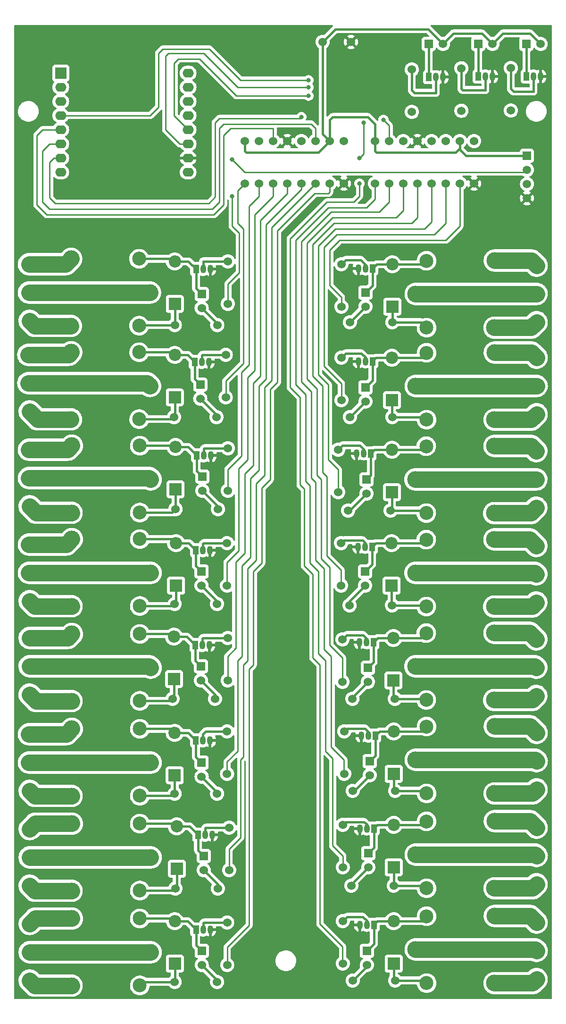
<source format=gtl>
G04 #@! TF.GenerationSoftware,KiCad,Pcbnew,6.0.7-1.fc35*
G04 #@! TF.CreationDate,2022-08-15T15:05:25+05:30*
G04 #@! TF.ProjectId,16_channel_relay,31365f63-6861-46e6-9e65-6c5f72656c61,rev?*
G04 #@! TF.SameCoordinates,Original*
G04 #@! TF.FileFunction,Copper,L1,Top*
G04 #@! TF.FilePolarity,Positive*
%FSLAX46Y46*%
G04 Gerber Fmt 4.6, Leading zero omitted, Abs format (unit mm)*
G04 Created by KiCad (PCBNEW 6.0.7-1.fc35) date 2022-08-15 15:05:25*
%MOMM*%
%LPD*%
G01*
G04 APERTURE LIST*
G04 #@! TA.AperFunction,ComponentPad*
%ADD10C,1.524000*%
G04 #@! TD*
G04 #@! TA.AperFunction,ComponentPad*
%ADD11R,1.050000X1.500000*%
G04 #@! TD*
G04 #@! TA.AperFunction,ComponentPad*
%ADD12O,1.050000X1.500000*%
G04 #@! TD*
G04 #@! TA.AperFunction,ComponentPad*
%ADD13R,1.524000X1.524000*%
G04 #@! TD*
G04 #@! TA.AperFunction,ComponentPad*
%ADD14C,3.000000*%
G04 #@! TD*
G04 #@! TA.AperFunction,ComponentPad*
%ADD15C,2.500000*%
G04 #@! TD*
G04 #@! TA.AperFunction,ComponentPad*
%ADD16R,2.200000X2.200000*%
G04 #@! TD*
G04 #@! TA.AperFunction,ComponentPad*
%ADD17O,2.200000X2.200000*%
G04 #@! TD*
G04 #@! TA.AperFunction,ComponentPad*
%ADD18C,2.000000*%
G04 #@! TD*
G04 #@! TA.AperFunction,ComponentPad*
%ADD19R,2.000000X2.000000*%
G04 #@! TD*
G04 #@! TA.AperFunction,ComponentPad*
%ADD20O,2.000000X1.600000*%
G04 #@! TD*
G04 #@! TA.AperFunction,ComponentPad*
%ADD21R,1.500000X1.500000*%
G04 #@! TD*
G04 #@! TA.AperFunction,ComponentPad*
%ADD22C,1.500000*%
G04 #@! TD*
G04 #@! TA.AperFunction,ViaPad*
%ADD23C,0.800000*%
G04 #@! TD*
G04 #@! TA.AperFunction,Conductor*
%ADD24C,0.400000*%
G04 #@! TD*
G04 #@! TA.AperFunction,Conductor*
%ADD25C,3.000000*%
G04 #@! TD*
G04 #@! TA.AperFunction,Conductor*
%ADD26C,0.250000*%
G04 #@! TD*
G04 APERTURE END LIST*
D10*
X70866000Y-18542000D03*
X75946000Y-18542000D03*
D11*
X48124000Y-143870000D03*
D12*
X49394000Y-143870000D03*
X50664000Y-143870000D03*
D11*
X79502000Y-92350000D03*
D12*
X78232000Y-92350000D03*
X76962000Y-92350000D03*
D13*
X78740000Y-97028000D03*
D10*
X78740000Y-99568000D03*
D14*
X39996000Y-164846000D03*
D15*
X38046000Y-158796000D03*
D14*
X25846000Y-158796000D03*
X25796000Y-170846000D03*
D15*
X38046000Y-170796000D03*
D11*
X48142000Y-177800000D03*
D12*
X49412000Y-177800000D03*
X50682000Y-177800000D03*
D13*
X49122000Y-113538000D03*
D10*
X49122000Y-116078000D03*
D16*
X83241200Y-116088800D03*
D17*
X83241200Y-108468800D03*
D14*
X39996000Y-113792000D03*
D15*
X38046000Y-107742000D03*
D14*
X25846000Y-107742000D03*
X25796000Y-119792000D03*
D15*
X38046000Y-119742000D03*
D10*
X73660000Y-99314000D03*
X73660000Y-91694000D03*
D16*
X44178000Y-132852800D03*
D17*
X44178000Y-125232800D03*
D13*
X49148000Y-63754000D03*
D10*
X49148000Y-66294000D03*
D18*
X18288000Y-91694000D03*
X18288000Y-96774000D03*
X18288000Y-101854000D03*
D10*
X83058000Y-102616000D03*
X75438000Y-102616000D03*
X86868000Y-23474000D03*
X86868000Y-31094000D03*
X83312000Y-119634000D03*
X75692000Y-119634000D03*
X56896000Y-36322000D03*
X59436000Y-36322000D03*
X61976000Y-36322000D03*
X64516000Y-36322000D03*
X67056000Y-36322000D03*
X69596000Y-36322000D03*
X72136000Y-36322000D03*
X74676000Y-36322000D03*
X74676000Y-43942000D03*
X72136000Y-43942000D03*
X69596000Y-43942000D03*
X67056000Y-43942000D03*
X64516000Y-43942000D03*
X59436000Y-43942000D03*
X61976000Y-43942000D03*
X56896000Y-43942000D03*
X74735000Y-149860000D03*
X74735000Y-142240000D03*
D18*
X109279000Y-169672000D03*
X109279000Y-164592000D03*
X109279000Y-159512000D03*
D10*
X83371000Y-68834000D03*
X75751000Y-68834000D03*
D14*
X87571000Y-80264000D03*
D15*
X89521000Y-86314000D03*
D14*
X101721000Y-86314000D03*
X101771000Y-74264000D03*
D15*
X89521000Y-74314000D03*
D10*
X74481000Y-166624000D03*
X74481000Y-159004000D03*
X53730000Y-176530000D03*
X53730000Y-184150000D03*
X83820000Y-136398000D03*
X76200000Y-136398000D03*
D18*
X109279000Y-68834000D03*
X109279000Y-63754000D03*
X109279000Y-58674000D03*
X109220000Y-135890000D03*
X109220000Y-130810000D03*
X109220000Y-125730000D03*
D16*
X44332000Y-183906800D03*
D17*
X44332000Y-176286800D03*
D14*
X87512000Y-97028000D03*
D15*
X89462000Y-103078000D03*
D14*
X101662000Y-103078000D03*
X101712000Y-91028000D03*
D15*
X89462000Y-91078000D03*
D13*
X49276000Y-96520000D03*
D10*
X49276000Y-99060000D03*
D11*
X89916000Y-24850000D03*
D12*
X91186000Y-24850000D03*
X92456000Y-24850000D03*
D18*
X18288000Y-159766000D03*
X18288000Y-164846000D03*
X18288000Y-169926000D03*
D16*
X44322000Y-65542800D03*
D17*
X44322000Y-57922800D03*
D13*
X49004000Y-130556000D03*
D10*
X49004000Y-133096000D03*
X51544000Y-136398000D03*
X43924000Y-136398000D03*
X74422000Y-133350000D03*
X74422000Y-125730000D03*
D14*
X87571000Y-181356000D03*
D15*
X89521000Y-187406000D03*
D14*
X101721000Y-187406000D03*
X101771000Y-175356000D03*
D15*
X89521000Y-175406000D03*
D11*
X80010000Y-126238000D03*
D12*
X78740000Y-126238000D03*
X77470000Y-126238000D03*
D13*
X89916000Y-18902000D03*
D10*
X92456000Y-18902000D03*
X53466000Y-74676000D03*
X53466000Y-82296000D03*
D13*
X49140000Y-147828000D03*
D10*
X49140000Y-150368000D03*
D11*
X80069000Y-176932000D03*
D12*
X78799000Y-176932000D03*
X77529000Y-176932000D03*
D18*
X109220000Y-119126000D03*
X109220000Y-114046000D03*
X109220000Y-108966000D03*
D19*
X23853000Y-24130000D03*
D20*
X23853000Y-26670000D03*
X23853000Y-29210000D03*
X23853000Y-31750000D03*
X23853000Y-34290000D03*
X23853000Y-36830000D03*
X23853000Y-39370000D03*
X23853000Y-41910000D03*
X46713000Y-41910000D03*
X46713000Y-39370000D03*
X46713000Y-36830000D03*
X46713000Y-34290000D03*
X46713000Y-31750000D03*
X46713000Y-29210000D03*
X46713000Y-26670000D03*
X46713000Y-24130000D03*
D18*
X18288000Y-74676000D03*
X18288000Y-79756000D03*
X18288000Y-84836000D03*
D13*
X78486000Y-113538000D03*
D10*
X78486000Y-116078000D03*
X95758000Y-23262000D03*
X95758000Y-30882000D03*
D18*
X18288000Y-142748000D03*
X18288000Y-147828000D03*
X18288000Y-152908000D03*
D16*
X44314000Y-150124800D03*
D17*
X44314000Y-142504800D03*
D10*
X74168000Y-116078000D03*
X74168000Y-108458000D03*
D13*
X78799000Y-181610000D03*
D10*
X78799000Y-184150000D03*
D13*
X78545000Y-63500000D03*
D10*
X78545000Y-66040000D03*
X51916000Y-119380000D03*
X44296000Y-119380000D03*
X53694000Y-108458000D03*
X53694000Y-116078000D03*
X51806000Y-85852000D03*
X44186000Y-85852000D03*
D16*
X83371000Y-66050800D03*
D17*
X83371000Y-58430800D03*
D14*
X39886000Y-80264000D03*
D15*
X37936000Y-74214000D03*
D14*
X25736000Y-74214000D03*
X25686000Y-86264000D03*
D15*
X37936000Y-86214000D03*
D14*
X39996000Y-130810000D03*
D15*
X38046000Y-124760000D03*
D14*
X25846000Y-124760000D03*
X25796000Y-136810000D03*
D15*
X38046000Y-136760000D03*
D11*
X98806000Y-24744000D03*
D12*
X100076000Y-24744000D03*
X101346000Y-24744000D03*
D16*
X44450000Y-98816800D03*
D17*
X44450000Y-91196800D03*
D10*
X53712000Y-142240000D03*
X53712000Y-149860000D03*
D14*
X39996000Y-97028000D03*
D15*
X38046000Y-90978000D03*
D14*
X25846000Y-90978000D03*
X25796000Y-103028000D03*
D15*
X38046000Y-102978000D03*
D13*
X49158000Y-181610000D03*
D10*
X49158000Y-184150000D03*
D18*
X109220000Y-102108000D03*
X109220000Y-97028000D03*
X109220000Y-91948000D03*
D16*
X83300200Y-82814800D03*
D17*
X83300200Y-75194800D03*
D11*
X80323000Y-143002000D03*
D12*
X79053000Y-143002000D03*
X77783000Y-143002000D03*
D18*
X109279000Y-85344000D03*
X109279000Y-80264000D03*
X109279000Y-75184000D03*
D14*
X87571000Y-147320000D03*
D15*
X89521000Y-153370000D03*
D14*
X101721000Y-153370000D03*
X101771000Y-141320000D03*
D15*
X89521000Y-141370000D03*
D10*
X83879000Y-186944000D03*
X76259000Y-186944000D03*
D11*
X107442000Y-24744000D03*
D12*
X108712000Y-24744000D03*
X109982000Y-24744000D03*
D14*
X87512000Y-113792000D03*
D15*
X89462000Y-119842000D03*
D14*
X101662000Y-119842000D03*
X101712000Y-107792000D03*
D15*
X89462000Y-107842000D03*
D13*
X98806000Y-18902000D03*
D10*
X101346000Y-18902000D03*
X53848000Y-91440000D03*
X53848000Y-99060000D03*
D11*
X48106000Y-109728000D03*
D12*
X49376000Y-109728000D03*
X50646000Y-109728000D03*
D18*
X18270000Y-125476000D03*
X18270000Y-130556000D03*
X18270000Y-135636000D03*
D10*
X53830000Y-125476000D03*
X53830000Y-133096000D03*
D13*
X78545000Y-80518000D03*
D10*
X78545000Y-83058000D03*
X104648000Y-23220000D03*
X104648000Y-30840000D03*
X83879000Y-152908000D03*
X76259000Y-152908000D03*
D11*
X48260000Y-92710000D03*
D12*
X49530000Y-92710000D03*
X50800000Y-92710000D03*
D10*
X51942000Y-69342000D03*
X44322000Y-69342000D03*
X51916000Y-153416000D03*
X44296000Y-153416000D03*
D16*
X83625000Y-166634800D03*
D17*
X83625000Y-159014800D03*
D11*
X79815000Y-75840000D03*
D12*
X78545000Y-75840000D03*
X77275000Y-75840000D03*
D10*
X74481000Y-183896000D03*
X74481000Y-176276000D03*
D13*
X48894000Y-80010000D03*
D10*
X48894000Y-82550000D03*
D18*
X18288000Y-176784000D03*
X18288000Y-181864000D03*
X18288000Y-186944000D03*
D14*
X39996000Y-181864000D03*
D15*
X38046000Y-175814000D03*
D14*
X25846000Y-175814000D03*
X25796000Y-187864000D03*
D15*
X38046000Y-187814000D03*
D11*
X48132000Y-59288000D03*
D12*
X49402000Y-59288000D03*
X50672000Y-59288000D03*
D14*
X39868000Y-63500000D03*
D15*
X37918000Y-57450000D03*
D14*
X25718000Y-57450000D03*
X25668000Y-69500000D03*
D15*
X37918000Y-69450000D03*
D10*
X53847000Y-57912000D03*
X53847000Y-65532000D03*
D16*
X83625000Y-183906800D03*
D17*
X83625000Y-176286800D03*
D13*
X79307000Y-147574000D03*
D10*
X79307000Y-150114000D03*
D18*
X109279000Y-152654000D03*
X109279000Y-147574000D03*
X109279000Y-142494000D03*
X109279000Y-186690000D03*
X109279000Y-181610000D03*
X109279000Y-176530000D03*
D10*
X83371000Y-85852000D03*
X75751000Y-85852000D03*
X74227000Y-66040000D03*
X74227000Y-58420000D03*
D16*
X83625000Y-149870800D03*
D17*
X83625000Y-142250800D03*
D10*
X80264000Y-36322000D03*
X82804000Y-36322000D03*
X85344000Y-36322000D03*
X87884000Y-36322000D03*
X90424000Y-36322000D03*
X92964000Y-36322000D03*
X95504000Y-36322000D03*
X98044000Y-36322000D03*
X98044000Y-43942000D03*
X95504000Y-43942000D03*
X92964000Y-43942000D03*
X90424000Y-43942000D03*
X87884000Y-43942000D03*
X82804000Y-43942000D03*
X85344000Y-43942000D03*
X80264000Y-43942000D03*
X83625000Y-169926000D03*
X76005000Y-169926000D03*
D14*
X87571000Y-63754000D03*
D15*
X89521000Y-69804000D03*
D14*
X101721000Y-69804000D03*
X101771000Y-57754000D03*
D15*
X89521000Y-57804000D03*
D11*
X47878000Y-75946000D03*
D12*
X49148000Y-75946000D03*
X50418000Y-75946000D03*
D18*
X18288000Y-58420000D03*
X18288000Y-63500000D03*
X18288000Y-68580000D03*
D10*
X51916000Y-187198000D03*
X44296000Y-187198000D03*
D11*
X80069000Y-159660000D03*
D12*
X78799000Y-159660000D03*
X77529000Y-159660000D03*
D10*
X74227000Y-82804000D03*
X74227000Y-75184000D03*
D18*
X18288000Y-108712000D03*
X18288000Y-113792000D03*
X18288000Y-118872000D03*
D10*
X52052000Y-170434000D03*
X44432000Y-170434000D03*
D14*
X87571000Y-164338000D03*
D15*
X89521000Y-170388000D03*
D14*
X101721000Y-170388000D03*
X101771000Y-158338000D03*
D15*
X89521000Y-158388000D03*
D16*
X44686000Y-166888800D03*
D17*
X44686000Y-159268800D03*
D11*
X79815000Y-59182000D03*
D12*
X78545000Y-59182000D03*
X77275000Y-59182000D03*
D13*
X78994000Y-130810000D03*
D10*
X78994000Y-133350000D03*
X52070000Y-102362000D03*
X44450000Y-102362000D03*
D14*
X39996000Y-147828000D03*
D15*
X38046000Y-141778000D03*
D14*
X25846000Y-141778000D03*
X25796000Y-153828000D03*
D15*
X38046000Y-153778000D03*
D13*
X107442000Y-18902000D03*
D10*
X109982000Y-18902000D03*
D11*
X79756000Y-109114000D03*
D12*
X78486000Y-109114000D03*
X77216000Y-109114000D03*
D13*
X79053000Y-164084000D03*
D10*
X79053000Y-166624000D03*
D16*
X83312000Y-99324800D03*
D17*
X83312000Y-91704800D03*
D16*
X44550000Y-116088800D03*
D17*
X44550000Y-108468800D03*
D16*
X83566000Y-133106800D03*
D17*
X83566000Y-125486800D03*
D11*
X48496000Y-160782000D03*
D12*
X49766000Y-160782000D03*
X51036000Y-160782000D03*
D21*
X107539500Y-38959500D03*
D22*
X107539500Y-41499500D03*
X107539500Y-44039500D03*
X107539500Y-46579500D03*
D11*
X47988000Y-126746000D03*
D12*
X49258000Y-126746000D03*
X50528000Y-126746000D03*
D16*
X44322000Y-82306800D03*
D17*
X44322000Y-74686800D03*
D13*
X49512000Y-164592000D03*
D10*
X49512000Y-167132000D03*
D14*
X87512000Y-130556000D03*
D15*
X89462000Y-136606000D03*
D14*
X101662000Y-136606000D03*
X101712000Y-124556000D03*
D15*
X89462000Y-124606000D03*
D10*
X54084000Y-159512000D03*
X54084000Y-167132000D03*
D23*
X68326000Y-25400000D03*
X67056000Y-32004000D03*
X68326000Y-26670000D03*
X68326000Y-28194000D03*
X54610000Y-39624000D03*
X54610000Y-46228000D03*
X77470000Y-39370000D03*
X77470000Y-43942000D03*
X78232000Y-33020000D03*
X81788000Y-32512000D03*
D24*
X38046000Y-153778000D02*
X43934000Y-153778000D01*
X43934000Y-119742000D02*
X44296000Y-119380000D01*
X88551000Y-68834000D02*
X89521000Y-69804000D01*
X80518000Y-38354000D02*
X94742000Y-38354000D01*
X56896000Y-38100000D02*
X57150000Y-38354000D01*
X38046000Y-170796000D02*
X44070000Y-170796000D01*
X38662000Y-187198000D02*
X38046000Y-187814000D01*
X44450000Y-98816800D02*
X44450000Y-102362000D01*
X83566000Y-136144000D02*
X83820000Y-136398000D01*
X83566000Y-133106800D02*
X83566000Y-136144000D01*
X44322000Y-69342000D02*
X38026000Y-69342000D01*
X83879000Y-152908000D02*
X89059000Y-152908000D01*
X80264000Y-36322000D02*
X80264000Y-38100000D01*
X44322000Y-85716000D02*
X44186000Y-85852000D01*
X44322000Y-65542800D02*
X44322000Y-69342000D01*
X89810000Y-16256000D02*
X73152000Y-16256000D01*
X95504000Y-37846000D02*
X96617500Y-38959500D01*
X95504000Y-37592000D02*
X95504000Y-36322000D01*
X44332000Y-183906800D02*
X44332000Y-187162000D01*
X43834000Y-102978000D02*
X44450000Y-102362000D01*
X103230000Y-17018000D02*
X108098000Y-17018000D01*
X44550000Y-119126000D02*
X44296000Y-119380000D01*
X70866000Y-18542000D02*
X70866000Y-35052000D01*
X44178000Y-136144000D02*
X43924000Y-136398000D01*
X83625000Y-169926000D02*
X89059000Y-169926000D01*
X99462000Y-17018000D02*
X101346000Y-18902000D01*
X38046000Y-136760000D02*
X43562000Y-136760000D01*
X89059000Y-186944000D02*
X89521000Y-187406000D01*
X94742000Y-38354000D02*
X95504000Y-37592000D01*
X72136000Y-32512000D02*
X72644000Y-32004000D01*
X70866000Y-35052000D02*
X72136000Y-36322000D01*
X96617500Y-38959500D02*
X107539500Y-38959500D01*
X83625000Y-152654000D02*
X83879000Y-152908000D01*
X83312000Y-119634000D02*
X89254000Y-119634000D01*
X83058000Y-102616000D02*
X89000000Y-102616000D01*
X43562000Y-136760000D02*
X43924000Y-136398000D01*
X44070000Y-170796000D02*
X44432000Y-170434000D01*
X38046000Y-119742000D02*
X43934000Y-119742000D01*
X44332000Y-187162000D02*
X44296000Y-187198000D01*
X38026000Y-69342000D02*
X37918000Y-69450000D01*
X83820000Y-136398000D02*
X89254000Y-136398000D01*
X44686000Y-170180000D02*
X44432000Y-170434000D01*
X43824000Y-86214000D02*
X44186000Y-85852000D01*
X95504000Y-36322000D02*
X95504000Y-37846000D01*
X83625000Y-186690000D02*
X83879000Y-186944000D01*
X92456000Y-18902000D02*
X89810000Y-16256000D01*
X72644000Y-32004000D02*
X78994000Y-32004000D01*
X83625000Y-183906800D02*
X83625000Y-186690000D01*
X37936000Y-86214000D02*
X43824000Y-86214000D01*
X44322000Y-82306800D02*
X44322000Y-85716000D01*
X57150000Y-38354000D02*
X70104000Y-38354000D01*
X89254000Y-119634000D02*
X89462000Y-119842000D01*
X44296000Y-187198000D02*
X38662000Y-187198000D01*
X44686000Y-166888800D02*
X44686000Y-170180000D01*
X38046000Y-102978000D02*
X43834000Y-102978000D01*
X89000000Y-102616000D02*
X89462000Y-103078000D01*
X73152000Y-16256000D02*
X70866000Y-18542000D01*
X83371000Y-66050800D02*
X83371000Y-68834000D01*
X83312000Y-99324800D02*
X83312000Y-102362000D01*
X94340000Y-17018000D02*
X99462000Y-17018000D01*
X92456000Y-18902000D02*
X94340000Y-17018000D01*
X56896000Y-36322000D02*
X56896000Y-38100000D01*
X89254000Y-136398000D02*
X89462000Y-136606000D01*
X44550000Y-116088800D02*
X44550000Y-119126000D01*
X44314000Y-153398000D02*
X44296000Y-153416000D01*
X83300200Y-85781200D02*
X83371000Y-85852000D01*
X83371000Y-68834000D02*
X88551000Y-68834000D01*
X70104000Y-38354000D02*
X72136000Y-36322000D01*
X78994000Y-32004000D02*
X80264000Y-33274000D01*
X83625000Y-149870800D02*
X83625000Y-152654000D01*
X44178000Y-132852800D02*
X44178000Y-136144000D01*
X83312000Y-102362000D02*
X83058000Y-102616000D01*
X89059000Y-169926000D02*
X89521000Y-170388000D01*
X101346000Y-18902000D02*
X103230000Y-17018000D01*
X80264000Y-38100000D02*
X80518000Y-38354000D01*
X83879000Y-186944000D02*
X89059000Y-186944000D01*
X83371000Y-85852000D02*
X89059000Y-85852000D01*
X89059000Y-152908000D02*
X89521000Y-153370000D01*
X83241200Y-116088800D02*
X83241200Y-119563200D01*
X72136000Y-36322000D02*
X72136000Y-32512000D01*
X80264000Y-33274000D02*
X80264000Y-36322000D01*
X83625000Y-166634800D02*
X83625000Y-169926000D01*
X108098000Y-17018000D02*
X109982000Y-18902000D01*
X44314000Y-150124800D02*
X44314000Y-153398000D01*
X43934000Y-153778000D02*
X44296000Y-153416000D01*
X89059000Y-85852000D02*
X89521000Y-86314000D01*
X83300200Y-82814800D02*
X83300200Y-85781200D01*
X46628800Y-176286800D02*
X48142000Y-177800000D01*
X48142000Y-177800000D02*
X48142000Y-180594000D01*
X43859200Y-175814000D02*
X44332000Y-176286800D01*
X48142000Y-180594000D02*
X49158000Y-181610000D01*
X38046000Y-175814000D02*
X43859200Y-175814000D01*
X44332000Y-176286800D02*
X46628800Y-176286800D01*
X46746800Y-91196800D02*
X48260000Y-92710000D01*
X48260000Y-95504000D02*
X49276000Y-96520000D01*
X48260000Y-92710000D02*
X48260000Y-95504000D01*
X38046000Y-90978000D02*
X44231200Y-90978000D01*
X44450000Y-91196800D02*
X46746800Y-91196800D01*
X44231200Y-90978000D02*
X44450000Y-91196800D01*
X47988000Y-129540000D02*
X49004000Y-130556000D01*
X46474800Y-125232800D02*
X47988000Y-126746000D01*
X38046000Y-124760000D02*
X43705200Y-124760000D01*
X44178000Y-125232800D02*
X46474800Y-125232800D01*
X47988000Y-126746000D02*
X47988000Y-129540000D01*
X43705200Y-124760000D02*
X44178000Y-125232800D01*
X48124000Y-146812000D02*
X49140000Y-147828000D01*
X48124000Y-143870000D02*
X48124000Y-146812000D01*
X44314000Y-142504800D02*
X46758800Y-142504800D01*
X46758800Y-142504800D02*
X48124000Y-143870000D01*
X38046000Y-141778000D02*
X43587200Y-141778000D01*
X43587200Y-141778000D02*
X44314000Y-142504800D01*
X48496000Y-160782000D02*
X48496000Y-163576000D01*
X38046000Y-158796000D02*
X44213200Y-158796000D01*
X46982800Y-159268800D02*
X48496000Y-160782000D01*
X48496000Y-163576000D02*
X49512000Y-164592000D01*
X44213200Y-158796000D02*
X44686000Y-159268800D01*
X44686000Y-159268800D02*
X46982800Y-159268800D01*
X38046000Y-107742000D02*
X43823200Y-107742000D01*
X43823200Y-107742000D02*
X44550000Y-108468800D01*
X48106000Y-112522000D02*
X49122000Y-113538000D01*
X46846800Y-108468800D02*
X48106000Y-109728000D01*
X44550000Y-108468800D02*
X46846800Y-108468800D01*
X48106000Y-109728000D02*
X48106000Y-112522000D01*
X37936000Y-74214000D02*
X43849200Y-74214000D01*
X44322000Y-74686800D02*
X46618800Y-74686800D01*
X43849200Y-74214000D02*
X44322000Y-74686800D01*
X47878000Y-78994000D02*
X48894000Y-80010000D01*
X46618800Y-74686800D02*
X47878000Y-75946000D01*
X47878000Y-75946000D02*
X47878000Y-78994000D01*
X44322000Y-57922800D02*
X46766800Y-57922800D01*
X37918000Y-57450000D02*
X43849200Y-57450000D01*
X48132000Y-59288000D02*
X48132000Y-62738000D01*
X48132000Y-62738000D02*
X49148000Y-63754000D01*
X46766800Y-57922800D02*
X48132000Y-59288000D01*
X43849200Y-57450000D02*
X44322000Y-57922800D01*
X51916000Y-186908000D02*
X51916000Y-187198000D01*
X49158000Y-184150000D02*
X51916000Y-186908000D01*
X49276000Y-99060000D02*
X52070000Y-101854000D01*
X52070000Y-101854000D02*
X52070000Y-102362000D01*
X49004000Y-133096000D02*
X51544000Y-135636000D01*
X51544000Y-135636000D02*
X51544000Y-136398000D01*
X49140000Y-150368000D02*
X51916000Y-153144000D01*
X51916000Y-153144000D02*
X51916000Y-153416000D01*
X49512000Y-167132000D02*
X52052000Y-169672000D01*
X52052000Y-169672000D02*
X52052000Y-170434000D01*
X51916000Y-118872000D02*
X51916000Y-119380000D01*
X49122000Y-116078000D02*
X51916000Y-118872000D01*
X51806000Y-85462000D02*
X51806000Y-85852000D01*
X48894000Y-82550000D02*
X51806000Y-85462000D01*
X51942000Y-69088000D02*
X51942000Y-69342000D01*
X49148000Y-66294000D02*
X51942000Y-69088000D01*
X83371000Y-58430800D02*
X80566200Y-58430800D01*
X88894200Y-58430800D02*
X89521000Y-57804000D01*
X80566200Y-58430800D02*
X79815000Y-59182000D01*
X83371000Y-58430800D02*
X88894200Y-58430800D01*
X79815000Y-62230000D02*
X78545000Y-63500000D01*
X79815000Y-59182000D02*
X79815000Y-62230000D01*
X78545000Y-66040000D02*
X75751000Y-68834000D01*
X83300200Y-75194800D02*
X88640200Y-75194800D01*
X88640200Y-75194800D02*
X89521000Y-74314000D01*
X79815000Y-75840000D02*
X79815000Y-79248000D01*
X79815000Y-79248000D02*
X78545000Y-80518000D01*
X83300200Y-75194800D02*
X80460200Y-75194800D01*
X80460200Y-75194800D02*
X79815000Y-75840000D01*
X78545000Y-83058000D02*
X75751000Y-85852000D01*
X83312000Y-91704800D02*
X80147200Y-91704800D01*
X79502000Y-96266000D02*
X78740000Y-97028000D01*
X88835200Y-91704800D02*
X89462000Y-91078000D01*
X83312000Y-91704800D02*
X88835200Y-91704800D01*
X79502000Y-92350000D02*
X79502000Y-96266000D01*
X80147200Y-91704800D02*
X79502000Y-92350000D01*
X78740000Y-99568000D02*
X75692000Y-102616000D01*
X75692000Y-102616000D02*
X75438000Y-102616000D01*
X79756000Y-109114000D02*
X79756000Y-112268000D01*
X80401200Y-108468800D02*
X79756000Y-109114000D01*
X79756000Y-112268000D02*
X78486000Y-113538000D01*
X83241200Y-108468800D02*
X80401200Y-108468800D01*
X88835200Y-108468800D02*
X89462000Y-107842000D01*
X83241200Y-108468800D02*
X88835200Y-108468800D01*
X78486000Y-116078000D02*
X75692000Y-118872000D01*
X75692000Y-118872000D02*
X75692000Y-119634000D01*
X81074200Y-142250800D02*
X80323000Y-143002000D01*
X80323000Y-146558000D02*
X79307000Y-147574000D01*
X80323000Y-143002000D02*
X80323000Y-146558000D01*
X83625000Y-142250800D02*
X88640200Y-142250800D01*
X83625000Y-142250800D02*
X81074200Y-142250800D01*
X88640200Y-142250800D02*
X89521000Y-141370000D01*
X76513000Y-152908000D02*
X76259000Y-152908000D01*
X79307000Y-150114000D02*
X76513000Y-152908000D01*
X88581200Y-125486800D02*
X89462000Y-124606000D01*
X83566000Y-125486800D02*
X80761200Y-125486800D01*
X80010000Y-126238000D02*
X80010000Y-129794000D01*
X80761200Y-125486800D02*
X80010000Y-126238000D01*
X83566000Y-125486800D02*
X88581200Y-125486800D01*
X80010000Y-129794000D02*
X78994000Y-130810000D01*
X76200000Y-136144000D02*
X76200000Y-136398000D01*
X78994000Y-133350000D02*
X76200000Y-136144000D01*
X83625000Y-159014800D02*
X80714200Y-159014800D01*
X88894200Y-159014800D02*
X89521000Y-158388000D01*
X80069000Y-163068000D02*
X79053000Y-164084000D01*
X83625000Y-159014800D02*
X88894200Y-159014800D01*
X80714200Y-159014800D02*
X80069000Y-159660000D01*
X80069000Y-159660000D02*
X80069000Y-163068000D01*
X76005000Y-169672000D02*
X76005000Y-169926000D01*
X79053000Y-166624000D02*
X76005000Y-169672000D01*
X80069000Y-176932000D02*
X80069000Y-180340000D01*
X80069000Y-180340000D02*
X78799000Y-181610000D01*
X83625000Y-176286800D02*
X88640200Y-176286800D01*
X83625000Y-176286800D02*
X80714200Y-176286800D01*
X80714200Y-176286800D02*
X80069000Y-176932000D01*
X88640200Y-176286800D02*
X89521000Y-175406000D01*
X78799000Y-184150000D02*
X78799000Y-184404000D01*
X78799000Y-184404000D02*
X76259000Y-186944000D01*
X89916000Y-18902000D02*
X89916000Y-24850000D01*
X98806000Y-18902000D02*
X98806000Y-24744000D01*
X107442000Y-18902000D02*
X107442000Y-24744000D01*
D25*
X18288000Y-181864000D02*
X39996000Y-181864000D01*
X19258000Y-175814000D02*
X18288000Y-176784000D01*
X25846000Y-175814000D02*
X19258000Y-175814000D01*
X25796000Y-187864000D02*
X19208000Y-187864000D01*
X19208000Y-187864000D02*
X18288000Y-186944000D01*
X39742000Y-96774000D02*
X39996000Y-97028000D01*
X18152000Y-96774000D02*
X39742000Y-96774000D01*
X25130000Y-91694000D02*
X25846000Y-90978000D01*
X18152000Y-91694000D02*
X25130000Y-91694000D01*
X25796000Y-103028000D02*
X19462000Y-103028000D01*
X19462000Y-103028000D02*
X18288000Y-101854000D01*
X39742000Y-130556000D02*
X39996000Y-130810000D01*
X18270000Y-130556000D02*
X39742000Y-130556000D01*
X18270000Y-125476000D02*
X25130000Y-125476000D01*
X25130000Y-125476000D02*
X25846000Y-124760000D01*
X19444000Y-136810000D02*
X18270000Y-135636000D01*
X25796000Y-136810000D02*
X19444000Y-136810000D01*
X18152000Y-147828000D02*
X39996000Y-147828000D01*
X24876000Y-142748000D02*
X25846000Y-141778000D01*
X18152000Y-142748000D02*
X24876000Y-142748000D01*
X19208000Y-153828000D02*
X18288000Y-152908000D01*
X25796000Y-153828000D02*
X19208000Y-153828000D01*
X39996000Y-164846000D02*
X18288000Y-164846000D01*
X25846000Y-158796000D02*
X19258000Y-158796000D01*
X19258000Y-158796000D02*
X18288000Y-159766000D01*
X19208000Y-170846000D02*
X18288000Y-169926000D01*
X25796000Y-170846000D02*
X19208000Y-170846000D01*
X18152000Y-113792000D02*
X39996000Y-113792000D01*
X18152000Y-108712000D02*
X24876000Y-108712000D01*
X24876000Y-108712000D02*
X25846000Y-107742000D01*
X25796000Y-119792000D02*
X19208000Y-119792000D01*
X19208000Y-119792000D02*
X18288000Y-118872000D01*
X18042000Y-79756000D02*
X39378000Y-79756000D01*
X39378000Y-79756000D02*
X39886000Y-80264000D01*
X25274000Y-74676000D02*
X25736000Y-74214000D01*
X18042000Y-74676000D02*
X25274000Y-74676000D01*
X25686000Y-86264000D02*
X19716000Y-86264000D01*
X19716000Y-86264000D02*
X18288000Y-84836000D01*
X18160000Y-63500000D02*
X39868000Y-63500000D01*
X18160000Y-58420000D02*
X24748000Y-58420000D01*
X24748000Y-58420000D02*
X25718000Y-57450000D01*
X25668000Y-69500000D02*
X19208000Y-69500000D01*
X19208000Y-69500000D02*
X18288000Y-68580000D01*
X87571000Y-63754000D02*
X109279000Y-63754000D01*
X101721000Y-69804000D02*
X108309000Y-69804000D01*
X108309000Y-69804000D02*
X109279000Y-68834000D01*
X108359000Y-57754000D02*
X109279000Y-58674000D01*
X101771000Y-57754000D02*
X108359000Y-57754000D01*
X87571000Y-80264000D02*
X109279000Y-80264000D01*
X108309000Y-86314000D02*
X109279000Y-85344000D01*
X101721000Y-86314000D02*
X108309000Y-86314000D01*
X101771000Y-74264000D02*
X108359000Y-74264000D01*
X108359000Y-74264000D02*
X109279000Y-75184000D01*
X87512000Y-97028000D02*
X109220000Y-97028000D01*
X101662000Y-103078000D02*
X108250000Y-103078000D01*
X108250000Y-103078000D02*
X109220000Y-102108000D01*
X108300000Y-91028000D02*
X109220000Y-91948000D01*
X101712000Y-91028000D02*
X108300000Y-91028000D01*
X108966000Y-113792000D02*
X109220000Y-114046000D01*
X87512000Y-113792000D02*
X108966000Y-113792000D01*
X108504000Y-119842000D02*
X109220000Y-119126000D01*
X101662000Y-119842000D02*
X108504000Y-119842000D01*
X101712000Y-107792000D02*
X108046000Y-107792000D01*
X108046000Y-107792000D02*
X109220000Y-108966000D01*
X87571000Y-147320000D02*
X109025000Y-147320000D01*
X109025000Y-147320000D02*
X109279000Y-147574000D01*
X101721000Y-153370000D02*
X108563000Y-153370000D01*
X108563000Y-153370000D02*
X109279000Y-152654000D01*
X108105000Y-141320000D02*
X109279000Y-142494000D01*
X101771000Y-141320000D02*
X108105000Y-141320000D01*
X108966000Y-130556000D02*
X109220000Y-130810000D01*
X87512000Y-130556000D02*
X108966000Y-130556000D01*
X108504000Y-136606000D02*
X109220000Y-135890000D01*
X101662000Y-136606000D02*
X108504000Y-136606000D01*
X108046000Y-124556000D02*
X109220000Y-125730000D01*
X101712000Y-124556000D02*
X108046000Y-124556000D01*
X87571000Y-164338000D02*
X109025000Y-164338000D01*
X109025000Y-164338000D02*
X109279000Y-164592000D01*
X108563000Y-170388000D02*
X109279000Y-169672000D01*
X101721000Y-170388000D02*
X108563000Y-170388000D01*
X108105000Y-158338000D02*
X109279000Y-159512000D01*
X101771000Y-158338000D02*
X108105000Y-158338000D01*
X109025000Y-181356000D02*
X109279000Y-181610000D01*
X87571000Y-181356000D02*
X109025000Y-181356000D01*
X108563000Y-187406000D02*
X109279000Y-186690000D01*
X101721000Y-187406000D02*
X108563000Y-187406000D01*
X101771000Y-175356000D02*
X108105000Y-175356000D01*
X108105000Y-175356000D02*
X109279000Y-176530000D01*
D24*
X49412000Y-177800000D02*
X49412000Y-176650000D01*
X49532000Y-176530000D02*
X53730000Y-176530000D01*
X49412000Y-176650000D02*
X49532000Y-176530000D01*
X49530000Y-92710000D02*
X49530000Y-91560000D01*
X49650000Y-91440000D02*
X53848000Y-91440000D01*
X49530000Y-91560000D02*
X49650000Y-91440000D01*
X49258000Y-125596000D02*
X49378000Y-125476000D01*
X49378000Y-125476000D02*
X53830000Y-125476000D01*
X49258000Y-126746000D02*
X49258000Y-125596000D01*
X49394000Y-142720000D02*
X49874000Y-142240000D01*
X49394000Y-143870000D02*
X49394000Y-142720000D01*
X49874000Y-142240000D02*
X53712000Y-142240000D01*
X49766000Y-160782000D02*
X49766000Y-159632000D01*
X49766000Y-159632000D02*
X49886000Y-159512000D01*
X49886000Y-159512000D02*
X54084000Y-159512000D01*
X49496000Y-108458000D02*
X53694000Y-108458000D01*
X49376000Y-109728000D02*
X49376000Y-108578000D01*
X49376000Y-108578000D02*
X49496000Y-108458000D01*
X49148000Y-75946000D02*
X49148000Y-74796000D01*
X49148000Y-74796000D02*
X49268000Y-74676000D01*
X49268000Y-74676000D02*
X53466000Y-74676000D01*
X49402000Y-57912000D02*
X53847000Y-57912000D01*
X49402000Y-59288000D02*
X49402000Y-57912000D01*
X78545000Y-59182000D02*
X78545000Y-58482000D01*
X77721000Y-57658000D02*
X74988999Y-57658001D01*
X78545000Y-58482000D02*
X77721000Y-57658000D01*
X74988999Y-57658001D02*
X74227000Y-58420000D01*
X77827000Y-74422000D02*
X74988999Y-74422001D01*
X78545000Y-75140000D02*
X77827000Y-74422000D01*
X74988999Y-74422001D02*
X74227000Y-75184000D01*
X78545000Y-75840000D02*
X78545000Y-75140000D01*
X78232000Y-91650000D02*
X77514001Y-90932001D01*
X78232000Y-92350000D02*
X78232000Y-91650000D01*
X77514001Y-90932001D02*
X74421999Y-90932001D01*
X74421999Y-90932001D02*
X73660000Y-91694000D01*
X78486000Y-109114000D02*
X78486000Y-108414000D01*
X78486000Y-108414000D02*
X78022000Y-107950000D01*
X78022000Y-107950000D02*
X74676000Y-107950000D01*
X74676000Y-107950000D02*
X74168000Y-108458000D01*
X79053000Y-143002000D02*
X79053000Y-142302000D01*
X78483000Y-141732000D02*
X75243000Y-141732000D01*
X75243000Y-141732000D02*
X74735000Y-142240000D01*
X79053000Y-142302000D02*
X78483000Y-141732000D01*
X78170000Y-124968000D02*
X75183999Y-124968001D01*
X75183999Y-124968001D02*
X74422000Y-125730000D01*
X78740000Y-126238000D02*
X78740000Y-125538000D01*
X78740000Y-125538000D02*
X78170000Y-124968000D01*
X78335000Y-158496000D02*
X74989000Y-158496000D01*
X78799000Y-158960000D02*
X78335000Y-158496000D01*
X74989000Y-158496000D02*
X74481000Y-159004000D01*
X78799000Y-159660000D02*
X78799000Y-158960000D01*
X78081000Y-175514000D02*
X75242999Y-175514001D01*
X78799000Y-176932000D02*
X78799000Y-176232000D01*
X78799000Y-176232000D02*
X78081000Y-175514000D01*
X75242999Y-175514001D02*
X74481000Y-176276000D01*
X86868000Y-23474000D02*
X86868000Y-27178000D01*
X91186000Y-27686000D02*
X91186000Y-24850000D01*
X86868000Y-27178000D02*
X87376000Y-27686000D01*
X87376000Y-27686000D02*
X91186000Y-27686000D01*
X95758000Y-26924000D02*
X96012000Y-27178000D01*
X95758000Y-23262000D02*
X95758000Y-26924000D01*
X100076000Y-27178000D02*
X100076000Y-24744000D01*
X96012000Y-27178000D02*
X100076000Y-27178000D01*
X108712000Y-27432000D02*
X108712000Y-24744000D01*
X104648000Y-26924000D02*
X105156000Y-27432000D01*
X104648000Y-23220000D02*
X104648000Y-26924000D01*
X105156000Y-27432000D02*
X108712000Y-27432000D01*
D26*
X50546000Y-19812000D02*
X42164000Y-19812000D01*
X41402000Y-20574000D02*
X41402000Y-30226000D01*
X56134000Y-25400000D02*
X50546000Y-19812000D01*
X68326000Y-25400000D02*
X56134000Y-25400000D01*
X42164000Y-19812000D02*
X41402000Y-20574000D01*
X41402000Y-30226000D02*
X39878000Y-31750000D01*
X39878000Y-31750000D02*
X23853000Y-31750000D01*
X21336000Y-49530000D02*
X19558000Y-47752000D01*
X54356000Y-34036000D02*
X53086000Y-35306000D01*
X19558000Y-47752000D02*
X19558000Y-35306000D01*
X53086000Y-35306000D02*
X53086000Y-47752000D01*
X53086000Y-47752000D02*
X51308000Y-49530000D01*
X61976000Y-34036000D02*
X54356000Y-34036000D01*
X61976000Y-36322000D02*
X61976000Y-34036000D01*
X20574000Y-34290000D02*
X23853000Y-34290000D01*
X19558000Y-35306000D02*
X20574000Y-34290000D01*
X51308000Y-49530000D02*
X21336000Y-49530000D01*
X20574000Y-38100000D02*
X21844000Y-36830000D01*
X52324000Y-34036000D02*
X52324000Y-47244000D01*
X53086000Y-33274000D02*
X52324000Y-34036000D01*
X21844000Y-48514000D02*
X20574000Y-47244000D01*
X20574000Y-47244000D02*
X20574000Y-38100000D01*
X68834000Y-33274000D02*
X53086000Y-33274000D01*
X69596000Y-34036000D02*
X68834000Y-33274000D01*
X21844000Y-36830000D02*
X23853000Y-36830000D01*
X52324000Y-47244000D02*
X51054000Y-48514000D01*
X69596000Y-36322000D02*
X69596000Y-34036000D01*
X51054000Y-48514000D02*
X21844000Y-48514000D01*
X51562000Y-46355000D02*
X50419000Y-47498000D01*
X67056000Y-32004000D02*
X66802000Y-32258000D01*
X66802000Y-32258000D02*
X52324000Y-32258000D01*
X22606000Y-39370000D02*
X23853000Y-39370000D01*
X51562000Y-33020000D02*
X51562000Y-46355000D01*
X22860000Y-47498000D02*
X21844000Y-46482000D01*
X52324000Y-32258000D02*
X51562000Y-33020000D01*
X21844000Y-40132000D02*
X22606000Y-39370000D01*
X50419000Y-47498000D02*
X22860000Y-47498000D01*
X21844000Y-46482000D02*
X21844000Y-40132000D01*
X43180000Y-20574000D02*
X42672000Y-21082000D01*
X42672000Y-34290000D02*
X45212000Y-36830000D01*
X42672000Y-21082000D02*
X42672000Y-34290000D01*
X55626000Y-26670000D02*
X49530000Y-20574000D01*
X45212000Y-36830000D02*
X46713000Y-36830000D01*
X68326000Y-26670000D02*
X55626000Y-26670000D01*
X49530000Y-20574000D02*
X43180000Y-20574000D01*
X44196000Y-31773000D02*
X46713000Y-34290000D01*
X48768000Y-21590000D02*
X44958000Y-21590000D01*
X44958000Y-21590000D02*
X44196000Y-22352000D01*
X68326000Y-28194000D02*
X55372000Y-28194000D01*
X55372000Y-28194000D02*
X48768000Y-21590000D01*
X44196000Y-22352000D02*
X44196000Y-31773000D01*
X56896000Y-41910000D02*
X107129000Y-41910000D01*
X107129000Y-41910000D02*
X107539500Y-41499500D01*
X54610000Y-39624000D02*
X56896000Y-41910000D01*
X59944000Y-98552000D02*
X59944000Y-112014000D01*
X53730000Y-180966000D02*
X53730000Y-184150000D01*
X72136000Y-45466000D02*
X71882000Y-45720000D01*
X57658000Y-177038000D02*
X53730000Y-180966000D01*
X71882000Y-45720000D02*
X69458000Y-45720000D01*
X69458000Y-45720000D02*
X62738000Y-52440000D01*
X62738000Y-79633188D02*
X61468000Y-80903188D01*
X72136000Y-43942000D02*
X72136000Y-45466000D01*
X59944000Y-112014000D02*
X58420000Y-113538000D01*
X61468000Y-97028000D02*
X59944000Y-98552000D01*
X58420000Y-130302000D02*
X57658000Y-131064000D01*
X58420000Y-113538000D02*
X58420000Y-130302000D01*
X61468000Y-80903188D02*
X61468000Y-97028000D01*
X57658000Y-131064000D02*
X57658000Y-177038000D01*
X62738000Y-52440000D02*
X62738000Y-79633188D01*
X56260000Y-77852000D02*
X56260000Y-92838000D01*
X59436000Y-43942000D02*
X59436000Y-46228000D01*
X56260000Y-92838000D02*
X53848000Y-95250000D01*
X59436000Y-46228000D02*
X57658000Y-48006000D01*
X57658000Y-48006000D02*
X57658000Y-76454000D01*
X57658000Y-76454000D02*
X56260000Y-77852000D01*
X53848000Y-95250000D02*
X53848000Y-99060000D01*
X55244000Y-127382000D02*
X55226000Y-127382000D01*
X59690000Y-78486000D02*
X58420000Y-79756000D01*
X53830000Y-128778000D02*
X53830000Y-133096000D01*
X55244000Y-111888000D02*
X55244000Y-127382000D01*
X58420000Y-79756000D02*
X58420000Y-94488000D01*
X59690000Y-50546000D02*
X59690000Y-78486000D01*
X64516000Y-43942000D02*
X64516000Y-45720000D01*
X64516000Y-45720000D02*
X59690000Y-50546000D01*
X56896000Y-96012000D02*
X56896000Y-110236000D01*
X55226000Y-127382000D02*
X53830000Y-128778000D01*
X58420000Y-94488000D02*
X56896000Y-96012000D01*
X56896000Y-110236000D02*
X55244000Y-111888000D01*
X56388000Y-128778000D02*
X55626000Y-129540000D01*
X55626000Y-145796000D02*
X53712000Y-147710000D01*
X56388000Y-112522000D02*
X56388000Y-128778000D01*
X57912000Y-96901000D02*
X57912000Y-110998000D01*
X55626000Y-129540000D02*
X55626000Y-145796000D01*
X59436000Y-95377000D02*
X57912000Y-96901000D01*
X53712000Y-147710000D02*
X53712000Y-149860000D01*
X57912000Y-110998000D02*
X56388000Y-112522000D01*
X60706000Y-78994000D02*
X59436000Y-80264000D01*
X67056000Y-44958000D02*
X60706000Y-51308000D01*
X67056000Y-43942000D02*
X67056000Y-44958000D01*
X59436000Y-80264000D02*
X59436000Y-95377000D01*
X60706000Y-51308000D02*
X60706000Y-78994000D01*
X61722000Y-79248000D02*
X60452000Y-80518000D01*
X69596000Y-43942000D02*
X61722000Y-51816000D01*
X61722000Y-51816000D02*
X61722000Y-79248000D01*
X56134000Y-161290000D02*
X54084000Y-163340000D01*
X54084000Y-163340000D02*
X54084000Y-167132000D01*
X56134000Y-147320000D02*
X56134000Y-161290000D01*
X56642000Y-146812000D02*
X56134000Y-147320000D01*
X57404000Y-129540000D02*
X56642000Y-130302000D01*
X60452000Y-96266000D02*
X58928000Y-97790000D01*
X58928000Y-97790000D02*
X58928000Y-111506000D01*
X56642000Y-130302000D02*
X56642000Y-146812000D01*
X57404000Y-113030000D02*
X57404000Y-129540000D01*
X58928000Y-111506000D02*
X57404000Y-113030000D01*
X60452000Y-80518000D02*
X60452000Y-96266000D01*
X58674000Y-77470000D02*
X57404000Y-78740000D01*
X55752000Y-95124000D02*
X55752000Y-109856000D01*
X57404000Y-78740000D02*
X57404000Y-93472000D01*
X57404000Y-93472000D02*
X55752000Y-95124000D01*
X55752000Y-109856000D02*
X53694000Y-111914000D01*
X61976000Y-43942000D02*
X61976000Y-46228000D01*
X53694000Y-111914000D02*
X53694000Y-116078000D01*
X61976000Y-46228000D02*
X58674000Y-49530000D01*
X58674000Y-49530000D02*
X58674000Y-77470000D01*
X55626000Y-51054000D02*
X56642000Y-52070000D01*
X53466000Y-79502000D02*
X53466000Y-82296000D01*
X55626000Y-45212000D02*
X55626000Y-51054000D01*
X56642000Y-76200000D02*
X53466000Y-79376000D01*
X56896000Y-43942000D02*
X55626000Y-45212000D01*
X53466000Y-79376000D02*
X53466000Y-79502000D01*
X56642000Y-52070000D02*
X56642000Y-76200000D01*
X55880000Y-59944000D02*
X53847000Y-61977000D01*
X55880000Y-52832000D02*
X55880000Y-59944000D01*
X54610000Y-46228000D02*
X54610000Y-51562000D01*
X54610000Y-51562000D02*
X55880000Y-52832000D01*
X53847000Y-61977000D02*
X53847000Y-65532000D01*
X73914000Y-54102000D02*
X72136000Y-55880000D01*
X95504000Y-43942000D02*
X95504000Y-51562000D01*
X72136000Y-55880000D02*
X72136000Y-62230000D01*
X72136000Y-62230000D02*
X74227000Y-64321000D01*
X92964000Y-54102000D02*
X73914000Y-54102000D01*
X95504000Y-51562000D02*
X92964000Y-54102000D01*
X74227000Y-64321000D02*
X74227000Y-66040000D01*
X71120000Y-76708000D02*
X74227000Y-79815000D01*
X71120000Y-55372000D02*
X71120000Y-76708000D01*
X74227000Y-79815000D02*
X74227000Y-82804000D01*
X73406000Y-53086000D02*
X71120000Y-55372000D01*
X92964000Y-51054000D02*
X90932000Y-53086000D01*
X90932000Y-53086000D02*
X73406000Y-53086000D01*
X92964000Y-43942000D02*
X92964000Y-51054000D01*
X71882000Y-93472000D02*
X73660000Y-95250000D01*
X70104000Y-78232000D02*
X71882000Y-80010000D01*
X73660000Y-95309000D02*
X73660000Y-99314000D01*
X73152000Y-52070000D02*
X70104000Y-55118000D01*
X71882000Y-80010000D02*
X71882000Y-93472000D01*
X89154000Y-52070000D02*
X73152000Y-52070000D01*
X90424000Y-43942000D02*
X90424000Y-50800000D01*
X90424000Y-50800000D02*
X89154000Y-52070000D01*
X70104000Y-55118000D02*
X70104000Y-78232000D01*
X87884000Y-50038000D02*
X86868000Y-51054000D01*
X87884000Y-43942000D02*
X87884000Y-50038000D01*
X70866000Y-95758000D02*
X71628000Y-96520000D01*
X86868000Y-51054000D02*
X72898000Y-51054000D01*
X70866000Y-80264000D02*
X70866000Y-95758000D01*
X71628000Y-96520000D02*
X71628000Y-110744000D01*
X74168000Y-113284000D02*
X74168000Y-116078000D01*
X69088000Y-54864000D02*
X69088000Y-78486000D01*
X69088000Y-78486000D02*
X70866000Y-80264000D01*
X72898000Y-51054000D02*
X69088000Y-54864000D01*
X71628000Y-110744000D02*
X74168000Y-113284000D01*
X68834000Y-96774000D02*
X69596000Y-97536000D01*
X81026000Y-49022000D02*
X72390000Y-49022000D01*
X72390000Y-128778000D02*
X72390000Y-145034000D01*
X69596000Y-97536000D02*
X69596000Y-111506000D01*
X74676000Y-149801000D02*
X74735000Y-149860000D01*
X67056000Y-54356000D02*
X67056000Y-79502000D01*
X68834000Y-81280000D02*
X68834000Y-96774000D01*
X72390000Y-49022000D02*
X67056000Y-54356000D01*
X82804000Y-43942000D02*
X82804000Y-47244000D01*
X72390000Y-145034000D02*
X74676000Y-147320000D01*
X67056000Y-79502000D02*
X68834000Y-81280000D01*
X71120000Y-113030000D02*
X71120000Y-127508000D01*
X82804000Y-47244000D02*
X81026000Y-49022000D01*
X69596000Y-111506000D02*
X71120000Y-113030000D01*
X74676000Y-147320000D02*
X74676000Y-149801000D01*
X71120000Y-127508000D02*
X72390000Y-128778000D01*
X85344000Y-43942000D02*
X85344000Y-48768000D01*
X70612000Y-111252000D02*
X72136000Y-112776000D01*
X72644000Y-50038000D02*
X68072000Y-54610000D01*
X68072000Y-78994000D02*
X69850000Y-80772000D01*
X72136000Y-112776000D02*
X72136000Y-126746000D01*
X74422000Y-129032000D02*
X74422000Y-133350000D01*
X68072000Y-54610000D02*
X68072000Y-78994000D01*
X69850000Y-80772000D02*
X69850000Y-96266000D01*
X69850000Y-96266000D02*
X70612000Y-97028000D01*
X85344000Y-48768000D02*
X84074000Y-50038000D01*
X70612000Y-97028000D02*
X70612000Y-111252000D01*
X84074000Y-50038000D02*
X72644000Y-50038000D01*
X72136000Y-126746000D02*
X74422000Y-129032000D01*
X72644000Y-147066000D02*
X72644000Y-162755000D01*
X68580000Y-112014000D02*
X70104000Y-113538000D01*
X80264000Y-43942000D02*
X80264000Y-46736000D01*
X71374000Y-129540000D02*
X71374000Y-145796000D01*
X78740000Y-48260000D02*
X71882000Y-48260000D01*
X71374000Y-145796000D02*
X72644000Y-147066000D01*
X70104000Y-113538000D02*
X70104000Y-128270000D01*
X68580000Y-98108198D02*
X68580000Y-112014000D01*
X70104000Y-128270000D02*
X71374000Y-129540000D01*
X74481000Y-164592000D02*
X74481000Y-166624000D01*
X67818000Y-81788000D02*
X67818000Y-97346198D01*
X66040000Y-80010000D02*
X67818000Y-81788000D01*
X71882000Y-48260000D02*
X66040000Y-54102000D01*
X80264000Y-46736000D02*
X78740000Y-48260000D01*
X66040000Y-54102000D02*
X66040000Y-80010000D01*
X72644000Y-162755000D02*
X74481000Y-164592000D01*
X67818000Y-97346198D02*
X68580000Y-98108198D01*
X67564000Y-112522000D02*
X69088000Y-114046000D01*
X66802000Y-82296000D02*
X66802000Y-98013297D01*
X71628000Y-47244000D02*
X65024000Y-53848000D01*
X65024000Y-80518000D02*
X66802000Y-82296000D01*
X82804000Y-36322000D02*
X82804000Y-33528000D01*
X77470000Y-43942000D02*
X77470000Y-46228000D01*
X82804000Y-33528000D02*
X81788000Y-32512000D01*
X69088000Y-129032000D02*
X70358000Y-130302000D01*
X65024000Y-53848000D02*
X65024000Y-80518000D01*
X70358000Y-130302000D02*
X70358000Y-176784000D01*
X66802000Y-98013297D02*
X67564000Y-98775297D01*
X67564000Y-98775297D02*
X67564000Y-112522000D01*
X77470000Y-46228000D02*
X76454000Y-47244000D01*
X78232000Y-38608000D02*
X77470000Y-39370000D01*
X70358000Y-176784000D02*
X74422000Y-180848000D01*
X74422000Y-180848000D02*
X74422000Y-183837000D01*
X76454000Y-47244000D02*
X71628000Y-47244000D01*
X74422000Y-183837000D02*
X74481000Y-183896000D01*
X78232000Y-33020000D02*
X78232000Y-38608000D01*
X69088000Y-114046000D02*
X69088000Y-129032000D01*
G04 #@! TA.AperFunction,Conductor*
G36*
X72672580Y-15514502D02*
G01*
X72719073Y-15568158D01*
X72729177Y-15638432D01*
X72699683Y-15703012D01*
X72687784Y-15715014D01*
X72686279Y-15716340D01*
X72680019Y-15720643D01*
X72674967Y-15726313D01*
X72674965Y-15726315D01*
X72638565Y-15767170D01*
X72633584Y-15772446D01*
X71158936Y-17247094D01*
X71096624Y-17281120D01*
X71058862Y-17283520D01*
X70866000Y-17266647D01*
X70644537Y-17286022D01*
X70500949Y-17324497D01*
X70435114Y-17342137D01*
X70435112Y-17342138D01*
X70429804Y-17343560D01*
X70424823Y-17345882D01*
X70424822Y-17345883D01*
X70233311Y-17435186D01*
X70233306Y-17435189D01*
X70228324Y-17437512D01*
X70223817Y-17440668D01*
X70223815Y-17440669D01*
X70050730Y-17561864D01*
X70050727Y-17561866D01*
X70046219Y-17565023D01*
X69889023Y-17722219D01*
X69885866Y-17726727D01*
X69885864Y-17726730D01*
X69766830Y-17896729D01*
X69761512Y-17904324D01*
X69759189Y-17909306D01*
X69759186Y-17909311D01*
X69703055Y-18029684D01*
X69667560Y-18105804D01*
X69610022Y-18320537D01*
X69590647Y-18542000D01*
X69610022Y-18763463D01*
X69611446Y-18768776D01*
X69665070Y-18968902D01*
X69667560Y-18978196D01*
X69669882Y-18983177D01*
X69669883Y-18983178D01*
X69759186Y-19174689D01*
X69759189Y-19174694D01*
X69761512Y-19179676D01*
X69764668Y-19184183D01*
X69764669Y-19184185D01*
X69885687Y-19357016D01*
X69889023Y-19361781D01*
X70046219Y-19518977D01*
X70050729Y-19522135D01*
X70050735Y-19522140D01*
X70103770Y-19559275D01*
X70148099Y-19614732D01*
X70157500Y-19662488D01*
X70157500Y-33397405D01*
X70137498Y-33465526D01*
X70083842Y-33512019D01*
X70013568Y-33522123D01*
X69948988Y-33492629D01*
X69942404Y-33486500D01*
X69676288Y-33220383D01*
X69337647Y-32881742D01*
X69330113Y-32873463D01*
X69326000Y-32866982D01*
X69276348Y-32820356D01*
X69273507Y-32817602D01*
X69253770Y-32797865D01*
X69250573Y-32795385D01*
X69241551Y-32787680D01*
X69225054Y-32772188D01*
X69209321Y-32757414D01*
X69202375Y-32753595D01*
X69202372Y-32753593D01*
X69191566Y-32747652D01*
X69175047Y-32736801D01*
X69173417Y-32735537D01*
X69159041Y-32724386D01*
X69151772Y-32721241D01*
X69151768Y-32721238D01*
X69118463Y-32706826D01*
X69107813Y-32701609D01*
X69069060Y-32680305D01*
X69061057Y-32678250D01*
X69049438Y-32675267D01*
X69030734Y-32668863D01*
X69019420Y-32663967D01*
X69019419Y-32663967D01*
X69012145Y-32660819D01*
X69004322Y-32659580D01*
X69004312Y-32659577D01*
X68968476Y-32653901D01*
X68956856Y-32651495D01*
X68921711Y-32642472D01*
X68921710Y-32642472D01*
X68914030Y-32640500D01*
X68893776Y-32640500D01*
X68874065Y-32638949D01*
X68861886Y-32637020D01*
X68854057Y-32635780D01*
X68846165Y-32636526D01*
X68810039Y-32639941D01*
X68798181Y-32640500D01*
X67955800Y-32640500D01*
X67887679Y-32620498D01*
X67841186Y-32566842D01*
X67831082Y-32496568D01*
X67846681Y-32451500D01*
X67887223Y-32381279D01*
X67887224Y-32381278D01*
X67890527Y-32375556D01*
X67949542Y-32193928D01*
X67951340Y-32176827D01*
X67968814Y-32010565D01*
X67969504Y-32004000D01*
X67957038Y-31885396D01*
X67950232Y-31820635D01*
X67950232Y-31820633D01*
X67949542Y-31814072D01*
X67890527Y-31632444D01*
X67886228Y-31624997D01*
X67828428Y-31524886D01*
X67795040Y-31467056D01*
X67729538Y-31394308D01*
X67671675Y-31330045D01*
X67671674Y-31330044D01*
X67667253Y-31325134D01*
X67512752Y-31212882D01*
X67506724Y-31210198D01*
X67506722Y-31210197D01*
X67344319Y-31137891D01*
X67344318Y-31137891D01*
X67338288Y-31135206D01*
X67236739Y-31113621D01*
X67157944Y-31096872D01*
X67157939Y-31096872D01*
X67151487Y-31095500D01*
X66960513Y-31095500D01*
X66954061Y-31096872D01*
X66954056Y-31096872D01*
X66875261Y-31113621D01*
X66773712Y-31135206D01*
X66767682Y-31137891D01*
X66767681Y-31137891D01*
X66605278Y-31210197D01*
X66605276Y-31210198D01*
X66599248Y-31212882D01*
X66444747Y-31325134D01*
X66440326Y-31330044D01*
X66440325Y-31330045D01*
X66382463Y-31394308D01*
X66316960Y-31467056D01*
X66262432Y-31561501D01*
X66211049Y-31610494D01*
X66153313Y-31624500D01*
X52402768Y-31624500D01*
X52391585Y-31623973D01*
X52384092Y-31622298D01*
X52376166Y-31622547D01*
X52376165Y-31622547D01*
X52316002Y-31624438D01*
X52312044Y-31624500D01*
X52284144Y-31624500D01*
X52280154Y-31625004D01*
X52268320Y-31625936D01*
X52224111Y-31627326D01*
X52216497Y-31629538D01*
X52216492Y-31629539D01*
X52204659Y-31632977D01*
X52185296Y-31636988D01*
X52165203Y-31639526D01*
X52157836Y-31642443D01*
X52157831Y-31642444D01*
X52124092Y-31655802D01*
X52112865Y-31659646D01*
X52105561Y-31661768D01*
X52070407Y-31671982D01*
X52063581Y-31676019D01*
X52052972Y-31682293D01*
X52035224Y-31690988D01*
X52016383Y-31698448D01*
X52009967Y-31703110D01*
X52009966Y-31703110D01*
X51980613Y-31724436D01*
X51970693Y-31730952D01*
X51939465Y-31749420D01*
X51939462Y-31749422D01*
X51932638Y-31753458D01*
X51918317Y-31767779D01*
X51903284Y-31780619D01*
X51886893Y-31792528D01*
X51868571Y-31814676D01*
X51858712Y-31826593D01*
X51850722Y-31835374D01*
X51169742Y-32516353D01*
X51161463Y-32523887D01*
X51154982Y-32528000D01*
X51118507Y-32566842D01*
X51108357Y-32577651D01*
X51105602Y-32580493D01*
X51085865Y-32600230D01*
X51083385Y-32603427D01*
X51075682Y-32612447D01*
X51045414Y-32644679D01*
X51041595Y-32651625D01*
X51041593Y-32651628D01*
X51035652Y-32662434D01*
X51024801Y-32678953D01*
X51012386Y-32694959D01*
X51009241Y-32702228D01*
X51009238Y-32702232D01*
X50994826Y-32735537D01*
X50989609Y-32746187D01*
X50968305Y-32784940D01*
X50966334Y-32792615D01*
X50966334Y-32792616D01*
X50963267Y-32804562D01*
X50956863Y-32823266D01*
X50948819Y-32841855D01*
X50947580Y-32849678D01*
X50947577Y-32849688D01*
X50941901Y-32885524D01*
X50939495Y-32897144D01*
X50936016Y-32910695D01*
X50928500Y-32939970D01*
X50928500Y-32960224D01*
X50926949Y-32979934D01*
X50923780Y-32999943D01*
X50924526Y-33007835D01*
X50927941Y-33043961D01*
X50928500Y-33055819D01*
X50928500Y-46040405D01*
X50908498Y-46108526D01*
X50891595Y-46129501D01*
X50193499Y-46827596D01*
X50131187Y-46861621D01*
X50104404Y-46864500D01*
X23174595Y-46864500D01*
X23106474Y-46844498D01*
X23085499Y-46827595D01*
X22514404Y-46256499D01*
X22480379Y-46194187D01*
X22477500Y-46167404D01*
X22477500Y-42889188D01*
X22497502Y-42821067D01*
X22551158Y-42774574D01*
X22621432Y-42764470D01*
X22686012Y-42793964D01*
X22692595Y-42800093D01*
X22808700Y-42916198D01*
X22813208Y-42919355D01*
X22813211Y-42919357D01*
X22850467Y-42945444D01*
X22996251Y-43047523D01*
X23001233Y-43049846D01*
X23001238Y-43049849D01*
X23156438Y-43122219D01*
X23203757Y-43144284D01*
X23209065Y-43145706D01*
X23209067Y-43145707D01*
X23419598Y-43202119D01*
X23419600Y-43202119D01*
X23424913Y-43203543D01*
X23524480Y-43212254D01*
X23593149Y-43218262D01*
X23593156Y-43218262D01*
X23595873Y-43218500D01*
X24110127Y-43218500D01*
X24112844Y-43218262D01*
X24112851Y-43218262D01*
X24181520Y-43212254D01*
X24281087Y-43203543D01*
X24286400Y-43202119D01*
X24286402Y-43202119D01*
X24496933Y-43145707D01*
X24496935Y-43145706D01*
X24502243Y-43144284D01*
X24549562Y-43122219D01*
X24704762Y-43049849D01*
X24704767Y-43049846D01*
X24709749Y-43047523D01*
X24855533Y-42945444D01*
X24892789Y-42919357D01*
X24892792Y-42919355D01*
X24897300Y-42916198D01*
X25059198Y-42754300D01*
X25066719Y-42743560D01*
X25155226Y-42617158D01*
X25190523Y-42566749D01*
X25192846Y-42561767D01*
X25192849Y-42561762D01*
X25284961Y-42364225D01*
X25284961Y-42364224D01*
X25287284Y-42359243D01*
X25299023Y-42315435D01*
X25345119Y-42143402D01*
X25345119Y-42143400D01*
X25346543Y-42138087D01*
X25366498Y-41910000D01*
X45199502Y-41910000D01*
X45219457Y-42138087D01*
X45220881Y-42143400D01*
X45220881Y-42143402D01*
X45266978Y-42315435D01*
X45278716Y-42359243D01*
X45281039Y-42364224D01*
X45281039Y-42364225D01*
X45373151Y-42561762D01*
X45373154Y-42561767D01*
X45375477Y-42566749D01*
X45410774Y-42617158D01*
X45499282Y-42743560D01*
X45506802Y-42754300D01*
X45668700Y-42916198D01*
X45673208Y-42919355D01*
X45673211Y-42919357D01*
X45710467Y-42945444D01*
X45856251Y-43047523D01*
X45861233Y-43049846D01*
X45861238Y-43049849D01*
X46016438Y-43122219D01*
X46063757Y-43144284D01*
X46069065Y-43145706D01*
X46069067Y-43145707D01*
X46279598Y-43202119D01*
X46279600Y-43202119D01*
X46284913Y-43203543D01*
X46384480Y-43212254D01*
X46453149Y-43218262D01*
X46453156Y-43218262D01*
X46455873Y-43218500D01*
X46970127Y-43218500D01*
X46972844Y-43218262D01*
X46972851Y-43218262D01*
X47041520Y-43212254D01*
X47141087Y-43203543D01*
X47146400Y-43202119D01*
X47146402Y-43202119D01*
X47356933Y-43145707D01*
X47356935Y-43145706D01*
X47362243Y-43144284D01*
X47409562Y-43122219D01*
X47564762Y-43049849D01*
X47564767Y-43049846D01*
X47569749Y-43047523D01*
X47715533Y-42945444D01*
X47752789Y-42919357D01*
X47752792Y-42919355D01*
X47757300Y-42916198D01*
X47919198Y-42754300D01*
X47926719Y-42743560D01*
X48015226Y-42617158D01*
X48050523Y-42566749D01*
X48052846Y-42561767D01*
X48052849Y-42561762D01*
X48144961Y-42364225D01*
X48144961Y-42364224D01*
X48147284Y-42359243D01*
X48159023Y-42315435D01*
X48205119Y-42143402D01*
X48205119Y-42143400D01*
X48206543Y-42138087D01*
X48226498Y-41910000D01*
X48206543Y-41681913D01*
X48147284Y-41460757D01*
X48088500Y-41334693D01*
X48052849Y-41258238D01*
X48052846Y-41258233D01*
X48050523Y-41253251D01*
X47924124Y-41072735D01*
X47922357Y-41070211D01*
X47922355Y-41070208D01*
X47919198Y-41065700D01*
X47757300Y-40903802D01*
X47752792Y-40900645D01*
X47752789Y-40900643D01*
X47674611Y-40845902D01*
X47569749Y-40772477D01*
X47564767Y-40770154D01*
X47564762Y-40770151D01*
X47529951Y-40753919D01*
X47476666Y-40707002D01*
X47457205Y-40638725D01*
X47477747Y-40570765D01*
X47529951Y-40525529D01*
X47564511Y-40509414D01*
X47574007Y-40503931D01*
X47752467Y-40378972D01*
X47760875Y-40371916D01*
X47914916Y-40217875D01*
X47921972Y-40209467D01*
X48046931Y-40031007D01*
X48052414Y-40021511D01*
X48144490Y-39824053D01*
X48148236Y-39813761D01*
X48194394Y-39641497D01*
X48194058Y-39627401D01*
X48186116Y-39624000D01*
X45245033Y-39624000D01*
X45231502Y-39627973D01*
X45230273Y-39636522D01*
X45277764Y-39813761D01*
X45281510Y-39824053D01*
X45373586Y-40021511D01*
X45379069Y-40031007D01*
X45504028Y-40209467D01*
X45511084Y-40217875D01*
X45665125Y-40371916D01*
X45673533Y-40378972D01*
X45851993Y-40503931D01*
X45861489Y-40509414D01*
X45896049Y-40525529D01*
X45949334Y-40572446D01*
X45968795Y-40640723D01*
X45948253Y-40708683D01*
X45896049Y-40753919D01*
X45861238Y-40770151D01*
X45861233Y-40770154D01*
X45856251Y-40772477D01*
X45751389Y-40845902D01*
X45673211Y-40900643D01*
X45673208Y-40900645D01*
X45668700Y-40903802D01*
X45506802Y-41065700D01*
X45503645Y-41070208D01*
X45503643Y-41070211D01*
X45501876Y-41072735D01*
X45375477Y-41253251D01*
X45373154Y-41258233D01*
X45373151Y-41258238D01*
X45337500Y-41334693D01*
X45278716Y-41460757D01*
X45219457Y-41681913D01*
X45199502Y-41910000D01*
X25366498Y-41910000D01*
X25346543Y-41681913D01*
X25287284Y-41460757D01*
X25228500Y-41334693D01*
X25192849Y-41258238D01*
X25192846Y-41258233D01*
X25190523Y-41253251D01*
X25064124Y-41072735D01*
X25062357Y-41070211D01*
X25062355Y-41070208D01*
X25059198Y-41065700D01*
X24897300Y-40903802D01*
X24892792Y-40900645D01*
X24892789Y-40900643D01*
X24814611Y-40845902D01*
X24709749Y-40772477D01*
X24704767Y-40770154D01*
X24704762Y-40770151D01*
X24670543Y-40754195D01*
X24617258Y-40707278D01*
X24597797Y-40639001D01*
X24618339Y-40571041D01*
X24670543Y-40525805D01*
X24704762Y-40509849D01*
X24704767Y-40509846D01*
X24709749Y-40507523D01*
X24855533Y-40405444D01*
X24892789Y-40379357D01*
X24892792Y-40379355D01*
X24897300Y-40376198D01*
X25059198Y-40214300D01*
X25094557Y-40163803D01*
X25118128Y-40130139D01*
X25190523Y-40026749D01*
X25192846Y-40021767D01*
X25192849Y-40021762D01*
X25284961Y-39824225D01*
X25284961Y-39824224D01*
X25287284Y-39819243D01*
X25289236Y-39811960D01*
X25345119Y-39603402D01*
X25345119Y-39603400D01*
X25346543Y-39598087D01*
X25366498Y-39370000D01*
X25346543Y-39141913D01*
X25336244Y-39103478D01*
X25288707Y-38926067D01*
X25288706Y-38926065D01*
X25287284Y-38920757D01*
X25279716Y-38904528D01*
X25192849Y-38718238D01*
X25192846Y-38718233D01*
X25190523Y-38713251D01*
X25096437Y-38578882D01*
X25062357Y-38530211D01*
X25062355Y-38530208D01*
X25059198Y-38525700D01*
X24897300Y-38363802D01*
X24892792Y-38360645D01*
X24892789Y-38360643D01*
X24763683Y-38270242D01*
X24709749Y-38232477D01*
X24704767Y-38230154D01*
X24704762Y-38230151D01*
X24670543Y-38214195D01*
X24617258Y-38167278D01*
X24597797Y-38099001D01*
X24618339Y-38031041D01*
X24670543Y-37985805D01*
X24704762Y-37969849D01*
X24704767Y-37969846D01*
X24709749Y-37967523D01*
X24890645Y-37840858D01*
X24892789Y-37839357D01*
X24892792Y-37839355D01*
X24897300Y-37836198D01*
X25059198Y-37674300D01*
X25190523Y-37486749D01*
X25192846Y-37481767D01*
X25192849Y-37481762D01*
X25284961Y-37284225D01*
X25284961Y-37284224D01*
X25287284Y-37279243D01*
X25346543Y-37058087D01*
X25366498Y-36830000D01*
X25346543Y-36601913D01*
X25287284Y-36380757D01*
X25277544Y-36359870D01*
X25192849Y-36178238D01*
X25192846Y-36178233D01*
X25190523Y-36173251D01*
X25085008Y-36022560D01*
X25062357Y-35990211D01*
X25062355Y-35990208D01*
X25059198Y-35985700D01*
X24897300Y-35823802D01*
X24892792Y-35820645D01*
X24892789Y-35820643D01*
X24786880Y-35746485D01*
X24709749Y-35692477D01*
X24704767Y-35690154D01*
X24704762Y-35690151D01*
X24670543Y-35674195D01*
X24617258Y-35627278D01*
X24597797Y-35559001D01*
X24618339Y-35491041D01*
X24670543Y-35445805D01*
X24704762Y-35429849D01*
X24704767Y-35429846D01*
X24709749Y-35427523D01*
X24849082Y-35329961D01*
X24892789Y-35299357D01*
X24892792Y-35299355D01*
X24897300Y-35296198D01*
X25059198Y-35134300D01*
X25064762Y-35126355D01*
X25166569Y-34980959D01*
X25190523Y-34946749D01*
X25192846Y-34941767D01*
X25192849Y-34941762D01*
X25284961Y-34744225D01*
X25284961Y-34744224D01*
X25287284Y-34739243D01*
X25289183Y-34732158D01*
X25345119Y-34523402D01*
X25345119Y-34523400D01*
X25346543Y-34518087D01*
X25366498Y-34290000D01*
X25346543Y-34061913D01*
X25345119Y-34056598D01*
X25288707Y-33846067D01*
X25288706Y-33846065D01*
X25287284Y-33840757D01*
X25277544Y-33819869D01*
X25192849Y-33638238D01*
X25192846Y-33638233D01*
X25190523Y-33633251D01*
X25081988Y-33478247D01*
X25062357Y-33450211D01*
X25062355Y-33450208D01*
X25059198Y-33445700D01*
X24897300Y-33283802D01*
X24892792Y-33280645D01*
X24892789Y-33280643D01*
X24814611Y-33225902D01*
X24709749Y-33152477D01*
X24704767Y-33150154D01*
X24704762Y-33150151D01*
X24670543Y-33134195D01*
X24617258Y-33087278D01*
X24597797Y-33019001D01*
X24618339Y-32951041D01*
X24670543Y-32905805D01*
X24704762Y-32889849D01*
X24704767Y-32889846D01*
X24709749Y-32887523D01*
X24814611Y-32814098D01*
X24892789Y-32759357D01*
X24892792Y-32759355D01*
X24897300Y-32756198D01*
X25059198Y-32594300D01*
X25074686Y-32572181D01*
X25169181Y-32437229D01*
X25224638Y-32392901D01*
X25272394Y-32383500D01*
X39799233Y-32383500D01*
X39810416Y-32384027D01*
X39817909Y-32385702D01*
X39825835Y-32385453D01*
X39825836Y-32385453D01*
X39885986Y-32383562D01*
X39889945Y-32383500D01*
X39917856Y-32383500D01*
X39921791Y-32383003D01*
X39921856Y-32382995D01*
X39933693Y-32382062D01*
X39965951Y-32381048D01*
X39969970Y-32380922D01*
X39977889Y-32380673D01*
X39997343Y-32375021D01*
X40016700Y-32371013D01*
X40028930Y-32369468D01*
X40028931Y-32369468D01*
X40036797Y-32368474D01*
X40044168Y-32365555D01*
X40044170Y-32365555D01*
X40077912Y-32352196D01*
X40089142Y-32348351D01*
X40123983Y-32338229D01*
X40123984Y-32338229D01*
X40131593Y-32336018D01*
X40138412Y-32331985D01*
X40138417Y-32331983D01*
X40149028Y-32325707D01*
X40166776Y-32317012D01*
X40185617Y-32309552D01*
X40207212Y-32293863D01*
X40221387Y-32283564D01*
X40231307Y-32277048D01*
X40262535Y-32258580D01*
X40262538Y-32258578D01*
X40269362Y-32254542D01*
X40283683Y-32240221D01*
X40298717Y-32227380D01*
X40308694Y-32220131D01*
X40315107Y-32215472D01*
X40343298Y-32181395D01*
X40351288Y-32172616D01*
X41794247Y-30729657D01*
X41802537Y-30722113D01*
X41809018Y-30718000D01*
X41820649Y-30705614D01*
X41881862Y-30669648D01*
X41952802Y-30672485D01*
X42010946Y-30713225D01*
X42037835Y-30778933D01*
X42038500Y-30791866D01*
X42038500Y-34211233D01*
X42037973Y-34222416D01*
X42036298Y-34229909D01*
X42036547Y-34237835D01*
X42036547Y-34237836D01*
X42038438Y-34297986D01*
X42038500Y-34301945D01*
X42038500Y-34329856D01*
X42038997Y-34333790D01*
X42038997Y-34333791D01*
X42039005Y-34333856D01*
X42039938Y-34345693D01*
X42041327Y-34389889D01*
X42046978Y-34409339D01*
X42050987Y-34428700D01*
X42053526Y-34448797D01*
X42056445Y-34456168D01*
X42056445Y-34456170D01*
X42069804Y-34489912D01*
X42073649Y-34501142D01*
X42085982Y-34543593D01*
X42090015Y-34550412D01*
X42090017Y-34550417D01*
X42096293Y-34561028D01*
X42104988Y-34578776D01*
X42112448Y-34597617D01*
X42117110Y-34604033D01*
X42117110Y-34604034D01*
X42138436Y-34633387D01*
X42144952Y-34643307D01*
X42160443Y-34669500D01*
X42167458Y-34681362D01*
X42181779Y-34695683D01*
X42194619Y-34710716D01*
X42206528Y-34727107D01*
X42221198Y-34739243D01*
X42240605Y-34755298D01*
X42249384Y-34763288D01*
X44708343Y-37222247D01*
X44715887Y-37230537D01*
X44720000Y-37237018D01*
X44725777Y-37242443D01*
X44769667Y-37283658D01*
X44772509Y-37286413D01*
X44792230Y-37306134D01*
X44795425Y-37308612D01*
X44804447Y-37316318D01*
X44836679Y-37346586D01*
X44843628Y-37350406D01*
X44854432Y-37356346D01*
X44870956Y-37367199D01*
X44886959Y-37379613D01*
X44927543Y-37397176D01*
X44938173Y-37402383D01*
X44976940Y-37423695D01*
X44984617Y-37425666D01*
X44984622Y-37425668D01*
X44996558Y-37428732D01*
X45015266Y-37435137D01*
X45033855Y-37443181D01*
X45041680Y-37444420D01*
X45041682Y-37444421D01*
X45077519Y-37450097D01*
X45089140Y-37452504D01*
X45124289Y-37461528D01*
X45131970Y-37463500D01*
X45152231Y-37463500D01*
X45171940Y-37465051D01*
X45191943Y-37468219D01*
X45199835Y-37467473D01*
X45205062Y-37466979D01*
X45235954Y-37464059D01*
X45247811Y-37463500D01*
X45293606Y-37463500D01*
X45361727Y-37483502D01*
X45396819Y-37517229D01*
X45483981Y-37641709D01*
X45506802Y-37674300D01*
X45668700Y-37836198D01*
X45673208Y-37839355D01*
X45673211Y-37839357D01*
X45675355Y-37840858D01*
X45856251Y-37967523D01*
X45861233Y-37969846D01*
X45861238Y-37969849D01*
X45896049Y-37986081D01*
X45949334Y-38032998D01*
X45968795Y-38101275D01*
X45948253Y-38169235D01*
X45896049Y-38214471D01*
X45861489Y-38230586D01*
X45851993Y-38236069D01*
X45673533Y-38361028D01*
X45665125Y-38368084D01*
X45511084Y-38522125D01*
X45504028Y-38530533D01*
X45379069Y-38708993D01*
X45373586Y-38718489D01*
X45281510Y-38915947D01*
X45277764Y-38926239D01*
X45231606Y-39098503D01*
X45231942Y-39112599D01*
X45239884Y-39116000D01*
X48180967Y-39116000D01*
X48194498Y-39112027D01*
X48195727Y-39103478D01*
X48148236Y-38926239D01*
X48144490Y-38915947D01*
X48052414Y-38718489D01*
X48046931Y-38708993D01*
X47921972Y-38530533D01*
X47914916Y-38522125D01*
X47760875Y-38368084D01*
X47752467Y-38361028D01*
X47574007Y-38236069D01*
X47564511Y-38230586D01*
X47529951Y-38214471D01*
X47476666Y-38167554D01*
X47457205Y-38099277D01*
X47477747Y-38031317D01*
X47529951Y-37986081D01*
X47564762Y-37969849D01*
X47564767Y-37969846D01*
X47569749Y-37967523D01*
X47750645Y-37840858D01*
X47752789Y-37839357D01*
X47752792Y-37839355D01*
X47757300Y-37836198D01*
X47919198Y-37674300D01*
X48050523Y-37486749D01*
X48052846Y-37481767D01*
X48052849Y-37481762D01*
X48144961Y-37284225D01*
X48144961Y-37284224D01*
X48147284Y-37279243D01*
X48206543Y-37058087D01*
X48226498Y-36830000D01*
X48206543Y-36601913D01*
X48147284Y-36380757D01*
X48137544Y-36359870D01*
X48052849Y-36178238D01*
X48052846Y-36178233D01*
X48050523Y-36173251D01*
X47945008Y-36022560D01*
X47922357Y-35990211D01*
X47922355Y-35990208D01*
X47919198Y-35985700D01*
X47757300Y-35823802D01*
X47752792Y-35820645D01*
X47752789Y-35820643D01*
X47646880Y-35746485D01*
X47569749Y-35692477D01*
X47564767Y-35690154D01*
X47564762Y-35690151D01*
X47530543Y-35674195D01*
X47477258Y-35627278D01*
X47457797Y-35559001D01*
X47478339Y-35491041D01*
X47530543Y-35445805D01*
X47564762Y-35429849D01*
X47564767Y-35429846D01*
X47569749Y-35427523D01*
X47709082Y-35329961D01*
X47752789Y-35299357D01*
X47752792Y-35299355D01*
X47757300Y-35296198D01*
X47919198Y-35134300D01*
X47924762Y-35126355D01*
X48026569Y-34980959D01*
X48050523Y-34946749D01*
X48052846Y-34941767D01*
X48052849Y-34941762D01*
X48144961Y-34744225D01*
X48144961Y-34744224D01*
X48147284Y-34739243D01*
X48149183Y-34732158D01*
X48205119Y-34523402D01*
X48205119Y-34523400D01*
X48206543Y-34518087D01*
X48226498Y-34290000D01*
X48206543Y-34061913D01*
X48205119Y-34056598D01*
X48148707Y-33846067D01*
X48148706Y-33846065D01*
X48147284Y-33840757D01*
X48137544Y-33819869D01*
X48052849Y-33638238D01*
X48052846Y-33638233D01*
X48050523Y-33633251D01*
X47941988Y-33478247D01*
X47922357Y-33450211D01*
X47922355Y-33450208D01*
X47919198Y-33445700D01*
X47757300Y-33283802D01*
X47752792Y-33280645D01*
X47752789Y-33280643D01*
X47674611Y-33225902D01*
X47569749Y-33152477D01*
X47564767Y-33150154D01*
X47564762Y-33150151D01*
X47530543Y-33134195D01*
X47477258Y-33087278D01*
X47457797Y-33019001D01*
X47478339Y-32951041D01*
X47530543Y-32905805D01*
X47564762Y-32889849D01*
X47564767Y-32889846D01*
X47569749Y-32887523D01*
X47674611Y-32814098D01*
X47752789Y-32759357D01*
X47752792Y-32759355D01*
X47757300Y-32756198D01*
X47919198Y-32594300D01*
X47938425Y-32566842D01*
X48019188Y-32451500D01*
X48050523Y-32406749D01*
X48052846Y-32401767D01*
X48052849Y-32401762D01*
X48144961Y-32204225D01*
X48144961Y-32204224D01*
X48147284Y-32199243D01*
X48149549Y-32190792D01*
X48205119Y-31983402D01*
X48205119Y-31983400D01*
X48206543Y-31978087D01*
X48226498Y-31750000D01*
X48206543Y-31521913D01*
X48203510Y-31510595D01*
X48148707Y-31306067D01*
X48148706Y-31306065D01*
X48147284Y-31300757D01*
X48144735Y-31295291D01*
X48052849Y-31098238D01*
X48052846Y-31098233D01*
X48050523Y-31093251D01*
X47950422Y-30950292D01*
X47922357Y-30910211D01*
X47922355Y-30910208D01*
X47919198Y-30905700D01*
X47757300Y-30743802D01*
X47752792Y-30740645D01*
X47752789Y-30740643D01*
X47642066Y-30663114D01*
X47569749Y-30612477D01*
X47564767Y-30610154D01*
X47564762Y-30610151D01*
X47530543Y-30594195D01*
X47477258Y-30547278D01*
X47457797Y-30479001D01*
X47478339Y-30411041D01*
X47530543Y-30365805D01*
X47564762Y-30349849D01*
X47564767Y-30349846D01*
X47569749Y-30347523D01*
X47723572Y-30239815D01*
X47752789Y-30219357D01*
X47752792Y-30219355D01*
X47757300Y-30216198D01*
X47919198Y-30054300D01*
X47971556Y-29979526D01*
X47977098Y-29971611D01*
X48050523Y-29866749D01*
X48052846Y-29861767D01*
X48052849Y-29861762D01*
X48144961Y-29664225D01*
X48144961Y-29664224D01*
X48147284Y-29659243D01*
X48152404Y-29640137D01*
X48205119Y-29443402D01*
X48205119Y-29443400D01*
X48206543Y-29438087D01*
X48226498Y-29210000D01*
X48206543Y-28981913D01*
X48174825Y-28863540D01*
X48148707Y-28766067D01*
X48148706Y-28766065D01*
X48147284Y-28760757D01*
X48139290Y-28743613D01*
X48052849Y-28558238D01*
X48052846Y-28558233D01*
X48050523Y-28553251D01*
X47977098Y-28448389D01*
X47922357Y-28370211D01*
X47922355Y-28370208D01*
X47919198Y-28365700D01*
X47757300Y-28203802D01*
X47752792Y-28200645D01*
X47752789Y-28200643D01*
X47665040Y-28139201D01*
X47569749Y-28072477D01*
X47564767Y-28070154D01*
X47564762Y-28070151D01*
X47530543Y-28054195D01*
X47477258Y-28007278D01*
X47457797Y-27939001D01*
X47478339Y-27871041D01*
X47530543Y-27825805D01*
X47564762Y-27809849D01*
X47564767Y-27809846D01*
X47569749Y-27807523D01*
X47681487Y-27729283D01*
X47752789Y-27679357D01*
X47752792Y-27679355D01*
X47757300Y-27676198D01*
X47919198Y-27514300D01*
X47969267Y-27442795D01*
X48023184Y-27365793D01*
X48050523Y-27326749D01*
X48052846Y-27321767D01*
X48052849Y-27321762D01*
X48144961Y-27124225D01*
X48144961Y-27124224D01*
X48147284Y-27119243D01*
X48154437Y-27092550D01*
X48205119Y-26903402D01*
X48205119Y-26903400D01*
X48206543Y-26898087D01*
X48226498Y-26670000D01*
X48206543Y-26441913D01*
X48180173Y-26343500D01*
X48148707Y-26226067D01*
X48148706Y-26226065D01*
X48147284Y-26220757D01*
X48129285Y-26182158D01*
X48052849Y-26018238D01*
X48052846Y-26018233D01*
X48050523Y-26013251D01*
X47945065Y-25862642D01*
X47922357Y-25830211D01*
X47922355Y-25830208D01*
X47919198Y-25825700D01*
X47757300Y-25663802D01*
X47752792Y-25660645D01*
X47752789Y-25660643D01*
X47609287Y-25560162D01*
X47569749Y-25532477D01*
X47564767Y-25530154D01*
X47564762Y-25530151D01*
X47530543Y-25514195D01*
X47477258Y-25467278D01*
X47457797Y-25399001D01*
X47478339Y-25331041D01*
X47530543Y-25285805D01*
X47564762Y-25269849D01*
X47564767Y-25269846D01*
X47569749Y-25267523D01*
X47696614Y-25178691D01*
X47752789Y-25139357D01*
X47752792Y-25139355D01*
X47757300Y-25136198D01*
X47919198Y-24974300D01*
X48050523Y-24786749D01*
X48052846Y-24781767D01*
X48052849Y-24781762D01*
X48144961Y-24584225D01*
X48144961Y-24584224D01*
X48147284Y-24579243D01*
X48155996Y-24546732D01*
X48205119Y-24363402D01*
X48205119Y-24363400D01*
X48206543Y-24358087D01*
X48226498Y-24130000D01*
X48206543Y-23901913D01*
X48193516Y-23853295D01*
X48148707Y-23686067D01*
X48148706Y-23686065D01*
X48147284Y-23680757D01*
X48140141Y-23665439D01*
X48052849Y-23478238D01*
X48052846Y-23478233D01*
X48050523Y-23473251D01*
X47919198Y-23285700D01*
X47757300Y-23123802D01*
X47752792Y-23120645D01*
X47752789Y-23120643D01*
X47642066Y-23043114D01*
X47569749Y-22992477D01*
X47564767Y-22990154D01*
X47564762Y-22990151D01*
X47367225Y-22898039D01*
X47367224Y-22898039D01*
X47362243Y-22895716D01*
X47356935Y-22894294D01*
X47356933Y-22894293D01*
X47146402Y-22837881D01*
X47146400Y-22837881D01*
X47141087Y-22836457D01*
X47041520Y-22827746D01*
X46972851Y-22821738D01*
X46972844Y-22821738D01*
X46970127Y-22821500D01*
X46455873Y-22821500D01*
X46453156Y-22821738D01*
X46453149Y-22821738D01*
X46384480Y-22827746D01*
X46284913Y-22836457D01*
X46279600Y-22837881D01*
X46279598Y-22837881D01*
X46069067Y-22894293D01*
X46069065Y-22894294D01*
X46063757Y-22895716D01*
X46058776Y-22898039D01*
X46058775Y-22898039D01*
X45861238Y-22990151D01*
X45861233Y-22990154D01*
X45856251Y-22992477D01*
X45783934Y-23043114D01*
X45673211Y-23120643D01*
X45673208Y-23120645D01*
X45668700Y-23123802D01*
X45506802Y-23285700D01*
X45375477Y-23473251D01*
X45373154Y-23478233D01*
X45373151Y-23478238D01*
X45285859Y-23665439D01*
X45278716Y-23680757D01*
X45277294Y-23686065D01*
X45277293Y-23686067D01*
X45232484Y-23853295D01*
X45219457Y-23901913D01*
X45199502Y-24130000D01*
X45219457Y-24358087D01*
X45220881Y-24363400D01*
X45220881Y-24363402D01*
X45270005Y-24546732D01*
X45278716Y-24579243D01*
X45281039Y-24584224D01*
X45281039Y-24584225D01*
X45373151Y-24781762D01*
X45373154Y-24781767D01*
X45375477Y-24786749D01*
X45506802Y-24974300D01*
X45668700Y-25136198D01*
X45673208Y-25139355D01*
X45673211Y-25139357D01*
X45729386Y-25178691D01*
X45856251Y-25267523D01*
X45861233Y-25269846D01*
X45861238Y-25269849D01*
X45895457Y-25285805D01*
X45948742Y-25332722D01*
X45968203Y-25400999D01*
X45947661Y-25468959D01*
X45895457Y-25514195D01*
X45861238Y-25530151D01*
X45861233Y-25530154D01*
X45856251Y-25532477D01*
X45816713Y-25560162D01*
X45673211Y-25660643D01*
X45673208Y-25660645D01*
X45668700Y-25663802D01*
X45506802Y-25825700D01*
X45503645Y-25830208D01*
X45503643Y-25830211D01*
X45480935Y-25862642D01*
X45375477Y-26013251D01*
X45373154Y-26018233D01*
X45373151Y-26018238D01*
X45296715Y-26182158D01*
X45278716Y-26220757D01*
X45277294Y-26226065D01*
X45277293Y-26226067D01*
X45245827Y-26343500D01*
X45219457Y-26441913D01*
X45199502Y-26670000D01*
X45219457Y-26898087D01*
X45220881Y-26903400D01*
X45220881Y-26903402D01*
X45271564Y-27092550D01*
X45278716Y-27119243D01*
X45281039Y-27124224D01*
X45281039Y-27124225D01*
X45373151Y-27321762D01*
X45373154Y-27321767D01*
X45375477Y-27326749D01*
X45402816Y-27365793D01*
X45456734Y-27442795D01*
X45506802Y-27514300D01*
X45668700Y-27676198D01*
X45673208Y-27679355D01*
X45673211Y-27679357D01*
X45744513Y-27729283D01*
X45856251Y-27807523D01*
X45861233Y-27809846D01*
X45861238Y-27809849D01*
X45895457Y-27825805D01*
X45948742Y-27872722D01*
X45968203Y-27940999D01*
X45947661Y-28008959D01*
X45895457Y-28054195D01*
X45861238Y-28070151D01*
X45861233Y-28070154D01*
X45856251Y-28072477D01*
X45760960Y-28139201D01*
X45673211Y-28200643D01*
X45673208Y-28200645D01*
X45668700Y-28203802D01*
X45506802Y-28365700D01*
X45503645Y-28370208D01*
X45503643Y-28370211D01*
X45448902Y-28448389D01*
X45375477Y-28553251D01*
X45373154Y-28558233D01*
X45373151Y-28558238D01*
X45286710Y-28743613D01*
X45278716Y-28760757D01*
X45277294Y-28766065D01*
X45277293Y-28766067D01*
X45251175Y-28863540D01*
X45219457Y-28981913D01*
X45199502Y-29210000D01*
X45219457Y-29438087D01*
X45220881Y-29443400D01*
X45220881Y-29443402D01*
X45273597Y-29640137D01*
X45278716Y-29659243D01*
X45281039Y-29664224D01*
X45281039Y-29664225D01*
X45373151Y-29861762D01*
X45373154Y-29861767D01*
X45375477Y-29866749D01*
X45448902Y-29971611D01*
X45454445Y-29979526D01*
X45506802Y-30054300D01*
X45668700Y-30216198D01*
X45673208Y-30219355D01*
X45673211Y-30219357D01*
X45702428Y-30239815D01*
X45856251Y-30347523D01*
X45861233Y-30349846D01*
X45861238Y-30349849D01*
X45895457Y-30365805D01*
X45948742Y-30412722D01*
X45968203Y-30480999D01*
X45947661Y-30548959D01*
X45895457Y-30594195D01*
X45861238Y-30610151D01*
X45861233Y-30610154D01*
X45856251Y-30612477D01*
X45783934Y-30663114D01*
X45673211Y-30740643D01*
X45673208Y-30740645D01*
X45668700Y-30743802D01*
X45506802Y-30905700D01*
X45503645Y-30910208D01*
X45503643Y-30910211D01*
X45475578Y-30950292D01*
X45375477Y-31093251D01*
X45373154Y-31098233D01*
X45373151Y-31098238D01*
X45281265Y-31295291D01*
X45278716Y-31300757D01*
X45277294Y-31306065D01*
X45277293Y-31306067D01*
X45222490Y-31510595D01*
X45219457Y-31521913D01*
X45218978Y-31527389D01*
X45218977Y-31527394D01*
X45212546Y-31600911D01*
X45186683Y-31667029D01*
X45129180Y-31708669D01*
X45058293Y-31712610D01*
X44997930Y-31679025D01*
X44866405Y-31547500D01*
X44832379Y-31485188D01*
X44829500Y-31458405D01*
X44829500Y-22666595D01*
X44849502Y-22598474D01*
X44866405Y-22577499D01*
X45183501Y-22260404D01*
X45245813Y-22226379D01*
X45272596Y-22223500D01*
X48453406Y-22223500D01*
X48521527Y-22243502D01*
X48542501Y-22260405D01*
X54868343Y-28586247D01*
X54875887Y-28594537D01*
X54880000Y-28601018D01*
X54885777Y-28606443D01*
X54929667Y-28647658D01*
X54932509Y-28650413D01*
X54952230Y-28670134D01*
X54955425Y-28672612D01*
X54964447Y-28680318D01*
X54996679Y-28710586D01*
X55003628Y-28714406D01*
X55014432Y-28720346D01*
X55030956Y-28731199D01*
X55046959Y-28743613D01*
X55087543Y-28761176D01*
X55098173Y-28766383D01*
X55136940Y-28787695D01*
X55144617Y-28789666D01*
X55144622Y-28789668D01*
X55156558Y-28792732D01*
X55175266Y-28799137D01*
X55193855Y-28807181D01*
X55201680Y-28808420D01*
X55201682Y-28808421D01*
X55237519Y-28814097D01*
X55249140Y-28816504D01*
X55284289Y-28825528D01*
X55291970Y-28827500D01*
X55312231Y-28827500D01*
X55331940Y-28829051D01*
X55351943Y-28832219D01*
X55359835Y-28831473D01*
X55365062Y-28830979D01*
X55395954Y-28828059D01*
X55407811Y-28827500D01*
X67617800Y-28827500D01*
X67685921Y-28847502D01*
X67705147Y-28863843D01*
X67705420Y-28863540D01*
X67710332Y-28867963D01*
X67714747Y-28872866D01*
X67869248Y-28985118D01*
X67875276Y-28987802D01*
X67875278Y-28987803D01*
X68037681Y-29060109D01*
X68043712Y-29062794D01*
X68137113Y-29082647D01*
X68224056Y-29101128D01*
X68224061Y-29101128D01*
X68230513Y-29102500D01*
X68421487Y-29102500D01*
X68427939Y-29101128D01*
X68427944Y-29101128D01*
X68514887Y-29082647D01*
X68608288Y-29062794D01*
X68614319Y-29060109D01*
X68776722Y-28987803D01*
X68776724Y-28987802D01*
X68782752Y-28985118D01*
X68937253Y-28872866D01*
X68973852Y-28832219D01*
X69060621Y-28735852D01*
X69060622Y-28735851D01*
X69065040Y-28730944D01*
X69140053Y-28601018D01*
X69157223Y-28571279D01*
X69157224Y-28571278D01*
X69160527Y-28565556D01*
X69219542Y-28383928D01*
X69221087Y-28369234D01*
X69238814Y-28200565D01*
X69239504Y-28194000D01*
X69233881Y-28140500D01*
X69220232Y-28010635D01*
X69220232Y-28010633D01*
X69219542Y-28004072D01*
X69160527Y-27822444D01*
X69155175Y-27813173D01*
X69087760Y-27696408D01*
X69065040Y-27657056D01*
X69030629Y-27618838D01*
X68938312Y-27516310D01*
X68907594Y-27452303D01*
X68916359Y-27381849D01*
X68938312Y-27347690D01*
X69060621Y-27211852D01*
X69060622Y-27211851D01*
X69065040Y-27206944D01*
X69124503Y-27103952D01*
X69157223Y-27047279D01*
X69157224Y-27047278D01*
X69160527Y-27041556D01*
X69219542Y-26859928D01*
X69239504Y-26670000D01*
X69219542Y-26480072D01*
X69160527Y-26298444D01*
X69065040Y-26133056D01*
X69052662Y-26119309D01*
X69021946Y-26055303D01*
X69030710Y-25984850D01*
X69052661Y-25950693D01*
X69065040Y-25936944D01*
X69160527Y-25771556D01*
X69219542Y-25589928D01*
X69222671Y-25560162D01*
X69238814Y-25406565D01*
X69239504Y-25400000D01*
X69225580Y-25267523D01*
X69220232Y-25216635D01*
X69220232Y-25216633D01*
X69219542Y-25210072D01*
X69160527Y-25028444D01*
X69065040Y-24863056D01*
X68937253Y-24721134D01*
X68782752Y-24608882D01*
X68776724Y-24606198D01*
X68776722Y-24606197D01*
X68614319Y-24533891D01*
X68614318Y-24533891D01*
X68608288Y-24531206D01*
X68514887Y-24511353D01*
X68427944Y-24492872D01*
X68427939Y-24492872D01*
X68421487Y-24491500D01*
X68230513Y-24491500D01*
X68224061Y-24492872D01*
X68224056Y-24492872D01*
X68137113Y-24511353D01*
X68043712Y-24531206D01*
X68037682Y-24533891D01*
X68037681Y-24533891D01*
X67875278Y-24606197D01*
X67875276Y-24606198D01*
X67869248Y-24608882D01*
X67714747Y-24721134D01*
X67710332Y-24726037D01*
X67705420Y-24730460D01*
X67704295Y-24729211D01*
X67650986Y-24762051D01*
X67617800Y-24766500D01*
X56448595Y-24766500D01*
X56380474Y-24746498D01*
X56359500Y-24729595D01*
X51049652Y-19419747D01*
X51042112Y-19411461D01*
X51038000Y-19404982D01*
X50988348Y-19358356D01*
X50985507Y-19355602D01*
X50965770Y-19335865D01*
X50962573Y-19333385D01*
X50953551Y-19325680D01*
X50940122Y-19313069D01*
X50921321Y-19295414D01*
X50914375Y-19291595D01*
X50914372Y-19291593D01*
X50903566Y-19285652D01*
X50887047Y-19274801D01*
X50886583Y-19274441D01*
X50871041Y-19262386D01*
X50863772Y-19259241D01*
X50863768Y-19259238D01*
X50830463Y-19244826D01*
X50819813Y-19239609D01*
X50781060Y-19218305D01*
X50761437Y-19213267D01*
X50742734Y-19206863D01*
X50731420Y-19201967D01*
X50731419Y-19201967D01*
X50724145Y-19198819D01*
X50716322Y-19197580D01*
X50716312Y-19197577D01*
X50680476Y-19191901D01*
X50668856Y-19189495D01*
X50633711Y-19180472D01*
X50633710Y-19180472D01*
X50626030Y-19178500D01*
X50605776Y-19178500D01*
X50586065Y-19176949D01*
X50573886Y-19175020D01*
X50566057Y-19173780D01*
X50536786Y-19176547D01*
X50522039Y-19177941D01*
X50510181Y-19178500D01*
X42242768Y-19178500D01*
X42231585Y-19177973D01*
X42224092Y-19176298D01*
X42216166Y-19176547D01*
X42216165Y-19176547D01*
X42156002Y-19178438D01*
X42152044Y-19178500D01*
X42124144Y-19178500D01*
X42120154Y-19179004D01*
X42108320Y-19179936D01*
X42064111Y-19181326D01*
X42056497Y-19183538D01*
X42056492Y-19183539D01*
X42044659Y-19186977D01*
X42025296Y-19190988D01*
X42005203Y-19193526D01*
X41997836Y-19196443D01*
X41997831Y-19196444D01*
X41964092Y-19209802D01*
X41952865Y-19213646D01*
X41910407Y-19225982D01*
X41903581Y-19230019D01*
X41892972Y-19236293D01*
X41875224Y-19244988D01*
X41856383Y-19252448D01*
X41849967Y-19257110D01*
X41849966Y-19257110D01*
X41820613Y-19278436D01*
X41810693Y-19284952D01*
X41779465Y-19303420D01*
X41779462Y-19303422D01*
X41772638Y-19307458D01*
X41758317Y-19321779D01*
X41743284Y-19334619D01*
X41726893Y-19346528D01*
X41714275Y-19361781D01*
X41698712Y-19380593D01*
X41690722Y-19389374D01*
X41009742Y-20070353D01*
X41001463Y-20077887D01*
X40994982Y-20082000D01*
X40964355Y-20114615D01*
X40948357Y-20131651D01*
X40945602Y-20134493D01*
X40925865Y-20154230D01*
X40923385Y-20157427D01*
X40915682Y-20166447D01*
X40885414Y-20198679D01*
X40881595Y-20205625D01*
X40881593Y-20205628D01*
X40875652Y-20216434D01*
X40864801Y-20232953D01*
X40852386Y-20248959D01*
X40849241Y-20256228D01*
X40849238Y-20256232D01*
X40834826Y-20289537D01*
X40829609Y-20300187D01*
X40808305Y-20338940D01*
X40806334Y-20346615D01*
X40806334Y-20346616D01*
X40803267Y-20358562D01*
X40796863Y-20377266D01*
X40788819Y-20395855D01*
X40787580Y-20403678D01*
X40787577Y-20403688D01*
X40781901Y-20439524D01*
X40779495Y-20451144D01*
X40768500Y-20493970D01*
X40768500Y-20514224D01*
X40766949Y-20533934D01*
X40763780Y-20553943D01*
X40764526Y-20561835D01*
X40767941Y-20597961D01*
X40768500Y-20609819D01*
X40768500Y-29911405D01*
X40748498Y-29979526D01*
X40731595Y-30000500D01*
X39652500Y-31079595D01*
X39590188Y-31113621D01*
X39563405Y-31116500D01*
X25272394Y-31116500D01*
X25204273Y-31096498D01*
X25169181Y-31062771D01*
X25062357Y-30910211D01*
X25062355Y-30910208D01*
X25059198Y-30905700D01*
X24897300Y-30743802D01*
X24892792Y-30740645D01*
X24892789Y-30740643D01*
X24782066Y-30663114D01*
X24709749Y-30612477D01*
X24704767Y-30610154D01*
X24704762Y-30610151D01*
X24670543Y-30594195D01*
X24617258Y-30547278D01*
X24597797Y-30479001D01*
X24618339Y-30411041D01*
X24670543Y-30365805D01*
X24704762Y-30349849D01*
X24704767Y-30349846D01*
X24709749Y-30347523D01*
X24863572Y-30239815D01*
X24892789Y-30219357D01*
X24892792Y-30219355D01*
X24897300Y-30216198D01*
X25059198Y-30054300D01*
X25111556Y-29979526D01*
X25117098Y-29971611D01*
X25190523Y-29866749D01*
X25192846Y-29861767D01*
X25192849Y-29861762D01*
X25284961Y-29664225D01*
X25284961Y-29664224D01*
X25287284Y-29659243D01*
X25292404Y-29640137D01*
X25345119Y-29443402D01*
X25345119Y-29443400D01*
X25346543Y-29438087D01*
X25366498Y-29210000D01*
X25346543Y-28981913D01*
X25314825Y-28863540D01*
X25288707Y-28766067D01*
X25288706Y-28766065D01*
X25287284Y-28760757D01*
X25279290Y-28743613D01*
X25192849Y-28558238D01*
X25192846Y-28558233D01*
X25190523Y-28553251D01*
X25117098Y-28448389D01*
X25062357Y-28370211D01*
X25062355Y-28370208D01*
X25059198Y-28365700D01*
X24897300Y-28203802D01*
X24892792Y-28200645D01*
X24892789Y-28200643D01*
X24805040Y-28139201D01*
X24709749Y-28072477D01*
X24704767Y-28070154D01*
X24704762Y-28070151D01*
X24670543Y-28054195D01*
X24617258Y-28007278D01*
X24597797Y-27939001D01*
X24618339Y-27871041D01*
X24670543Y-27825805D01*
X24704762Y-27809849D01*
X24704767Y-27809846D01*
X24709749Y-27807523D01*
X24821487Y-27729283D01*
X24892789Y-27679357D01*
X24892792Y-27679355D01*
X24897300Y-27676198D01*
X25059198Y-27514300D01*
X25109267Y-27442795D01*
X25163184Y-27365793D01*
X25190523Y-27326749D01*
X25192846Y-27321767D01*
X25192849Y-27321762D01*
X25284961Y-27124225D01*
X25284961Y-27124224D01*
X25287284Y-27119243D01*
X25294437Y-27092550D01*
X25345119Y-26903402D01*
X25345119Y-26903400D01*
X25346543Y-26898087D01*
X25366498Y-26670000D01*
X25346543Y-26441913D01*
X25320173Y-26343500D01*
X25288707Y-26226067D01*
X25288706Y-26226065D01*
X25287284Y-26220757D01*
X25269285Y-26182158D01*
X25192849Y-26018238D01*
X25192846Y-26018233D01*
X25190523Y-26013251D01*
X25085065Y-25862642D01*
X25062357Y-25830211D01*
X25062355Y-25830208D01*
X25059198Y-25825700D01*
X25030365Y-25796867D01*
X24996339Y-25734555D01*
X25001404Y-25663740D01*
X25043951Y-25606904D01*
X25075232Y-25589790D01*
X25091293Y-25583769D01*
X25091296Y-25583767D01*
X25099705Y-25580615D01*
X25216261Y-25493261D01*
X25303615Y-25376705D01*
X25354745Y-25240316D01*
X25361500Y-25178134D01*
X25361500Y-23081866D01*
X25354745Y-23019684D01*
X25303615Y-22883295D01*
X25216261Y-22766739D01*
X25099705Y-22679385D01*
X24963316Y-22628255D01*
X24901134Y-22621500D01*
X22804866Y-22621500D01*
X22742684Y-22628255D01*
X22606295Y-22679385D01*
X22489739Y-22766739D01*
X22402385Y-22883295D01*
X22351255Y-23019684D01*
X22344500Y-23081866D01*
X22344500Y-25178134D01*
X22351255Y-25240316D01*
X22402385Y-25376705D01*
X22489739Y-25493261D01*
X22606295Y-25580615D01*
X22614704Y-25583767D01*
X22614707Y-25583769D01*
X22630768Y-25589790D01*
X22687533Y-25632431D01*
X22712234Y-25698992D01*
X22697027Y-25768341D01*
X22675635Y-25796867D01*
X22646802Y-25825700D01*
X22643645Y-25830208D01*
X22643643Y-25830211D01*
X22620935Y-25862642D01*
X22515477Y-26013251D01*
X22513154Y-26018233D01*
X22513151Y-26018238D01*
X22436715Y-26182158D01*
X22418716Y-26220757D01*
X22417294Y-26226065D01*
X22417293Y-26226067D01*
X22385827Y-26343500D01*
X22359457Y-26441913D01*
X22339502Y-26670000D01*
X22359457Y-26898087D01*
X22360881Y-26903400D01*
X22360881Y-26903402D01*
X22411564Y-27092550D01*
X22418716Y-27119243D01*
X22421039Y-27124224D01*
X22421039Y-27124225D01*
X22513151Y-27321762D01*
X22513154Y-27321767D01*
X22515477Y-27326749D01*
X22542816Y-27365793D01*
X22596734Y-27442795D01*
X22646802Y-27514300D01*
X22808700Y-27676198D01*
X22813208Y-27679355D01*
X22813211Y-27679357D01*
X22884513Y-27729283D01*
X22996251Y-27807523D01*
X23001233Y-27809846D01*
X23001238Y-27809849D01*
X23035457Y-27825805D01*
X23088742Y-27872722D01*
X23108203Y-27940999D01*
X23087661Y-28008959D01*
X23035457Y-28054195D01*
X23001238Y-28070151D01*
X23001233Y-28070154D01*
X22996251Y-28072477D01*
X22900960Y-28139201D01*
X22813211Y-28200643D01*
X22813208Y-28200645D01*
X22808700Y-28203802D01*
X22646802Y-28365700D01*
X22643645Y-28370208D01*
X22643643Y-28370211D01*
X22588902Y-28448389D01*
X22515477Y-28553251D01*
X22513154Y-28558233D01*
X22513151Y-28558238D01*
X22426710Y-28743613D01*
X22418716Y-28760757D01*
X22417294Y-28766065D01*
X22417293Y-28766067D01*
X22391175Y-28863540D01*
X22359457Y-28981913D01*
X22339502Y-29210000D01*
X22359457Y-29438087D01*
X22360881Y-29443400D01*
X22360881Y-29443402D01*
X22413597Y-29640137D01*
X22418716Y-29659243D01*
X22421039Y-29664224D01*
X22421039Y-29664225D01*
X22513151Y-29861762D01*
X22513154Y-29861767D01*
X22515477Y-29866749D01*
X22588902Y-29971611D01*
X22594445Y-29979526D01*
X22646802Y-30054300D01*
X22808700Y-30216198D01*
X22813208Y-30219355D01*
X22813211Y-30219357D01*
X22842428Y-30239815D01*
X22996251Y-30347523D01*
X23001233Y-30349846D01*
X23001238Y-30349849D01*
X23035457Y-30365805D01*
X23088742Y-30412722D01*
X23108203Y-30480999D01*
X23087661Y-30548959D01*
X23035457Y-30594195D01*
X23001238Y-30610151D01*
X23001233Y-30610154D01*
X22996251Y-30612477D01*
X22923934Y-30663114D01*
X22813211Y-30740643D01*
X22813208Y-30740645D01*
X22808700Y-30743802D01*
X22646802Y-30905700D01*
X22643645Y-30910208D01*
X22643643Y-30910211D01*
X22615578Y-30950292D01*
X22515477Y-31093251D01*
X22513154Y-31098233D01*
X22513151Y-31098238D01*
X22421265Y-31295291D01*
X22418716Y-31300757D01*
X22417294Y-31306065D01*
X22417293Y-31306067D01*
X22362490Y-31510595D01*
X22359457Y-31521913D01*
X22339502Y-31750000D01*
X22359457Y-31978087D01*
X22360881Y-31983400D01*
X22360881Y-31983402D01*
X22416452Y-32190792D01*
X22418716Y-32199243D01*
X22421039Y-32204224D01*
X22421039Y-32204225D01*
X22513151Y-32401762D01*
X22513154Y-32401767D01*
X22515477Y-32406749D01*
X22546812Y-32451500D01*
X22627576Y-32566842D01*
X22646802Y-32594300D01*
X22808700Y-32756198D01*
X22813208Y-32759355D01*
X22813211Y-32759357D01*
X22891389Y-32814098D01*
X22996251Y-32887523D01*
X23001233Y-32889846D01*
X23001238Y-32889849D01*
X23035457Y-32905805D01*
X23088742Y-32952722D01*
X23108203Y-33020999D01*
X23087661Y-33088959D01*
X23035457Y-33134195D01*
X23001238Y-33150151D01*
X23001233Y-33150154D01*
X22996251Y-33152477D01*
X22891389Y-33225902D01*
X22813211Y-33280643D01*
X22813208Y-33280645D01*
X22808700Y-33283802D01*
X22646802Y-33445700D01*
X22643645Y-33450208D01*
X22643643Y-33450211D01*
X22536819Y-33602771D01*
X22481362Y-33647099D01*
X22433606Y-33656500D01*
X20652767Y-33656500D01*
X20641584Y-33655973D01*
X20634091Y-33654298D01*
X20626165Y-33654547D01*
X20626164Y-33654547D01*
X20566001Y-33656438D01*
X20562043Y-33656500D01*
X20534144Y-33656500D01*
X20530154Y-33657004D01*
X20518320Y-33657936D01*
X20474111Y-33659326D01*
X20466497Y-33661538D01*
X20466492Y-33661539D01*
X20454659Y-33664977D01*
X20435296Y-33668988D01*
X20415203Y-33671526D01*
X20407836Y-33674443D01*
X20407831Y-33674444D01*
X20374092Y-33687802D01*
X20362865Y-33691646D01*
X20320407Y-33703982D01*
X20313581Y-33708019D01*
X20302972Y-33714293D01*
X20285224Y-33722988D01*
X20266383Y-33730448D01*
X20259967Y-33735110D01*
X20259966Y-33735110D01*
X20230613Y-33756436D01*
X20220693Y-33762952D01*
X20189465Y-33781420D01*
X20189462Y-33781422D01*
X20182638Y-33785458D01*
X20168317Y-33799779D01*
X20153284Y-33812619D01*
X20136893Y-33824528D01*
X20131843Y-33830632D01*
X20131838Y-33830637D01*
X20108707Y-33858598D01*
X20100717Y-33867379D01*
X19165742Y-34802353D01*
X19157463Y-34809887D01*
X19150982Y-34814000D01*
X19104357Y-34863651D01*
X19101602Y-34866493D01*
X19081865Y-34886230D01*
X19079385Y-34889427D01*
X19071682Y-34898447D01*
X19041414Y-34930679D01*
X19037595Y-34937625D01*
X19037593Y-34937628D01*
X19031652Y-34948434D01*
X19020801Y-34964953D01*
X19008386Y-34980959D01*
X19005241Y-34988228D01*
X19005238Y-34988232D01*
X18990826Y-35021537D01*
X18985609Y-35032187D01*
X18964305Y-35070940D01*
X18962334Y-35078615D01*
X18962334Y-35078616D01*
X18959267Y-35090562D01*
X18952863Y-35109266D01*
X18944819Y-35127855D01*
X18943580Y-35135678D01*
X18943577Y-35135688D01*
X18937901Y-35171524D01*
X18935495Y-35183144D01*
X18926472Y-35218289D01*
X18924500Y-35225970D01*
X18924500Y-35246224D01*
X18922949Y-35265934D01*
X18919780Y-35285943D01*
X18920526Y-35293835D01*
X18923941Y-35329961D01*
X18924500Y-35341819D01*
X18924500Y-47673233D01*
X18923973Y-47684416D01*
X18922298Y-47691909D01*
X18922547Y-47699835D01*
X18922547Y-47699836D01*
X18924438Y-47759986D01*
X18924500Y-47763945D01*
X18924500Y-47791856D01*
X18924997Y-47795790D01*
X18924997Y-47795791D01*
X18925005Y-47795856D01*
X18925938Y-47807693D01*
X18927327Y-47851889D01*
X18932978Y-47871339D01*
X18936987Y-47890700D01*
X18939526Y-47910797D01*
X18942445Y-47918168D01*
X18942445Y-47918170D01*
X18955804Y-47951912D01*
X18959649Y-47963142D01*
X18960897Y-47967438D01*
X18971982Y-48005593D01*
X18976015Y-48012412D01*
X18976017Y-48012417D01*
X18982293Y-48023028D01*
X18990988Y-48040776D01*
X18998448Y-48059617D01*
X19003110Y-48066033D01*
X19003110Y-48066034D01*
X19024436Y-48095387D01*
X19030952Y-48105307D01*
X19047388Y-48133098D01*
X19053458Y-48143362D01*
X19067779Y-48157683D01*
X19080619Y-48172716D01*
X19092528Y-48189107D01*
X19126605Y-48217298D01*
X19135384Y-48225288D01*
X20832343Y-49922247D01*
X20839887Y-49930537D01*
X20844000Y-49937018D01*
X20849777Y-49942443D01*
X20893667Y-49983658D01*
X20896509Y-49986413D01*
X20916231Y-50006135D01*
X20919373Y-50008572D01*
X20919433Y-50008619D01*
X20928445Y-50016317D01*
X20941878Y-50028931D01*
X20960679Y-50046586D01*
X20967622Y-50050403D01*
X20978431Y-50056345D01*
X20994953Y-50067198D01*
X21010959Y-50079614D01*
X21018237Y-50082764D01*
X21018238Y-50082764D01*
X21051537Y-50097174D01*
X21062187Y-50102391D01*
X21100940Y-50123695D01*
X21108615Y-50125666D01*
X21108616Y-50125666D01*
X21120562Y-50128733D01*
X21139267Y-50135137D01*
X21157855Y-50143181D01*
X21165678Y-50144420D01*
X21165688Y-50144423D01*
X21201524Y-50150099D01*
X21213144Y-50152505D01*
X21244959Y-50160673D01*
X21255970Y-50163500D01*
X21276224Y-50163500D01*
X21295934Y-50165051D01*
X21315943Y-50168220D01*
X21323835Y-50167474D01*
X21342580Y-50165702D01*
X21359962Y-50164059D01*
X21371819Y-50163500D01*
X51229233Y-50163500D01*
X51240416Y-50164027D01*
X51247909Y-50165702D01*
X51255835Y-50165453D01*
X51255836Y-50165453D01*
X51315986Y-50163562D01*
X51319945Y-50163500D01*
X51347856Y-50163500D01*
X51351791Y-50163003D01*
X51351856Y-50162995D01*
X51363693Y-50162062D01*
X51395951Y-50161048D01*
X51399970Y-50160922D01*
X51407889Y-50160673D01*
X51427343Y-50155021D01*
X51446700Y-50151013D01*
X51458930Y-50149468D01*
X51458931Y-50149468D01*
X51466797Y-50148474D01*
X51474168Y-50145555D01*
X51474170Y-50145555D01*
X51507912Y-50132196D01*
X51519142Y-50128351D01*
X51553983Y-50118229D01*
X51553984Y-50118229D01*
X51561593Y-50116018D01*
X51568412Y-50111985D01*
X51568417Y-50111983D01*
X51579028Y-50105707D01*
X51596776Y-50097012D01*
X51615617Y-50089552D01*
X51651387Y-50063564D01*
X51661307Y-50057048D01*
X51692535Y-50038580D01*
X51692538Y-50038578D01*
X51699362Y-50034542D01*
X51713683Y-50020221D01*
X51728717Y-50007380D01*
X51730431Y-50006135D01*
X51745107Y-49995472D01*
X51773298Y-49961395D01*
X51781288Y-49952616D01*
X53478247Y-48255657D01*
X53486537Y-48248113D01*
X53493018Y-48244000D01*
X53539659Y-48194332D01*
X53542413Y-48191491D01*
X53562135Y-48171769D01*
X53564619Y-48168567D01*
X53572317Y-48159555D01*
X53597161Y-48133098D01*
X53602586Y-48127321D01*
X53612347Y-48109566D01*
X53623198Y-48093047D01*
X53635614Y-48077041D01*
X53653174Y-48036463D01*
X53658391Y-48025813D01*
X53679695Y-47987060D01*
X53684733Y-47967437D01*
X53691137Y-47948734D01*
X53696033Y-47937420D01*
X53696033Y-47937419D01*
X53699181Y-47930145D01*
X53700420Y-47922322D01*
X53700423Y-47922312D01*
X53706099Y-47886476D01*
X53708505Y-47874856D01*
X53717528Y-47839711D01*
X53717528Y-47839710D01*
X53719500Y-47832030D01*
X53719500Y-47811776D01*
X53721051Y-47792065D01*
X53722980Y-47779886D01*
X53724220Y-47772057D01*
X53720059Y-47728038D01*
X53719500Y-47716181D01*
X53719500Y-46924971D01*
X53739502Y-46856850D01*
X53793158Y-46810357D01*
X53863432Y-46800253D01*
X53928012Y-46829747D01*
X53939128Y-46840652D01*
X53944137Y-46846215D01*
X53974853Y-46910220D01*
X53976500Y-46930524D01*
X53976500Y-51483233D01*
X53975973Y-51494416D01*
X53974298Y-51501909D01*
X53974547Y-51509835D01*
X53974547Y-51509836D01*
X53976438Y-51569986D01*
X53976500Y-51573945D01*
X53976500Y-51601856D01*
X53976997Y-51605790D01*
X53976997Y-51605791D01*
X53977005Y-51605856D01*
X53977938Y-51617693D01*
X53979327Y-51661889D01*
X53984978Y-51681339D01*
X53988987Y-51700700D01*
X53991526Y-51720797D01*
X53994445Y-51728168D01*
X53994445Y-51728170D01*
X54007804Y-51761912D01*
X54011649Y-51773142D01*
X54023982Y-51815593D01*
X54028015Y-51822412D01*
X54028017Y-51822417D01*
X54034293Y-51833028D01*
X54042988Y-51850776D01*
X54050448Y-51869617D01*
X54055110Y-51876033D01*
X54055110Y-51876034D01*
X54076436Y-51905387D01*
X54082952Y-51915307D01*
X54099390Y-51943101D01*
X54105458Y-51953362D01*
X54119779Y-51967683D01*
X54132619Y-51982716D01*
X54144528Y-51999107D01*
X54178605Y-52027298D01*
X54187384Y-52035288D01*
X55209595Y-53057499D01*
X55243621Y-53119811D01*
X55246500Y-53146594D01*
X55246500Y-57338629D01*
X55226498Y-57406750D01*
X55172842Y-57453243D01*
X55102568Y-57463347D01*
X55037988Y-57433853D01*
X55006305Y-57391879D01*
X54953814Y-57279311D01*
X54953811Y-57279306D01*
X54951488Y-57274324D01*
X54947089Y-57268041D01*
X54827136Y-57096730D01*
X54827134Y-57096727D01*
X54823977Y-57092219D01*
X54666781Y-56935023D01*
X54662273Y-56931866D01*
X54662270Y-56931864D01*
X54528712Y-56838346D01*
X54484677Y-56807512D01*
X54479695Y-56805189D01*
X54479690Y-56805186D01*
X54288178Y-56715883D01*
X54288177Y-56715882D01*
X54283196Y-56713560D01*
X54277888Y-56712138D01*
X54277886Y-56712137D01*
X54150571Y-56678023D01*
X54068463Y-56656022D01*
X53847000Y-56636647D01*
X53625537Y-56656022D01*
X53543429Y-56678023D01*
X53416114Y-56712137D01*
X53416112Y-56712138D01*
X53410804Y-56713560D01*
X53405823Y-56715882D01*
X53405822Y-56715883D01*
X53214311Y-56805186D01*
X53214306Y-56805189D01*
X53209324Y-56807512D01*
X53204817Y-56810668D01*
X53204815Y-56810669D01*
X53031730Y-56931864D01*
X53031727Y-56931866D01*
X53027219Y-56935023D01*
X52870023Y-57092219D01*
X52866865Y-57096729D01*
X52866860Y-57096735D01*
X52829725Y-57149770D01*
X52774268Y-57194099D01*
X52726512Y-57203500D01*
X49410762Y-57203500D01*
X49410102Y-57203498D01*
X49319969Y-57203026D01*
X49290873Y-57210011D01*
X49283379Y-57211810D01*
X49269105Y-57214378D01*
X49239300Y-57217985D01*
X49239298Y-57217985D01*
X49231758Y-57218898D01*
X49224651Y-57221583D01*
X49224649Y-57221584D01*
X49200670Y-57230645D01*
X49185543Y-57235299D01*
X49160606Y-57241285D01*
X49160602Y-57241287D01*
X49153223Y-57243058D01*
X49119781Y-57260318D01*
X49106539Y-57266214D01*
X49078451Y-57276827D01*
X49078448Y-57276829D01*
X49071344Y-57279513D01*
X49043944Y-57298345D01*
X49030387Y-57306459D01*
X49000839Y-57321709D01*
X48995118Y-57326700D01*
X48995112Y-57326704D01*
X48972487Y-57346442D01*
X48961021Y-57355336D01*
X48936280Y-57372339D01*
X48936275Y-57372344D01*
X48930019Y-57376643D01*
X48910300Y-57398775D01*
X48907906Y-57401462D01*
X48896662Y-57412588D01*
X48877341Y-57429443D01*
X48877338Y-57429447D01*
X48871615Y-57434439D01*
X48867247Y-57440653D01*
X48867245Y-57440656D01*
X48849979Y-57465222D01*
X48840972Y-57476586D01*
X48815943Y-57504679D01*
X48812391Y-57511388D01*
X48812388Y-57511392D01*
X48800389Y-57534054D01*
X48792124Y-57547541D01*
X48777381Y-57568519D01*
X48773010Y-57574739D01*
X48770249Y-57581820D01*
X48770247Y-57581824D01*
X48759343Y-57609790D01*
X48753306Y-57622977D01*
X48739254Y-57649518D01*
X48735700Y-57656231D01*
X48733851Y-57663591D01*
X48733849Y-57663597D01*
X48727603Y-57688466D01*
X48722791Y-57703543D01*
X48716617Y-57719380D01*
X48710718Y-57734509D01*
X48709727Y-57742039D01*
X48709726Y-57742042D01*
X48705808Y-57771807D01*
X48703090Y-57786059D01*
X48693924Y-57822549D01*
X48693732Y-57859259D01*
X48693714Y-57862660D01*
X48693665Y-57864035D01*
X48693500Y-57865294D01*
X48693500Y-57903222D01*
X48693499Y-57903675D01*
X48693498Y-57903953D01*
X48673251Y-57972002D01*
X48619429Y-58018301D01*
X48567499Y-58029500D01*
X47927660Y-58029500D01*
X47859539Y-58009498D01*
X47838565Y-57992595D01*
X47288250Y-57442280D01*
X47282396Y-57436015D01*
X47261959Y-57412588D01*
X47244361Y-57392415D01*
X47192080Y-57355671D01*
X47186786Y-57351739D01*
X47142493Y-57317009D01*
X47136518Y-57312324D01*
X47129602Y-57309201D01*
X47127316Y-57307817D01*
X47112635Y-57299443D01*
X47110275Y-57298178D01*
X47104061Y-57293810D01*
X47096982Y-57291050D01*
X47096980Y-57291049D01*
X47044525Y-57270598D01*
X47038456Y-57268047D01*
X46980227Y-57241755D01*
X46972760Y-57240371D01*
X46970205Y-57239570D01*
X46953952Y-57234941D01*
X46951372Y-57234278D01*
X46944291Y-57231518D01*
X46936760Y-57230527D01*
X46936758Y-57230526D01*
X46907139Y-57226627D01*
X46880939Y-57223178D01*
X46874441Y-57222148D01*
X46811614Y-57210504D01*
X46804034Y-57210941D01*
X46804033Y-57210941D01*
X46749408Y-57214091D01*
X46742154Y-57214300D01*
X45844888Y-57214300D01*
X45776767Y-57194298D01*
X45737455Y-57154135D01*
X45733964Y-57148438D01*
X45627328Y-56974424D01*
X45462898Y-56781902D01*
X45270376Y-56617472D01*
X45054502Y-56485184D01*
X45049932Y-56483291D01*
X45049928Y-56483289D01*
X44825164Y-56390189D01*
X44825162Y-56390188D01*
X44820591Y-56388295D01*
X44735968Y-56367979D01*
X44579216Y-56330346D01*
X44579210Y-56330345D01*
X44574403Y-56329191D01*
X44322000Y-56309326D01*
X44069597Y-56329191D01*
X44064790Y-56330345D01*
X44064784Y-56330346D01*
X43908032Y-56367979D01*
X43823409Y-56388295D01*
X43818838Y-56390188D01*
X43818836Y-56390189D01*
X43594072Y-56483289D01*
X43594068Y-56483291D01*
X43589498Y-56485184D01*
X43373624Y-56617472D01*
X43263751Y-56711312D01*
X43198964Y-56740342D01*
X43181923Y-56741500D01*
X39611724Y-56741500D01*
X39543603Y-56721498D01*
X39502331Y-56678023D01*
X39490570Y-56657446D01*
X39379951Y-56463902D01*
X39218138Y-56258643D01*
X39027763Y-56079557D01*
X38829768Y-55942202D01*
X38816851Y-55933241D01*
X38816848Y-55933239D01*
X38813009Y-55930576D01*
X38808816Y-55928508D01*
X38582781Y-55817040D01*
X38582778Y-55817039D01*
X38578593Y-55814975D01*
X38568378Y-55811705D01*
X38334123Y-55736720D01*
X38329665Y-55735293D01*
X38071693Y-55693279D01*
X37957942Y-55691790D01*
X37815022Y-55689919D01*
X37815019Y-55689919D01*
X37810345Y-55689858D01*
X37551362Y-55725104D01*
X37546876Y-55726412D01*
X37546874Y-55726412D01*
X37518988Y-55734540D01*
X37300433Y-55798243D01*
X37296180Y-55800203D01*
X37296179Y-55800204D01*
X37259659Y-55817040D01*
X37063072Y-55907668D01*
X37024067Y-55933241D01*
X36848404Y-56048410D01*
X36848399Y-56048414D01*
X36844491Y-56050976D01*
X36649494Y-56225018D01*
X36482363Y-56425970D01*
X36479934Y-56429973D01*
X36354231Y-56637126D01*
X36346771Y-56649419D01*
X36245697Y-56890455D01*
X36181359Y-57143783D01*
X36180891Y-57148434D01*
X36180890Y-57148438D01*
X36172525Y-57231518D01*
X36155173Y-57403839D01*
X36155397Y-57408505D01*
X36155397Y-57408511D01*
X36159415Y-57492161D01*
X36167713Y-57664908D01*
X36218704Y-57921256D01*
X36307026Y-58167252D01*
X36323836Y-58198537D01*
X36427030Y-58390591D01*
X36430737Y-58397491D01*
X36433532Y-58401234D01*
X36433534Y-58401237D01*
X36584330Y-58603177D01*
X36584335Y-58603183D01*
X36587122Y-58606915D01*
X36590431Y-58610195D01*
X36590436Y-58610201D01*
X36764667Y-58782917D01*
X36772743Y-58790923D01*
X36776505Y-58793681D01*
X36776508Y-58793684D01*
X36959692Y-58928000D01*
X36983524Y-58945474D01*
X36987667Y-58947654D01*
X36987669Y-58947655D01*
X37210684Y-59064989D01*
X37210689Y-59064991D01*
X37214834Y-59067172D01*
X37326291Y-59106095D01*
X37453979Y-59150686D01*
X37461590Y-59153344D01*
X37466183Y-59154216D01*
X37713785Y-59201224D01*
X37713788Y-59201224D01*
X37718374Y-59202095D01*
X37848958Y-59207226D01*
X37974875Y-59212174D01*
X37974881Y-59212174D01*
X37979543Y-59212357D01*
X38071171Y-59202322D01*
X38234707Y-59184412D01*
X38234712Y-59184411D01*
X38239360Y-59183902D01*
X38243884Y-59182711D01*
X38487594Y-59118548D01*
X38487596Y-59118547D01*
X38492117Y-59117357D01*
X38551419Y-59091879D01*
X38629675Y-59058257D01*
X38732262Y-59014182D01*
X38924294Y-58895350D01*
X38950547Y-58879104D01*
X38950548Y-58879104D01*
X38954519Y-58876646D01*
X38958082Y-58873629D01*
X38958087Y-58873626D01*
X39150439Y-58710787D01*
X39150440Y-58710786D01*
X39154005Y-58707768D01*
X39202995Y-58651906D01*
X39323257Y-58514774D01*
X39323261Y-58514769D01*
X39326339Y-58511259D01*
X39345321Y-58481749D01*
X39427010Y-58354748D01*
X39467733Y-58291437D01*
X39494170Y-58232749D01*
X39540386Y-58178855D01*
X39609052Y-58158500D01*
X42625050Y-58158500D01*
X42693171Y-58178502D01*
X42739664Y-58232158D01*
X42747569Y-58255086D01*
X42787495Y-58421391D01*
X42789388Y-58425962D01*
X42789389Y-58425964D01*
X42881926Y-58649367D01*
X42884384Y-58655302D01*
X43016672Y-58871176D01*
X43181102Y-59063698D01*
X43184858Y-59066906D01*
X43186978Y-59068717D01*
X43373624Y-59228128D01*
X43589498Y-59360416D01*
X43594068Y-59362309D01*
X43594072Y-59362311D01*
X43818836Y-59455411D01*
X43823409Y-59457305D01*
X43886901Y-59472548D01*
X44064784Y-59515254D01*
X44064790Y-59515255D01*
X44069597Y-59516409D01*
X44322000Y-59536274D01*
X44574403Y-59516409D01*
X44579210Y-59515255D01*
X44579216Y-59515254D01*
X44757099Y-59472548D01*
X44820591Y-59457305D01*
X44825164Y-59455411D01*
X45049928Y-59362311D01*
X45049932Y-59362309D01*
X45054502Y-59360416D01*
X45270376Y-59228128D01*
X45457022Y-59068717D01*
X45459142Y-59066906D01*
X45462898Y-59063698D01*
X45627328Y-58871176D01*
X45737456Y-58691465D01*
X45790103Y-58643834D01*
X45844888Y-58631300D01*
X46421139Y-58631300D01*
X46489260Y-58651302D01*
X46510235Y-58668205D01*
X47061596Y-59219567D01*
X47095621Y-59281879D01*
X47098500Y-59308662D01*
X47098500Y-60086134D01*
X47105255Y-60148316D01*
X47156385Y-60284705D01*
X47243739Y-60401261D01*
X47360295Y-60488615D01*
X47360951Y-60488861D01*
X47408157Y-60536175D01*
X47423500Y-60596433D01*
X47423500Y-62709088D01*
X47423208Y-62717658D01*
X47420751Y-62753703D01*
X47419275Y-62775352D01*
X47420580Y-62782829D01*
X47420580Y-62782830D01*
X47430261Y-62838299D01*
X47431223Y-62844821D01*
X47438898Y-62908242D01*
X47441581Y-62915343D01*
X47442222Y-62917952D01*
X47446685Y-62934262D01*
X47447450Y-62936798D01*
X47448757Y-62944284D01*
X47451811Y-62951241D01*
X47474442Y-63002795D01*
X47476933Y-63008899D01*
X47499513Y-63068656D01*
X47503817Y-63074919D01*
X47505054Y-63077285D01*
X47513299Y-63092097D01*
X47514632Y-63094351D01*
X47517685Y-63101305D01*
X47555340Y-63150376D01*
X47556579Y-63151991D01*
X47560459Y-63157332D01*
X47592339Y-63203720D01*
X47592344Y-63203725D01*
X47596643Y-63209981D01*
X47602313Y-63215032D01*
X47602314Y-63215034D01*
X47643170Y-63251435D01*
X47648446Y-63256416D01*
X47840595Y-63448565D01*
X47874621Y-63510877D01*
X47877500Y-63537660D01*
X47877500Y-64564134D01*
X47884255Y-64626316D01*
X47935385Y-64762705D01*
X48022739Y-64879261D01*
X48139295Y-64966615D01*
X48275684Y-65017745D01*
X48337866Y-65024500D01*
X48346364Y-65024500D01*
X48414485Y-65044502D01*
X48460978Y-65098158D01*
X48471082Y-65168432D01*
X48441588Y-65233012D01*
X48418635Y-65253713D01*
X48332730Y-65313864D01*
X48332727Y-65313866D01*
X48328219Y-65317023D01*
X48171023Y-65474219D01*
X48167866Y-65478727D01*
X48167864Y-65478730D01*
X48049903Y-65647196D01*
X48043512Y-65656324D01*
X48041189Y-65661306D01*
X48041186Y-65661311D01*
X47951883Y-65852822D01*
X47949560Y-65857804D01*
X47892022Y-66072537D01*
X47872647Y-66294000D01*
X47892022Y-66515463D01*
X47949560Y-66730196D01*
X47951882Y-66735177D01*
X47951883Y-66735178D01*
X48041186Y-66926689D01*
X48041189Y-66926694D01*
X48043512Y-66931676D01*
X48046668Y-66936183D01*
X48046669Y-66936185D01*
X48167098Y-67108175D01*
X48171023Y-67113781D01*
X48328219Y-67270977D01*
X48332727Y-67274134D01*
X48332730Y-67274136D01*
X48337249Y-67277300D01*
X48510323Y-67398488D01*
X48515305Y-67400811D01*
X48515310Y-67400814D01*
X48706822Y-67490117D01*
X48711804Y-67492440D01*
X48717112Y-67493862D01*
X48717114Y-67493863D01*
X48765698Y-67506881D01*
X48926537Y-67549978D01*
X49148000Y-67569353D01*
X49340861Y-67552480D01*
X49410464Y-67566469D01*
X49440936Y-67588906D01*
X50695137Y-68843107D01*
X50729163Y-68905419D01*
X50727748Y-68964814D01*
X50687447Y-69115216D01*
X50687446Y-69115224D01*
X50686022Y-69120537D01*
X50666647Y-69342000D01*
X50686022Y-69563463D01*
X50713204Y-69664908D01*
X50736859Y-69753186D01*
X50743560Y-69778196D01*
X50745882Y-69783177D01*
X50745883Y-69783178D01*
X50835186Y-69974689D01*
X50835189Y-69974694D01*
X50837512Y-69979676D01*
X50840668Y-69984183D01*
X50840669Y-69984185D01*
X50961861Y-70157265D01*
X50965023Y-70161781D01*
X51122219Y-70318977D01*
X51126727Y-70322134D01*
X51126730Y-70322136D01*
X51202495Y-70375187D01*
X51304323Y-70446488D01*
X51309305Y-70448811D01*
X51309310Y-70448814D01*
X51464655Y-70521252D01*
X51505804Y-70540440D01*
X51511112Y-70541862D01*
X51511114Y-70541863D01*
X51556589Y-70554048D01*
X51720537Y-70597978D01*
X51942000Y-70617353D01*
X52163463Y-70597978D01*
X52327411Y-70554048D01*
X52372886Y-70541863D01*
X52372888Y-70541862D01*
X52378196Y-70540440D01*
X52419345Y-70521252D01*
X52574690Y-70448814D01*
X52574695Y-70448811D01*
X52579677Y-70446488D01*
X52681505Y-70375187D01*
X52757270Y-70322136D01*
X52757273Y-70322134D01*
X52761781Y-70318977D01*
X52918977Y-70161781D01*
X52922140Y-70157265D01*
X53043331Y-69984185D01*
X53043332Y-69984183D01*
X53046488Y-69979676D01*
X53048811Y-69974694D01*
X53048814Y-69974689D01*
X53138117Y-69783178D01*
X53138118Y-69783177D01*
X53140440Y-69778196D01*
X53147142Y-69753186D01*
X53170796Y-69664908D01*
X53197978Y-69563463D01*
X53217353Y-69342000D01*
X53197978Y-69120537D01*
X53144614Y-68921381D01*
X53141863Y-68911114D01*
X53141862Y-68911112D01*
X53140440Y-68905804D01*
X53137385Y-68899252D01*
X53048814Y-68709311D01*
X53048811Y-68709306D01*
X53046488Y-68704324D01*
X53041120Y-68696658D01*
X52922136Y-68526730D01*
X52922134Y-68526727D01*
X52918977Y-68522219D01*
X52761781Y-68365023D01*
X52757273Y-68361866D01*
X52757270Y-68361864D01*
X52646891Y-68284576D01*
X52579677Y-68237512D01*
X52574695Y-68235189D01*
X52574690Y-68235186D01*
X52383178Y-68145883D01*
X52383177Y-68145882D01*
X52378196Y-68143560D01*
X52372888Y-68142138D01*
X52372886Y-68142137D01*
X52301794Y-68123088D01*
X52163463Y-68086022D01*
X51966444Y-68068785D01*
X51900327Y-68042923D01*
X51888331Y-68032360D01*
X50442906Y-66586936D01*
X50408881Y-66524624D01*
X50406480Y-66486859D01*
X50407878Y-66470886D01*
X50423353Y-66294000D01*
X50403978Y-66072537D01*
X50346440Y-65857804D01*
X50344117Y-65852822D01*
X50254814Y-65661311D01*
X50254811Y-65661306D01*
X50252488Y-65656324D01*
X50246097Y-65647196D01*
X50128136Y-65478730D01*
X50128134Y-65478727D01*
X50124977Y-65474219D01*
X49967781Y-65317023D01*
X49963273Y-65313866D01*
X49963270Y-65313864D01*
X49877365Y-65253713D01*
X49833037Y-65198256D01*
X49825728Y-65127637D01*
X49857759Y-65064276D01*
X49918960Y-65028291D01*
X49949636Y-65024500D01*
X49958134Y-65024500D01*
X50020316Y-65017745D01*
X50156705Y-64966615D01*
X50273261Y-64879261D01*
X50360615Y-64762705D01*
X50411745Y-64626316D01*
X50418500Y-64564134D01*
X50418500Y-62943866D01*
X50411745Y-62881684D01*
X50360615Y-62745295D01*
X50273261Y-62628739D01*
X50156705Y-62541385D01*
X50020316Y-62490255D01*
X49958134Y-62483500D01*
X48966500Y-62483500D01*
X48898379Y-62463498D01*
X48851886Y-62409842D01*
X48840500Y-62357500D01*
X48840500Y-60596433D01*
X48860502Y-60528312D01*
X48902670Y-60489003D01*
X48903705Y-60488615D01*
X48910890Y-60483230D01*
X48911124Y-60483102D01*
X48980479Y-60467923D01*
X49008907Y-60473248D01*
X49193180Y-60530290D01*
X49199305Y-60530934D01*
X49199306Y-60530934D01*
X49388622Y-60550832D01*
X49388623Y-60550832D01*
X49394750Y-60551476D01*
X49478014Y-60543898D01*
X49590457Y-60533665D01*
X49590460Y-60533664D01*
X49596596Y-60533106D01*
X49602502Y-60531368D01*
X49602506Y-60531367D01*
X49756913Y-60485922D01*
X49791029Y-60475881D01*
X49796486Y-60473028D01*
X49796489Y-60473027D01*
X49965181Y-60384838D01*
X49965185Y-60384835D01*
X49970645Y-60381981D01*
X49970897Y-60381779D01*
X50036912Y-60361799D01*
X50097885Y-60376959D01*
X50264342Y-60466962D01*
X50275647Y-60471714D01*
X50400692Y-60510422D01*
X50414795Y-60510628D01*
X50418000Y-60503873D01*
X50418000Y-60496986D01*
X50926000Y-60496986D01*
X50929973Y-60510517D01*
X50937768Y-60511637D01*
X51054932Y-60477154D01*
X51066300Y-60472561D01*
X51234911Y-60384414D01*
X51245173Y-60377698D01*
X51393443Y-60258485D01*
X51402213Y-60249897D01*
X51524499Y-60104162D01*
X51531437Y-60094031D01*
X51623094Y-59927308D01*
X51627924Y-59916038D01*
X51685452Y-59734685D01*
X51688002Y-59722691D01*
X51704607Y-59574650D01*
X51705000Y-59567626D01*
X51705000Y-59560115D01*
X51700525Y-59544876D01*
X51699135Y-59543671D01*
X51691452Y-59542000D01*
X50944115Y-59542000D01*
X50928876Y-59546475D01*
X50927671Y-59547865D01*
X50926000Y-59555548D01*
X50926000Y-60496986D01*
X50418000Y-60496986D01*
X50418000Y-59734242D01*
X50418785Y-59720197D01*
X50421572Y-59695353D01*
X50435500Y-59571183D01*
X50435500Y-59160000D01*
X50455502Y-59091879D01*
X50509158Y-59045386D01*
X50561500Y-59034000D01*
X51686885Y-59034000D01*
X51702124Y-59029525D01*
X51703329Y-59028135D01*
X51705000Y-59020452D01*
X51705000Y-59015110D01*
X51704700Y-59008965D01*
X51690830Y-58867519D01*
X51688448Y-58855488D01*
X51666538Y-58782917D01*
X51665998Y-58711923D01*
X51703926Y-58651906D01*
X51768281Y-58621923D01*
X51787161Y-58620500D01*
X52726512Y-58620500D01*
X52794633Y-58640502D01*
X52829725Y-58674230D01*
X52866860Y-58727265D01*
X52866864Y-58727270D01*
X52870023Y-58731781D01*
X53027219Y-58888977D01*
X53031727Y-58892134D01*
X53031730Y-58892136D01*
X53078842Y-58925124D01*
X53209323Y-59016488D01*
X53214305Y-59018811D01*
X53214310Y-59018814D01*
X53405822Y-59108117D01*
X53410804Y-59110440D01*
X53416112Y-59111862D01*
X53416114Y-59111863D01*
X53429729Y-59115511D01*
X53625537Y-59167978D01*
X53847000Y-59187353D01*
X54068463Y-59167978D01*
X54264271Y-59115511D01*
X54277886Y-59111863D01*
X54277888Y-59111862D01*
X54283196Y-59110440D01*
X54288178Y-59108117D01*
X54479690Y-59018814D01*
X54479695Y-59018811D01*
X54484677Y-59016488D01*
X54615158Y-58925124D01*
X54662270Y-58892136D01*
X54662273Y-58892134D01*
X54666781Y-58888977D01*
X54823977Y-58731781D01*
X54827140Y-58727265D01*
X54948331Y-58554185D01*
X54948332Y-58554183D01*
X54951488Y-58549676D01*
X54953811Y-58544694D01*
X54953814Y-58544689D01*
X55006305Y-58432121D01*
X55053222Y-58378836D01*
X55121500Y-58359375D01*
X55189460Y-58379917D01*
X55235525Y-58433940D01*
X55246500Y-58485371D01*
X55246500Y-59629405D01*
X55226498Y-59697526D01*
X55209595Y-59718500D01*
X53454747Y-61473348D01*
X53446461Y-61480888D01*
X53439982Y-61485000D01*
X53434557Y-61490777D01*
X53393357Y-61534651D01*
X53390602Y-61537493D01*
X53370865Y-61557230D01*
X53368385Y-61560427D01*
X53360682Y-61569447D01*
X53330414Y-61601679D01*
X53326595Y-61608625D01*
X53326593Y-61608628D01*
X53320652Y-61619434D01*
X53309801Y-61635953D01*
X53297386Y-61651959D01*
X53294241Y-61659228D01*
X53294238Y-61659232D01*
X53279826Y-61692537D01*
X53274609Y-61703187D01*
X53253305Y-61741940D01*
X53248620Y-61760189D01*
X53248267Y-61761562D01*
X53241863Y-61780266D01*
X53240256Y-61783981D01*
X53233819Y-61798855D01*
X53232580Y-61806678D01*
X53232577Y-61806688D01*
X53226901Y-61842524D01*
X53224495Y-61854144D01*
X53216743Y-61884340D01*
X53213500Y-61896970D01*
X53213500Y-61917224D01*
X53211949Y-61936934D01*
X53208780Y-61956943D01*
X53209526Y-61964835D01*
X53212941Y-62000961D01*
X53213500Y-62012819D01*
X53213500Y-64358996D01*
X53193498Y-64427117D01*
X53159771Y-64462209D01*
X53031730Y-64551864D01*
X53031727Y-64551866D01*
X53027219Y-64555023D01*
X52870023Y-64712219D01*
X52866866Y-64716727D01*
X52866864Y-64716730D01*
X52745669Y-64889815D01*
X52742512Y-64894324D01*
X52740189Y-64899306D01*
X52740186Y-64899311D01*
X52665319Y-65059864D01*
X52648560Y-65095804D01*
X52647138Y-65101112D01*
X52647137Y-65101114D01*
X52639073Y-65131211D01*
X52591022Y-65310537D01*
X52571647Y-65532000D01*
X52591022Y-65753463D01*
X52648560Y-65968196D01*
X52650882Y-65973177D01*
X52650883Y-65973178D01*
X52740186Y-66164689D01*
X52740189Y-66164694D01*
X52742512Y-66169676D01*
X52745668Y-66174183D01*
X52745669Y-66174185D01*
X52825731Y-66288525D01*
X52870023Y-66351781D01*
X53027219Y-66508977D01*
X53031727Y-66512134D01*
X53031730Y-66512136D01*
X53049565Y-66524624D01*
X53209323Y-66636488D01*
X53214305Y-66638811D01*
X53214310Y-66638814D01*
X53398893Y-66724886D01*
X53410804Y-66730440D01*
X53416112Y-66731862D01*
X53416114Y-66731863D01*
X53481949Y-66749503D01*
X53625537Y-66787978D01*
X53847000Y-66807353D01*
X54068463Y-66787978D01*
X54212051Y-66749503D01*
X54277886Y-66731863D01*
X54277888Y-66731862D01*
X54283196Y-66730440D01*
X54295107Y-66724886D01*
X54479690Y-66638814D01*
X54479695Y-66638811D01*
X54484677Y-66636488D01*
X54644435Y-66524624D01*
X54662270Y-66512136D01*
X54662273Y-66512134D01*
X54666781Y-66508977D01*
X54823977Y-66351781D01*
X54868270Y-66288525D01*
X54948331Y-66174185D01*
X54948332Y-66174183D01*
X54951488Y-66169676D01*
X54953811Y-66164694D01*
X54953814Y-66164689D01*
X55043117Y-65973178D01*
X55043118Y-65973177D01*
X55045440Y-65968196D01*
X55102978Y-65753463D01*
X55122353Y-65532000D01*
X55102978Y-65310537D01*
X55054927Y-65131211D01*
X55046863Y-65101114D01*
X55046862Y-65101112D01*
X55045440Y-65095804D01*
X55028681Y-65059864D01*
X54953814Y-64899311D01*
X54953811Y-64899306D01*
X54951488Y-64894324D01*
X54948331Y-64889815D01*
X54827136Y-64716730D01*
X54827134Y-64716727D01*
X54823977Y-64712219D01*
X54666781Y-64555023D01*
X54662273Y-64551866D01*
X54662270Y-64551864D01*
X54534229Y-64462209D01*
X54489901Y-64406752D01*
X54480500Y-64358996D01*
X54480500Y-62291594D01*
X54500502Y-62223473D01*
X54517405Y-62202499D01*
X55793405Y-60926499D01*
X55855717Y-60892473D01*
X55926532Y-60897538D01*
X55983368Y-60940085D01*
X56008179Y-61006605D01*
X56008500Y-61015594D01*
X56008500Y-75885405D01*
X55988498Y-75953526D01*
X55971595Y-75974500D01*
X53073747Y-78872348D01*
X53065461Y-78879888D01*
X53058982Y-78884000D01*
X53053557Y-78889777D01*
X53012357Y-78933651D01*
X53009602Y-78936493D01*
X52989865Y-78956230D01*
X52987385Y-78959427D01*
X52979682Y-78968447D01*
X52949414Y-79000679D01*
X52945595Y-79007625D01*
X52945593Y-79007628D01*
X52939652Y-79018434D01*
X52928801Y-79034953D01*
X52916386Y-79050959D01*
X52913241Y-79058228D01*
X52913238Y-79058232D01*
X52898826Y-79091537D01*
X52893609Y-79102187D01*
X52872305Y-79140940D01*
X52870334Y-79148615D01*
X52870334Y-79148616D01*
X52867267Y-79160562D01*
X52860863Y-79179266D01*
X52859770Y-79181793D01*
X52852819Y-79197855D01*
X52851580Y-79205678D01*
X52851577Y-79205688D01*
X52845901Y-79241524D01*
X52843495Y-79253144D01*
X52841414Y-79261250D01*
X52832500Y-79295970D01*
X52832500Y-79316224D01*
X52830949Y-79335934D01*
X52827780Y-79355943D01*
X52828526Y-79363835D01*
X52831941Y-79399961D01*
X52832500Y-79411819D01*
X52832500Y-81122996D01*
X52812498Y-81191117D01*
X52778771Y-81226209D01*
X52650730Y-81315864D01*
X52650727Y-81315866D01*
X52646219Y-81319023D01*
X52489023Y-81476219D01*
X52485866Y-81480727D01*
X52485864Y-81480730D01*
X52367905Y-81649194D01*
X52361512Y-81658324D01*
X52359189Y-81663306D01*
X52359186Y-81663311D01*
X52288487Y-81814925D01*
X52267560Y-81859804D01*
X52266138Y-81865112D01*
X52266137Y-81865114D01*
X52249786Y-81926137D01*
X52210022Y-82074537D01*
X52190647Y-82296000D01*
X52210022Y-82517463D01*
X52267560Y-82732196D01*
X52269882Y-82737177D01*
X52269883Y-82737178D01*
X52359186Y-82928689D01*
X52359189Y-82928694D01*
X52361512Y-82933676D01*
X52364668Y-82938183D01*
X52364669Y-82938185D01*
X52444731Y-83052525D01*
X52489023Y-83115781D01*
X52646219Y-83272977D01*
X52650727Y-83276134D01*
X52650730Y-83276136D01*
X52692138Y-83305130D01*
X52828323Y-83400488D01*
X52833305Y-83402811D01*
X52833310Y-83402814D01*
X53017893Y-83488886D01*
X53029804Y-83494440D01*
X53035112Y-83495862D01*
X53035114Y-83495863D01*
X53100949Y-83513503D01*
X53244537Y-83551978D01*
X53466000Y-83571353D01*
X53687463Y-83551978D01*
X53831051Y-83513503D01*
X53896886Y-83495863D01*
X53896888Y-83495862D01*
X53902196Y-83494440D01*
X53914107Y-83488886D01*
X54098690Y-83402814D01*
X54098695Y-83402811D01*
X54103677Y-83400488D01*
X54239862Y-83305130D01*
X54281270Y-83276136D01*
X54281273Y-83276134D01*
X54285781Y-83272977D01*
X54442977Y-83115781D01*
X54487270Y-83052525D01*
X54567331Y-82938185D01*
X54567332Y-82938183D01*
X54570488Y-82933676D01*
X54572811Y-82928694D01*
X54572814Y-82928689D01*
X54662117Y-82737178D01*
X54662118Y-82737177D01*
X54664440Y-82732196D01*
X54721978Y-82517463D01*
X54741353Y-82296000D01*
X54721978Y-82074537D01*
X54682214Y-81926137D01*
X54665863Y-81865114D01*
X54665862Y-81865112D01*
X54664440Y-81859804D01*
X54643513Y-81814925D01*
X54572814Y-81663311D01*
X54572811Y-81663306D01*
X54570488Y-81658324D01*
X54564095Y-81649194D01*
X54446136Y-81480730D01*
X54446134Y-81480727D01*
X54442977Y-81476219D01*
X54285781Y-81319023D01*
X54281273Y-81315866D01*
X54281270Y-81315864D01*
X54153229Y-81226209D01*
X54108901Y-81170752D01*
X54099500Y-81122996D01*
X54099500Y-79690594D01*
X54119502Y-79622473D01*
X54136405Y-79601499D01*
X55411405Y-78326499D01*
X55473717Y-78292473D01*
X55544532Y-78297538D01*
X55601368Y-78340085D01*
X55626179Y-78406605D01*
X55626500Y-78415594D01*
X55626500Y-92523406D01*
X55606498Y-92591527D01*
X55589595Y-92612501D01*
X54521610Y-93680485D01*
X53455747Y-94746348D01*
X53447461Y-94753888D01*
X53440982Y-94758000D01*
X53435557Y-94763777D01*
X53394357Y-94807651D01*
X53391602Y-94810493D01*
X53371865Y-94830230D01*
X53369385Y-94833427D01*
X53361682Y-94842447D01*
X53331414Y-94874679D01*
X53327595Y-94881625D01*
X53327593Y-94881628D01*
X53321652Y-94892434D01*
X53310801Y-94908953D01*
X53298386Y-94924959D01*
X53295241Y-94932228D01*
X53295238Y-94932232D01*
X53280826Y-94965537D01*
X53275609Y-94976187D01*
X53254305Y-95014940D01*
X53249442Y-95033882D01*
X53249267Y-95034562D01*
X53242863Y-95053266D01*
X53239284Y-95061538D01*
X53234819Y-95071855D01*
X53233580Y-95079678D01*
X53233577Y-95079688D01*
X53227901Y-95115524D01*
X53225495Y-95127144D01*
X53217564Y-95158035D01*
X53214500Y-95169970D01*
X53214500Y-95190224D01*
X53212949Y-95209934D01*
X53209780Y-95229943D01*
X53210526Y-95237835D01*
X53213941Y-95273961D01*
X53214500Y-95285819D01*
X53214500Y-97886996D01*
X53194498Y-97955117D01*
X53160771Y-97990209D01*
X53032730Y-98079864D01*
X53032727Y-98079866D01*
X53028219Y-98083023D01*
X52871023Y-98240219D01*
X52867866Y-98244727D01*
X52867864Y-98244730D01*
X52749345Y-98413993D01*
X52743512Y-98422324D01*
X52741189Y-98427306D01*
X52741186Y-98427311D01*
X52670487Y-98578925D01*
X52649560Y-98623804D01*
X52648138Y-98629112D01*
X52648137Y-98629114D01*
X52640073Y-98659210D01*
X52592022Y-98838537D01*
X52572647Y-99060000D01*
X52592022Y-99281463D01*
X52649560Y-99496196D01*
X52651882Y-99501177D01*
X52651883Y-99501178D01*
X52741186Y-99692689D01*
X52741189Y-99692694D01*
X52743512Y-99697676D01*
X52746668Y-99702183D01*
X52746669Y-99702185D01*
X52857828Y-99860936D01*
X52871023Y-99879781D01*
X53028219Y-100036977D01*
X53032727Y-100040134D01*
X53032730Y-100040136D01*
X53064398Y-100062310D01*
X53210323Y-100164488D01*
X53215305Y-100166811D01*
X53215310Y-100166814D01*
X53391371Y-100248912D01*
X53411804Y-100258440D01*
X53417112Y-100259862D01*
X53417114Y-100259863D01*
X53465698Y-100272881D01*
X53626537Y-100315978D01*
X53848000Y-100335353D01*
X54069463Y-100315978D01*
X54230302Y-100272881D01*
X54278886Y-100259863D01*
X54278888Y-100259862D01*
X54284196Y-100258440D01*
X54304629Y-100248912D01*
X54480690Y-100166814D01*
X54480695Y-100166811D01*
X54485677Y-100164488D01*
X54631602Y-100062310D01*
X54663270Y-100040136D01*
X54663273Y-100040134D01*
X54667781Y-100036977D01*
X54824977Y-99879781D01*
X54838173Y-99860936D01*
X54889287Y-99787937D01*
X54944744Y-99743609D01*
X55015364Y-99736300D01*
X55078724Y-99768331D01*
X55114709Y-99829532D01*
X55118500Y-99860208D01*
X55118500Y-107938242D01*
X55098498Y-108006363D01*
X55044842Y-108052856D01*
X54974568Y-108062960D01*
X54909988Y-108033466D01*
X54878305Y-107991492D01*
X54875388Y-107985235D01*
X54841740Y-107913078D01*
X54800814Y-107825311D01*
X54800811Y-107825306D01*
X54798488Y-107820324D01*
X54793058Y-107812569D01*
X54674136Y-107642730D01*
X54674134Y-107642727D01*
X54670977Y-107638219D01*
X54513781Y-107481023D01*
X54509273Y-107477866D01*
X54509270Y-107477864D01*
X54419546Y-107415039D01*
X54331677Y-107353512D01*
X54326695Y-107351189D01*
X54326690Y-107351186D01*
X54135178Y-107261883D01*
X54135177Y-107261882D01*
X54130196Y-107259560D01*
X54124888Y-107258138D01*
X54124886Y-107258137D01*
X54006110Y-107226311D01*
X53915463Y-107202022D01*
X53694000Y-107182647D01*
X53472537Y-107202022D01*
X53381890Y-107226311D01*
X53263114Y-107258137D01*
X53263112Y-107258138D01*
X53257804Y-107259560D01*
X53252823Y-107261882D01*
X53252822Y-107261883D01*
X53061311Y-107351186D01*
X53061306Y-107351189D01*
X53056324Y-107353512D01*
X53051817Y-107356668D01*
X53051815Y-107356669D01*
X52878730Y-107477864D01*
X52878727Y-107477866D01*
X52874219Y-107481023D01*
X52717023Y-107638219D01*
X52713865Y-107642729D01*
X52713860Y-107642735D01*
X52676725Y-107695770D01*
X52621268Y-107740099D01*
X52573512Y-107749500D01*
X49524927Y-107749500D01*
X49516358Y-107749208D01*
X49466225Y-107745790D01*
X49466221Y-107745790D01*
X49458648Y-107745274D01*
X49395681Y-107756264D01*
X49389169Y-107757224D01*
X49325758Y-107764898D01*
X49318657Y-107767581D01*
X49316048Y-107768222D01*
X49299728Y-107772687D01*
X49297195Y-107773452D01*
X49289717Y-107774757D01*
X49231190Y-107800448D01*
X49225108Y-107802930D01*
X49204753Y-107810622D01*
X49172449Y-107822828D01*
X49172447Y-107822829D01*
X49165344Y-107825513D01*
X49159085Y-107829814D01*
X49156720Y-107831051D01*
X49141948Y-107839273D01*
X49139656Y-107840628D01*
X49132695Y-107843684D01*
X49126668Y-107848309D01*
X49126664Y-107848311D01*
X49081987Y-107882593D01*
X49076662Y-107886462D01*
X49024019Y-107922643D01*
X49018968Y-107928312D01*
X49018966Y-107928314D01*
X48982570Y-107969165D01*
X48977588Y-107974442D01*
X48895471Y-108056559D01*
X48889206Y-108062413D01*
X48845615Y-108100439D01*
X48831866Y-108120002D01*
X48808872Y-108152719D01*
X48804939Y-108158014D01*
X48765524Y-108208282D01*
X48762401Y-108215198D01*
X48761017Y-108217484D01*
X48752643Y-108232165D01*
X48751378Y-108234525D01*
X48747010Y-108240739D01*
X48744250Y-108247818D01*
X48744249Y-108247820D01*
X48723798Y-108300275D01*
X48721247Y-108306344D01*
X48694955Y-108364573D01*
X48693571Y-108372041D01*
X48691298Y-108379292D01*
X48688546Y-108378430D01*
X48662508Y-108429813D01*
X48601272Y-108465738D01*
X48570714Y-108469500D01*
X47901660Y-108469500D01*
X47833539Y-108449498D01*
X47812565Y-108432595D01*
X47368250Y-107988280D01*
X47362396Y-107982015D01*
X47362001Y-107981562D01*
X47324361Y-107938415D01*
X47272080Y-107901671D01*
X47266786Y-107897739D01*
X47222493Y-107863009D01*
X47216518Y-107858324D01*
X47209602Y-107855201D01*
X47207316Y-107853817D01*
X47192635Y-107845443D01*
X47190275Y-107844178D01*
X47184061Y-107839810D01*
X47176982Y-107837050D01*
X47176980Y-107837049D01*
X47124525Y-107816598D01*
X47118456Y-107814047D01*
X47060227Y-107787755D01*
X47052760Y-107786371D01*
X47050205Y-107785570D01*
X47033952Y-107780941D01*
X47031372Y-107780278D01*
X47024291Y-107777518D01*
X47016760Y-107776527D01*
X47016758Y-107776526D01*
X46978807Y-107771530D01*
X46960939Y-107769178D01*
X46954441Y-107768148D01*
X46891614Y-107756504D01*
X46884034Y-107756941D01*
X46884033Y-107756941D01*
X46829408Y-107760091D01*
X46822154Y-107760300D01*
X46072888Y-107760300D01*
X46004767Y-107740298D01*
X45965455Y-107700135D01*
X45855328Y-107520424D01*
X45690898Y-107327902D01*
X45684069Y-107322069D01*
X45608733Y-107257726D01*
X45498376Y-107163472D01*
X45282502Y-107031184D01*
X45277932Y-107029291D01*
X45277928Y-107029289D01*
X45053164Y-106936189D01*
X45053162Y-106936188D01*
X45048591Y-106934295D01*
X44928938Y-106905569D01*
X44807216Y-106876346D01*
X44807210Y-106876345D01*
X44802403Y-106875191D01*
X44550000Y-106855326D01*
X44297597Y-106875191D01*
X44292790Y-106876345D01*
X44292784Y-106876346D01*
X44171062Y-106905569D01*
X44051409Y-106934295D01*
X44046838Y-106936188D01*
X44046836Y-106936189D01*
X43835061Y-107023909D01*
X43786843Y-107033500D01*
X39739724Y-107033500D01*
X39671603Y-107013498D01*
X39630331Y-106970023D01*
X39616448Y-106945733D01*
X39507951Y-106755902D01*
X39346138Y-106550643D01*
X39155763Y-106371557D01*
X38941009Y-106222576D01*
X38936816Y-106220508D01*
X38710781Y-106109040D01*
X38710778Y-106109039D01*
X38706593Y-106106975D01*
X38696378Y-106103705D01*
X38462123Y-106028720D01*
X38457665Y-106027293D01*
X38199693Y-105985279D01*
X38085942Y-105983790D01*
X37943022Y-105981919D01*
X37943019Y-105981919D01*
X37938345Y-105981858D01*
X37679362Y-106017104D01*
X37674876Y-106018412D01*
X37674874Y-106018412D01*
X37671080Y-106019518D01*
X37428433Y-106090243D01*
X37424180Y-106092203D01*
X37424179Y-106092204D01*
X37387659Y-106109040D01*
X37191072Y-106199668D01*
X37152067Y-106225241D01*
X36976404Y-106340410D01*
X36976399Y-106340414D01*
X36972491Y-106342976D01*
X36777494Y-106517018D01*
X36610363Y-106717970D01*
X36607934Y-106721973D01*
X36477246Y-106937341D01*
X36474771Y-106941419D01*
X36373697Y-107182455D01*
X36309359Y-107435783D01*
X36308891Y-107440434D01*
X36308890Y-107440438D01*
X36302673Y-107502182D01*
X36283173Y-107695839D01*
X36283397Y-107700505D01*
X36283397Y-107700511D01*
X36287327Y-107782330D01*
X36295713Y-107956908D01*
X36346704Y-108213256D01*
X36435026Y-108459252D01*
X36466507Y-108517841D01*
X36556204Y-108684776D01*
X36558737Y-108689491D01*
X36561532Y-108693234D01*
X36561534Y-108693237D01*
X36712330Y-108895177D01*
X36712335Y-108895183D01*
X36715122Y-108898915D01*
X36718431Y-108902195D01*
X36718436Y-108902201D01*
X36861991Y-109044508D01*
X36900743Y-109082923D01*
X36904505Y-109085681D01*
X36904508Y-109085684D01*
X37079789Y-109214205D01*
X37111524Y-109237474D01*
X37115667Y-109239654D01*
X37115669Y-109239655D01*
X37338684Y-109356989D01*
X37338689Y-109356991D01*
X37342834Y-109359172D01*
X37481254Y-109407511D01*
X37568950Y-109438136D01*
X37589590Y-109445344D01*
X37594183Y-109446216D01*
X37841785Y-109493224D01*
X37841788Y-109493224D01*
X37846374Y-109494095D01*
X37976958Y-109499226D01*
X38102875Y-109504174D01*
X38102881Y-109504174D01*
X38107543Y-109504357D01*
X38186977Y-109495657D01*
X38362707Y-109476412D01*
X38362712Y-109476411D01*
X38367360Y-109475902D01*
X38371884Y-109474711D01*
X38615594Y-109410548D01*
X38615596Y-109410547D01*
X38620117Y-109409357D01*
X38633224Y-109403726D01*
X38787428Y-109337474D01*
X38860262Y-109306182D01*
X38961443Y-109243570D01*
X39078547Y-109171104D01*
X39078548Y-109171104D01*
X39082519Y-109168646D01*
X39086082Y-109165629D01*
X39086087Y-109165626D01*
X39278439Y-109002787D01*
X39278440Y-109002786D01*
X39282005Y-108999768D01*
X39302736Y-108976128D01*
X39451257Y-108806774D01*
X39451261Y-108806769D01*
X39454339Y-108803259D01*
X39473321Y-108773749D01*
X39555011Y-108646746D01*
X39595733Y-108583437D01*
X39622170Y-108524749D01*
X39668386Y-108470855D01*
X39737052Y-108450500D01*
X42818612Y-108450500D01*
X42886733Y-108470502D01*
X42933226Y-108524158D01*
X42944224Y-108566614D01*
X42949793Y-108637364D01*
X42956391Y-108721203D01*
X42957545Y-108726010D01*
X42957546Y-108726016D01*
X42982707Y-108830817D01*
X43015495Y-108967391D01*
X43017388Y-108971962D01*
X43017389Y-108971964D01*
X43109676Y-109194764D01*
X43112384Y-109201302D01*
X43244672Y-109417176D01*
X43409102Y-109609698D01*
X43601624Y-109774128D01*
X43817498Y-109906416D01*
X43822068Y-109908309D01*
X43822072Y-109908311D01*
X44046836Y-110001411D01*
X44051409Y-110003305D01*
X44136032Y-110023621D01*
X44292784Y-110061254D01*
X44292790Y-110061255D01*
X44297597Y-110062409D01*
X44550000Y-110082274D01*
X44802403Y-110062409D01*
X44807210Y-110061255D01*
X44807216Y-110061254D01*
X44963968Y-110023621D01*
X45048591Y-110003305D01*
X45053164Y-110001411D01*
X45277928Y-109908311D01*
X45277932Y-109908309D01*
X45282502Y-109906416D01*
X45498376Y-109774128D01*
X45690898Y-109609698D01*
X45855328Y-109417176D01*
X45965456Y-109237465D01*
X46018103Y-109189834D01*
X46072888Y-109177300D01*
X46501140Y-109177300D01*
X46569261Y-109197302D01*
X46590235Y-109214205D01*
X47035595Y-109659565D01*
X47069621Y-109721877D01*
X47072500Y-109748660D01*
X47072500Y-110526134D01*
X47079255Y-110588316D01*
X47130385Y-110724705D01*
X47217739Y-110841261D01*
X47334295Y-110928615D01*
X47334951Y-110928861D01*
X47382157Y-110976175D01*
X47397500Y-111036433D01*
X47397500Y-112493088D01*
X47397208Y-112501658D01*
X47394619Y-112539642D01*
X47393275Y-112559352D01*
X47394580Y-112566829D01*
X47394580Y-112566830D01*
X47396477Y-112577699D01*
X47400052Y-112598180D01*
X47404261Y-112622299D01*
X47405223Y-112628821D01*
X47412898Y-112692242D01*
X47415581Y-112699343D01*
X47416222Y-112701952D01*
X47420685Y-112718262D01*
X47421450Y-112720798D01*
X47422757Y-112728284D01*
X47443525Y-112775593D01*
X47448442Y-112786795D01*
X47450933Y-112792899D01*
X47473513Y-112852656D01*
X47477817Y-112858919D01*
X47479054Y-112861285D01*
X47487299Y-112876097D01*
X47488632Y-112878351D01*
X47491685Y-112885305D01*
X47526520Y-112930701D01*
X47530579Y-112935991D01*
X47534459Y-112941332D01*
X47566339Y-112987720D01*
X47566344Y-112987725D01*
X47570643Y-112993981D01*
X47576313Y-112999032D01*
X47576314Y-112999034D01*
X47617170Y-113035435D01*
X47622446Y-113040416D01*
X47814595Y-113232565D01*
X47848621Y-113294877D01*
X47851500Y-113321660D01*
X47851500Y-114348134D01*
X47858255Y-114410316D01*
X47909385Y-114546705D01*
X47996739Y-114663261D01*
X48113295Y-114750615D01*
X48249684Y-114801745D01*
X48311866Y-114808500D01*
X48320364Y-114808500D01*
X48388485Y-114828502D01*
X48434978Y-114882158D01*
X48445082Y-114952432D01*
X48415588Y-115017012D01*
X48392635Y-115037713D01*
X48306730Y-115097864D01*
X48306727Y-115097866D01*
X48302219Y-115101023D01*
X48145023Y-115258219D01*
X48141866Y-115262727D01*
X48141864Y-115262730D01*
X48029494Y-115423212D01*
X48017512Y-115440324D01*
X48015189Y-115445306D01*
X48015186Y-115445311D01*
X47929404Y-115629271D01*
X47923560Y-115641804D01*
X47922138Y-115647112D01*
X47922137Y-115647114D01*
X47908395Y-115698399D01*
X47866022Y-115856537D01*
X47846647Y-116078000D01*
X47866022Y-116299463D01*
X47923560Y-116514196D01*
X47925882Y-116519177D01*
X47925883Y-116519178D01*
X48015186Y-116710689D01*
X48015189Y-116710694D01*
X48017512Y-116715676D01*
X48020668Y-116720183D01*
X48020669Y-116720185D01*
X48119571Y-116861431D01*
X48145023Y-116897781D01*
X48302219Y-117054977D01*
X48306727Y-117058134D01*
X48306730Y-117058136D01*
X48338398Y-117080310D01*
X48484323Y-117182488D01*
X48489305Y-117184811D01*
X48489310Y-117184814D01*
X48665371Y-117266912D01*
X48685804Y-117276440D01*
X48691112Y-117277862D01*
X48691114Y-117277863D01*
X48756949Y-117295503D01*
X48900537Y-117333978D01*
X49122000Y-117353353D01*
X49314861Y-117336480D01*
X49384464Y-117350469D01*
X49414936Y-117372906D01*
X50740489Y-118698459D01*
X50774515Y-118760771D01*
X50769450Y-118831586D01*
X50765589Y-118840803D01*
X50719885Y-118938817D01*
X50719883Y-118938822D01*
X50717560Y-118943804D01*
X50716138Y-118949112D01*
X50716137Y-118949114D01*
X50707105Y-118982823D01*
X50660022Y-119158537D01*
X50640647Y-119380000D01*
X50660022Y-119601463D01*
X50717560Y-119816196D01*
X50719882Y-119821177D01*
X50719883Y-119821178D01*
X50809186Y-120012689D01*
X50809189Y-120012694D01*
X50811512Y-120017676D01*
X50814668Y-120022183D01*
X50814669Y-120022185D01*
X50901295Y-120145899D01*
X50939023Y-120199781D01*
X51096219Y-120356977D01*
X51100727Y-120360134D01*
X51100730Y-120360136D01*
X51126080Y-120377886D01*
X51278323Y-120484488D01*
X51283305Y-120486811D01*
X51283310Y-120486814D01*
X51429202Y-120554844D01*
X51479804Y-120578440D01*
X51485112Y-120579862D01*
X51485114Y-120579863D01*
X51530589Y-120592048D01*
X51694537Y-120635978D01*
X51916000Y-120655353D01*
X52137463Y-120635978D01*
X52301411Y-120592048D01*
X52346886Y-120579863D01*
X52346888Y-120579862D01*
X52352196Y-120578440D01*
X52402798Y-120554844D01*
X52548690Y-120486814D01*
X52548695Y-120486811D01*
X52553677Y-120484488D01*
X52705920Y-120377886D01*
X52731270Y-120360136D01*
X52731273Y-120360134D01*
X52735781Y-120356977D01*
X52892977Y-120199781D01*
X52930706Y-120145899D01*
X53017331Y-120022185D01*
X53017332Y-120022183D01*
X53020488Y-120017676D01*
X53022811Y-120012694D01*
X53022814Y-120012689D01*
X53112117Y-119821178D01*
X53112118Y-119821177D01*
X53114440Y-119816196D01*
X53171978Y-119601463D01*
X53191353Y-119380000D01*
X53171978Y-119158537D01*
X53124895Y-118982823D01*
X53115863Y-118949114D01*
X53115862Y-118949112D01*
X53114440Y-118943804D01*
X53112117Y-118938822D01*
X53022814Y-118747311D01*
X53022811Y-118747306D01*
X53020488Y-118742324D01*
X53006238Y-118721973D01*
X52896136Y-118564730D01*
X52896134Y-118564727D01*
X52892977Y-118560219D01*
X52735781Y-118403023D01*
X52731273Y-118399866D01*
X52731270Y-118399864D01*
X52620891Y-118322576D01*
X52553677Y-118275512D01*
X52548695Y-118273189D01*
X52548690Y-118273186D01*
X52357178Y-118183883D01*
X52357177Y-118183882D01*
X52352196Y-118181560D01*
X52346888Y-118180138D01*
X52346886Y-118180137D01*
X52257518Y-118156191D01*
X52214510Y-118144667D01*
X52158026Y-118112055D01*
X51307598Y-117261627D01*
X50416905Y-116370935D01*
X50382881Y-116308624D01*
X50380480Y-116270859D01*
X50380481Y-116270858D01*
X50397353Y-116078000D01*
X50377978Y-115856537D01*
X50335605Y-115698399D01*
X50321863Y-115647114D01*
X50321862Y-115647112D01*
X50320440Y-115641804D01*
X50314596Y-115629271D01*
X50228814Y-115445311D01*
X50228811Y-115445306D01*
X50226488Y-115440324D01*
X50214506Y-115423212D01*
X50102136Y-115262730D01*
X50102134Y-115262727D01*
X50098977Y-115258219D01*
X49941781Y-115101023D01*
X49937273Y-115097866D01*
X49937270Y-115097864D01*
X49851365Y-115037713D01*
X49807037Y-114982256D01*
X49799728Y-114911637D01*
X49831759Y-114848276D01*
X49892960Y-114812291D01*
X49923636Y-114808500D01*
X49932134Y-114808500D01*
X49994316Y-114801745D01*
X50130705Y-114750615D01*
X50247261Y-114663261D01*
X50334615Y-114546705D01*
X50385745Y-114410316D01*
X50392500Y-114348134D01*
X50392500Y-112727866D01*
X50385745Y-112665684D01*
X50334615Y-112529295D01*
X50247261Y-112412739D01*
X50130705Y-112325385D01*
X49994316Y-112274255D01*
X49932134Y-112267500D01*
X48940500Y-112267500D01*
X48872379Y-112247498D01*
X48825886Y-112193842D01*
X48814500Y-112141500D01*
X48814500Y-111036433D01*
X48834502Y-110968312D01*
X48876670Y-110929003D01*
X48877705Y-110928615D01*
X48884890Y-110923230D01*
X48885124Y-110923102D01*
X48954479Y-110907923D01*
X48982907Y-110913248D01*
X49167180Y-110970290D01*
X49173305Y-110970934D01*
X49173306Y-110970934D01*
X49362622Y-110990832D01*
X49362623Y-110990832D01*
X49368750Y-110991476D01*
X49452014Y-110983898D01*
X49564457Y-110973665D01*
X49564460Y-110973664D01*
X49570596Y-110973106D01*
X49576502Y-110971368D01*
X49576506Y-110971367D01*
X49730913Y-110925922D01*
X49765029Y-110915881D01*
X49770486Y-110913028D01*
X49770489Y-110913027D01*
X49939181Y-110824838D01*
X49939185Y-110824835D01*
X49944645Y-110821981D01*
X49944897Y-110821779D01*
X50010912Y-110801799D01*
X50071885Y-110816959D01*
X50238342Y-110906962D01*
X50249647Y-110911714D01*
X50374692Y-110950422D01*
X50388795Y-110950628D01*
X50392000Y-110943873D01*
X50392000Y-110936986D01*
X50900000Y-110936986D01*
X50903973Y-110950517D01*
X50911768Y-110951637D01*
X51028932Y-110917154D01*
X51040300Y-110912561D01*
X51208911Y-110824414D01*
X51219173Y-110817698D01*
X51367443Y-110698485D01*
X51376213Y-110689897D01*
X51498499Y-110544162D01*
X51505437Y-110534031D01*
X51597094Y-110367308D01*
X51601924Y-110356038D01*
X51659452Y-110174685D01*
X51662002Y-110162691D01*
X51678607Y-110014650D01*
X51679000Y-110007626D01*
X51679000Y-110000115D01*
X51674525Y-109984876D01*
X51673135Y-109983671D01*
X51665452Y-109982000D01*
X50918115Y-109982000D01*
X50902876Y-109986475D01*
X50901671Y-109987865D01*
X50900000Y-109995548D01*
X50900000Y-110936986D01*
X50392000Y-110936986D01*
X50392000Y-110174242D01*
X50392785Y-110160197D01*
X50394611Y-110143918D01*
X50409500Y-110011183D01*
X50409500Y-109600000D01*
X50429502Y-109531879D01*
X50483158Y-109485386D01*
X50535500Y-109474000D01*
X51660885Y-109474000D01*
X51676124Y-109469525D01*
X51677329Y-109468135D01*
X51679000Y-109460452D01*
X51679000Y-109455110D01*
X51678700Y-109448965D01*
X51664563Y-109304796D01*
X51677822Y-109235049D01*
X51726685Y-109183541D01*
X51789962Y-109166500D01*
X52573512Y-109166500D01*
X52641633Y-109186502D01*
X52676725Y-109220230D01*
X52713860Y-109273265D01*
X52713864Y-109273270D01*
X52717023Y-109277781D01*
X52874219Y-109434977D01*
X52878727Y-109438134D01*
X52878730Y-109438136D01*
X52924512Y-109470193D01*
X53056323Y-109562488D01*
X53061305Y-109564811D01*
X53061310Y-109564814D01*
X53252822Y-109654117D01*
X53257804Y-109656440D01*
X53263112Y-109657862D01*
X53263114Y-109657863D01*
X53328949Y-109675503D01*
X53472537Y-109713978D01*
X53694000Y-109733353D01*
X53915463Y-109713978D01*
X54059051Y-109675503D01*
X54124886Y-109657863D01*
X54124888Y-109657862D01*
X54130196Y-109656440D01*
X54135178Y-109654117D01*
X54326690Y-109564814D01*
X54326695Y-109564811D01*
X54331677Y-109562488D01*
X54463488Y-109470193D01*
X54509270Y-109438136D01*
X54509273Y-109438134D01*
X54513781Y-109434977D01*
X54670977Y-109277781D01*
X54674140Y-109273265D01*
X54795331Y-109100185D01*
X54795332Y-109100183D01*
X54798488Y-109095676D01*
X54800811Y-109090694D01*
X54800814Y-109090689D01*
X54873292Y-108935259D01*
X54878305Y-108924507D01*
X54925222Y-108871223D01*
X54993500Y-108851762D01*
X55061460Y-108872304D01*
X55107525Y-108926327D01*
X55118500Y-108977758D01*
X55118500Y-109541406D01*
X55098498Y-109609527D01*
X55081595Y-109630501D01*
X54189378Y-110522717D01*
X53301747Y-111410348D01*
X53293461Y-111417888D01*
X53286982Y-111422000D01*
X53281557Y-111427777D01*
X53240357Y-111471651D01*
X53237602Y-111474493D01*
X53217865Y-111494230D01*
X53215385Y-111497427D01*
X53207682Y-111506447D01*
X53177414Y-111538679D01*
X53173595Y-111545625D01*
X53173593Y-111545628D01*
X53167652Y-111556434D01*
X53156801Y-111572953D01*
X53144386Y-111588959D01*
X53141241Y-111596228D01*
X53141238Y-111596232D01*
X53126826Y-111629537D01*
X53121609Y-111640187D01*
X53100305Y-111678940D01*
X53098334Y-111686615D01*
X53098334Y-111686616D01*
X53095267Y-111698562D01*
X53088863Y-111717266D01*
X53080819Y-111735855D01*
X53079580Y-111743678D01*
X53079577Y-111743688D01*
X53073901Y-111779524D01*
X53071495Y-111791144D01*
X53063578Y-111821980D01*
X53060500Y-111833970D01*
X53060500Y-111854224D01*
X53058949Y-111873934D01*
X53055780Y-111893943D01*
X53056526Y-111901835D01*
X53059941Y-111937961D01*
X53060500Y-111949819D01*
X53060500Y-114904996D01*
X53040498Y-114973117D01*
X53006771Y-115008209D01*
X52878730Y-115097864D01*
X52878727Y-115097866D01*
X52874219Y-115101023D01*
X52717023Y-115258219D01*
X52713866Y-115262727D01*
X52713864Y-115262730D01*
X52601494Y-115423212D01*
X52589512Y-115440324D01*
X52587189Y-115445306D01*
X52587186Y-115445311D01*
X52501404Y-115629271D01*
X52495560Y-115641804D01*
X52494138Y-115647112D01*
X52494137Y-115647114D01*
X52480395Y-115698399D01*
X52438022Y-115856537D01*
X52418647Y-116078000D01*
X52438022Y-116299463D01*
X52495560Y-116514196D01*
X52497882Y-116519177D01*
X52497883Y-116519178D01*
X52587186Y-116710689D01*
X52587189Y-116710694D01*
X52589512Y-116715676D01*
X52592668Y-116720183D01*
X52592669Y-116720185D01*
X52691571Y-116861431D01*
X52717023Y-116897781D01*
X52874219Y-117054977D01*
X52878727Y-117058134D01*
X52878730Y-117058136D01*
X52910398Y-117080310D01*
X53056323Y-117182488D01*
X53061305Y-117184811D01*
X53061310Y-117184814D01*
X53237371Y-117266912D01*
X53257804Y-117276440D01*
X53263112Y-117277862D01*
X53263114Y-117277863D01*
X53328949Y-117295503D01*
X53472537Y-117333978D01*
X53694000Y-117353353D01*
X53915463Y-117333978D01*
X54059051Y-117295503D01*
X54124886Y-117277863D01*
X54124888Y-117277862D01*
X54130196Y-117276440D01*
X54150629Y-117266912D01*
X54326690Y-117184814D01*
X54326695Y-117184811D01*
X54331677Y-117182488D01*
X54394681Y-117138372D01*
X54412229Y-117126085D01*
X54479503Y-117103397D01*
X54548364Y-117120682D01*
X54596948Y-117172452D01*
X54610500Y-117229298D01*
X54610500Y-124240331D01*
X54590498Y-124308452D01*
X54536842Y-124354945D01*
X54466568Y-124365049D01*
X54431250Y-124354526D01*
X54414367Y-124346653D01*
X54339549Y-124311765D01*
X54271178Y-124279883D01*
X54271177Y-124279882D01*
X54266196Y-124277560D01*
X54260888Y-124276138D01*
X54260886Y-124276137D01*
X54195051Y-124258497D01*
X54051463Y-124220022D01*
X53830000Y-124200647D01*
X53608537Y-124220022D01*
X53464949Y-124258497D01*
X53399114Y-124276137D01*
X53399112Y-124276138D01*
X53393804Y-124277560D01*
X53388823Y-124279882D01*
X53388822Y-124279883D01*
X53197311Y-124369186D01*
X53197306Y-124369189D01*
X53192324Y-124371512D01*
X53187817Y-124374668D01*
X53187815Y-124374669D01*
X53014730Y-124495864D01*
X53014727Y-124495866D01*
X53010219Y-124499023D01*
X52853023Y-124656219D01*
X52849865Y-124660729D01*
X52849860Y-124660735D01*
X52812725Y-124713770D01*
X52757268Y-124758099D01*
X52709512Y-124767500D01*
X49406927Y-124767500D01*
X49398358Y-124767208D01*
X49348225Y-124763790D01*
X49348221Y-124763790D01*
X49340648Y-124763274D01*
X49277681Y-124774264D01*
X49271169Y-124775224D01*
X49207758Y-124782898D01*
X49200657Y-124785581D01*
X49198048Y-124786222D01*
X49181728Y-124790687D01*
X49179195Y-124791452D01*
X49171717Y-124792757D01*
X49113190Y-124818448D01*
X49107108Y-124820930D01*
X49086753Y-124828622D01*
X49054449Y-124840828D01*
X49054447Y-124840829D01*
X49047344Y-124843513D01*
X49041085Y-124847814D01*
X49038720Y-124849051D01*
X49023948Y-124857273D01*
X49021656Y-124858628D01*
X49014695Y-124861684D01*
X49008668Y-124866309D01*
X49008664Y-124866311D01*
X48963987Y-124900593D01*
X48958662Y-124904462D01*
X48906019Y-124940643D01*
X48900968Y-124946312D01*
X48900966Y-124946314D01*
X48864570Y-124987165D01*
X48859588Y-124992442D01*
X48777471Y-125074559D01*
X48771206Y-125080413D01*
X48727615Y-125118439D01*
X48713868Y-125137999D01*
X48690872Y-125170719D01*
X48686939Y-125176014D01*
X48647524Y-125226282D01*
X48644401Y-125233198D01*
X48643017Y-125235484D01*
X48634643Y-125250165D01*
X48633378Y-125252525D01*
X48629010Y-125258739D01*
X48607388Y-125314198D01*
X48605798Y-125318275D01*
X48603247Y-125324344D01*
X48576955Y-125382573D01*
X48575571Y-125390041D01*
X48573298Y-125397292D01*
X48570546Y-125396430D01*
X48544508Y-125447813D01*
X48483272Y-125483738D01*
X48452714Y-125487500D01*
X47783660Y-125487500D01*
X47715539Y-125467498D01*
X47694565Y-125450595D01*
X46996250Y-124752280D01*
X46990396Y-124746015D01*
X46990001Y-124745562D01*
X46952361Y-124702415D01*
X46900080Y-124665671D01*
X46894786Y-124661739D01*
X46850493Y-124627009D01*
X46844518Y-124622324D01*
X46837602Y-124619201D01*
X46835316Y-124617817D01*
X46820635Y-124609443D01*
X46818275Y-124608178D01*
X46812061Y-124603810D01*
X46804982Y-124601050D01*
X46804980Y-124601049D01*
X46752525Y-124580598D01*
X46746456Y-124578047D01*
X46688227Y-124551755D01*
X46680760Y-124550371D01*
X46678205Y-124549570D01*
X46661952Y-124544941D01*
X46659372Y-124544278D01*
X46652291Y-124541518D01*
X46644760Y-124540527D01*
X46644758Y-124540526D01*
X46615139Y-124536627D01*
X46588939Y-124533178D01*
X46582441Y-124532148D01*
X46519614Y-124520504D01*
X46512034Y-124520941D01*
X46512033Y-124520941D01*
X46457408Y-124524091D01*
X46450154Y-124524300D01*
X45700888Y-124524300D01*
X45632767Y-124504298D01*
X45593455Y-124464135D01*
X45589964Y-124458438D01*
X45483328Y-124284424D01*
X45318898Y-124091902D01*
X45312069Y-124086069D01*
X45271910Y-124051770D01*
X45126376Y-123927472D01*
X44910502Y-123795184D01*
X44905932Y-123793291D01*
X44905928Y-123793289D01*
X44681164Y-123700189D01*
X44681162Y-123700188D01*
X44676591Y-123698295D01*
X44556938Y-123669569D01*
X44435216Y-123640346D01*
X44435210Y-123640345D01*
X44430403Y-123639191D01*
X44178000Y-123619326D01*
X43925597Y-123639191D01*
X43920790Y-123640345D01*
X43920784Y-123640346D01*
X43799062Y-123669569D01*
X43679409Y-123698295D01*
X43674838Y-123700188D01*
X43674836Y-123700189D01*
X43450072Y-123793289D01*
X43450068Y-123793291D01*
X43445498Y-123795184D01*
X43441278Y-123797770D01*
X43428796Y-123805419D01*
X43229624Y-123927472D01*
X43119751Y-124021312D01*
X43054964Y-124050342D01*
X43037923Y-124051500D01*
X39739724Y-124051500D01*
X39671603Y-124031498D01*
X39630331Y-123988023D01*
X39616448Y-123963733D01*
X39507951Y-123773902D01*
X39346138Y-123568643D01*
X39155763Y-123389557D01*
X38953263Y-123249077D01*
X38944851Y-123243241D01*
X38944848Y-123243239D01*
X38941009Y-123240576D01*
X38936597Y-123238400D01*
X38710781Y-123127040D01*
X38710778Y-123127039D01*
X38706593Y-123124975D01*
X38696378Y-123121705D01*
X38462123Y-123046720D01*
X38457665Y-123045293D01*
X38199693Y-123003279D01*
X38085942Y-123001790D01*
X37943022Y-122999919D01*
X37943019Y-122999919D01*
X37938345Y-122999858D01*
X37679362Y-123035104D01*
X37674876Y-123036412D01*
X37674874Y-123036412D01*
X37654509Y-123042348D01*
X37428433Y-123108243D01*
X37424180Y-123110203D01*
X37424179Y-123110204D01*
X37387659Y-123127040D01*
X37191072Y-123217668D01*
X37152178Y-123243168D01*
X36976404Y-123358410D01*
X36976399Y-123358414D01*
X36972491Y-123360976D01*
X36777494Y-123535018D01*
X36610363Y-123735970D01*
X36589571Y-123770234D01*
X36477945Y-123954189D01*
X36474771Y-123959419D01*
X36373697Y-124200455D01*
X36309359Y-124453783D01*
X36308891Y-124458434D01*
X36308890Y-124458438D01*
X36300525Y-124541518D01*
X36283173Y-124713839D01*
X36283397Y-124718505D01*
X36283397Y-124718511D01*
X36287383Y-124801482D01*
X36295713Y-124974908D01*
X36346704Y-125231256D01*
X36435026Y-125477252D01*
X36448981Y-125503224D01*
X36549236Y-125689808D01*
X36558737Y-125707491D01*
X36561532Y-125711234D01*
X36561534Y-125711237D01*
X36712330Y-125913177D01*
X36712335Y-125913183D01*
X36715122Y-125916915D01*
X36718431Y-125920195D01*
X36718436Y-125920201D01*
X36858887Y-126059431D01*
X36900743Y-126100923D01*
X36904505Y-126103681D01*
X36904508Y-126103684D01*
X37107750Y-126252707D01*
X37111524Y-126255474D01*
X37115667Y-126257654D01*
X37115669Y-126257655D01*
X37338684Y-126374989D01*
X37338689Y-126374991D01*
X37342834Y-126377172D01*
X37481254Y-126425511D01*
X37574826Y-126458188D01*
X37589590Y-126463344D01*
X37594183Y-126464216D01*
X37841785Y-126511224D01*
X37841788Y-126511224D01*
X37846374Y-126512095D01*
X37972098Y-126517035D01*
X38102875Y-126522174D01*
X38102881Y-126522174D01*
X38107543Y-126522357D01*
X38197253Y-126512532D01*
X38362707Y-126494412D01*
X38362712Y-126494411D01*
X38367360Y-126493902D01*
X38371884Y-126492711D01*
X38615594Y-126428548D01*
X38615596Y-126428547D01*
X38620117Y-126427357D01*
X38860262Y-126324182D01*
X38981512Y-126249151D01*
X39078547Y-126189104D01*
X39078548Y-126189104D01*
X39082519Y-126186646D01*
X39086082Y-126183629D01*
X39086087Y-126183626D01*
X39278439Y-126020787D01*
X39278440Y-126020786D01*
X39282005Y-126017768D01*
X39316701Y-125978205D01*
X39451257Y-125824774D01*
X39451261Y-125824769D01*
X39454339Y-125821259D01*
X39509104Y-125736118D01*
X39555925Y-125663326D01*
X39595733Y-125601437D01*
X39622170Y-125542749D01*
X39668386Y-125488855D01*
X39737052Y-125468500D01*
X42481050Y-125468500D01*
X42549171Y-125488502D01*
X42595664Y-125542158D01*
X42603569Y-125565086D01*
X42605559Y-125573374D01*
X42643495Y-125731391D01*
X42645388Y-125735962D01*
X42645389Y-125735964D01*
X42737676Y-125958764D01*
X42740384Y-125965302D01*
X42872672Y-126181176D01*
X43037102Y-126373698D01*
X43040858Y-126376906D01*
X43042978Y-126378717D01*
X43229624Y-126538128D01*
X43445498Y-126670416D01*
X43450068Y-126672309D01*
X43450072Y-126672311D01*
X43640897Y-126751353D01*
X43679409Y-126767305D01*
X43764032Y-126787621D01*
X43920784Y-126825254D01*
X43920790Y-126825255D01*
X43925597Y-126826409D01*
X44178000Y-126846274D01*
X44430403Y-126826409D01*
X44435210Y-126825255D01*
X44435216Y-126825254D01*
X44591968Y-126787621D01*
X44676591Y-126767305D01*
X44715103Y-126751353D01*
X44905928Y-126672311D01*
X44905932Y-126672309D01*
X44910502Y-126670416D01*
X45126376Y-126538128D01*
X45313022Y-126378717D01*
X45315142Y-126376906D01*
X45318898Y-126373698D01*
X45483328Y-126181176D01*
X45593456Y-126001465D01*
X45646103Y-125953834D01*
X45700888Y-125941300D01*
X46129140Y-125941300D01*
X46197261Y-125961302D01*
X46218235Y-125978205D01*
X46917595Y-126677565D01*
X46951621Y-126739877D01*
X46954500Y-126766660D01*
X46954500Y-127544134D01*
X46961255Y-127606316D01*
X47012385Y-127742705D01*
X47099739Y-127859261D01*
X47216295Y-127946615D01*
X47216951Y-127946861D01*
X47264157Y-127994175D01*
X47279500Y-128054433D01*
X47279500Y-129511088D01*
X47279208Y-129519658D01*
X47276188Y-129563961D01*
X47275275Y-129577352D01*
X47276580Y-129584829D01*
X47276580Y-129584830D01*
X47286261Y-129640299D01*
X47287223Y-129646821D01*
X47294898Y-129710242D01*
X47297581Y-129717343D01*
X47298222Y-129719952D01*
X47302685Y-129736262D01*
X47303450Y-129738798D01*
X47304757Y-129746284D01*
X47328906Y-129801295D01*
X47330442Y-129804795D01*
X47332933Y-129810899D01*
X47355513Y-129870656D01*
X47359817Y-129876919D01*
X47361054Y-129879285D01*
X47369299Y-129894097D01*
X47370632Y-129896351D01*
X47373685Y-129903305D01*
X47400373Y-129938084D01*
X47412579Y-129953991D01*
X47416459Y-129959332D01*
X47448339Y-130005720D01*
X47448344Y-130005725D01*
X47452643Y-130011981D01*
X47458313Y-130017032D01*
X47458314Y-130017034D01*
X47499170Y-130053435D01*
X47504446Y-130058416D01*
X47696595Y-130250565D01*
X47730621Y-130312877D01*
X47733500Y-130339660D01*
X47733500Y-131366134D01*
X47740255Y-131428316D01*
X47791385Y-131564705D01*
X47878739Y-131681261D01*
X47995295Y-131768615D01*
X48131684Y-131819745D01*
X48193866Y-131826500D01*
X48202364Y-131826500D01*
X48270485Y-131846502D01*
X48316978Y-131900158D01*
X48327082Y-131970432D01*
X48297588Y-132035012D01*
X48274635Y-132055713D01*
X48188730Y-132115864D01*
X48188727Y-132115866D01*
X48184219Y-132119023D01*
X48027023Y-132276219D01*
X48023866Y-132280727D01*
X48023864Y-132280730D01*
X47905905Y-132449194D01*
X47899512Y-132458324D01*
X47897189Y-132463306D01*
X47897186Y-132463311D01*
X47829091Y-132609341D01*
X47805560Y-132659804D01*
X47804138Y-132665112D01*
X47804137Y-132665114D01*
X47796609Y-132693209D01*
X47748022Y-132874537D01*
X47728647Y-133096000D01*
X47748022Y-133317463D01*
X47805560Y-133532196D01*
X47807882Y-133537177D01*
X47807883Y-133537178D01*
X47897186Y-133728689D01*
X47897189Y-133728694D01*
X47899512Y-133733676D01*
X47902668Y-133738183D01*
X47902669Y-133738185D01*
X48010093Y-133891602D01*
X48027023Y-133915781D01*
X48184219Y-134072977D01*
X48188727Y-134076134D01*
X48188730Y-134076136D01*
X48264495Y-134129187D01*
X48366323Y-134200488D01*
X48371305Y-134202811D01*
X48371310Y-134202814D01*
X48562822Y-134292117D01*
X48567804Y-134294440D01*
X48573112Y-134295862D01*
X48573114Y-134295863D01*
X48638949Y-134313503D01*
X48782537Y-134351978D01*
X49004000Y-134371353D01*
X49196861Y-134354480D01*
X49266464Y-134368469D01*
X49296936Y-134390906D01*
X50458174Y-135552145D01*
X50492200Y-135614457D01*
X50487135Y-135685273D01*
X50472296Y-135713503D01*
X50439512Y-135760324D01*
X50437191Y-135765302D01*
X50437189Y-135765305D01*
X50347883Y-135956822D01*
X50345560Y-135961804D01*
X50344138Y-135967112D01*
X50344137Y-135967114D01*
X50338518Y-135988084D01*
X50288022Y-136176537D01*
X50268647Y-136398000D01*
X50288022Y-136619463D01*
X50312063Y-136709185D01*
X50341964Y-136820774D01*
X50345560Y-136834196D01*
X50347882Y-136839177D01*
X50347883Y-136839178D01*
X50437186Y-137030689D01*
X50437189Y-137030694D01*
X50439512Y-137035676D01*
X50442668Y-137040183D01*
X50442669Y-137040185D01*
X50563861Y-137213265D01*
X50567023Y-137217781D01*
X50724219Y-137374977D01*
X50906323Y-137502488D01*
X50911305Y-137504811D01*
X50911310Y-137504814D01*
X51102822Y-137594117D01*
X51107804Y-137596440D01*
X51113112Y-137597862D01*
X51113114Y-137597863D01*
X51168494Y-137612702D01*
X51322537Y-137653978D01*
X51544000Y-137673353D01*
X51765463Y-137653978D01*
X51919506Y-137612702D01*
X51974886Y-137597863D01*
X51974888Y-137597862D01*
X51980196Y-137596440D01*
X51985178Y-137594117D01*
X52176690Y-137504814D01*
X52176695Y-137504811D01*
X52181677Y-137502488D01*
X52363781Y-137374977D01*
X52520977Y-137217781D01*
X52524140Y-137213265D01*
X52645331Y-137040185D01*
X52645332Y-137040183D01*
X52648488Y-137035676D01*
X52650811Y-137030694D01*
X52650814Y-137030689D01*
X52740117Y-136839178D01*
X52740118Y-136839177D01*
X52742440Y-136834196D01*
X52746037Y-136820774D01*
X52775937Y-136709185D01*
X52799978Y-136619463D01*
X52819353Y-136398000D01*
X52799978Y-136176537D01*
X52749482Y-135988084D01*
X52743863Y-135967114D01*
X52743862Y-135967112D01*
X52742440Y-135961804D01*
X52740117Y-135956822D01*
X52650814Y-135765311D01*
X52650811Y-135765305D01*
X52648488Y-135760324D01*
X52625475Y-135727458D01*
X52524136Y-135582730D01*
X52524134Y-135582727D01*
X52520977Y-135578219D01*
X52363781Y-135421023D01*
X52359273Y-135417866D01*
X52359270Y-135417864D01*
X52181677Y-135293512D01*
X52182664Y-135292102D01*
X52153919Y-135266966D01*
X52145278Y-135255705D01*
X52119413Y-135221998D01*
X52115541Y-135216668D01*
X52083661Y-135170280D01*
X52083656Y-135170275D01*
X52079357Y-135164019D01*
X52056267Y-135143446D01*
X52032830Y-135122565D01*
X52027554Y-135117584D01*
X50298906Y-133388936D01*
X50264880Y-133326624D01*
X50262480Y-133288859D01*
X50278874Y-133101474D01*
X50279353Y-133096000D01*
X50259978Y-132874537D01*
X50211391Y-132693209D01*
X50203863Y-132665114D01*
X50203862Y-132665112D01*
X50202440Y-132659804D01*
X50178909Y-132609341D01*
X50110814Y-132463311D01*
X50110811Y-132463306D01*
X50108488Y-132458324D01*
X50102095Y-132449194D01*
X49984136Y-132280730D01*
X49984134Y-132280727D01*
X49980977Y-132276219D01*
X49823781Y-132119023D01*
X49819273Y-132115866D01*
X49819270Y-132115864D01*
X49733365Y-132055713D01*
X49689037Y-132000256D01*
X49681728Y-131929637D01*
X49713759Y-131866276D01*
X49774960Y-131830291D01*
X49805636Y-131826500D01*
X49814134Y-131826500D01*
X49876316Y-131819745D01*
X50012705Y-131768615D01*
X50129261Y-131681261D01*
X50216615Y-131564705D01*
X50267745Y-131428316D01*
X50274500Y-131366134D01*
X50274500Y-129745866D01*
X50267745Y-129683684D01*
X50216615Y-129547295D01*
X50129261Y-129430739D01*
X50012705Y-129343385D01*
X49876316Y-129292255D01*
X49814134Y-129285500D01*
X48822500Y-129285500D01*
X48754379Y-129265498D01*
X48707886Y-129211842D01*
X48696500Y-129159500D01*
X48696500Y-128054433D01*
X48716502Y-127986312D01*
X48758670Y-127947003D01*
X48759705Y-127946615D01*
X48766890Y-127941230D01*
X48767124Y-127941102D01*
X48836479Y-127925923D01*
X48864907Y-127931248D01*
X49049180Y-127988290D01*
X49055305Y-127988934D01*
X49055306Y-127988934D01*
X49244622Y-128008832D01*
X49244623Y-128008832D01*
X49250750Y-128009476D01*
X49334014Y-128001898D01*
X49446457Y-127991665D01*
X49446460Y-127991664D01*
X49452596Y-127991106D01*
X49458502Y-127989368D01*
X49458506Y-127989367D01*
X49612913Y-127943922D01*
X49647029Y-127933881D01*
X49652486Y-127931028D01*
X49652489Y-127931027D01*
X49821181Y-127842838D01*
X49821185Y-127842835D01*
X49826645Y-127839981D01*
X49826897Y-127839779D01*
X49892912Y-127819799D01*
X49953885Y-127834959D01*
X50120342Y-127924962D01*
X50131647Y-127929714D01*
X50256692Y-127968422D01*
X50270795Y-127968628D01*
X50274000Y-127961873D01*
X50274000Y-127954986D01*
X50782000Y-127954986D01*
X50785973Y-127968517D01*
X50793768Y-127969637D01*
X50910932Y-127935154D01*
X50922300Y-127930561D01*
X51090911Y-127842414D01*
X51101173Y-127835698D01*
X51249443Y-127716485D01*
X51258213Y-127707897D01*
X51380499Y-127562162D01*
X51387437Y-127552031D01*
X51479094Y-127385308D01*
X51483924Y-127374038D01*
X51541452Y-127192685D01*
X51544002Y-127180691D01*
X51560607Y-127032650D01*
X51561000Y-127025626D01*
X51561000Y-127018115D01*
X51556525Y-127002876D01*
X51555135Y-127001671D01*
X51547452Y-127000000D01*
X50800115Y-127000000D01*
X50784876Y-127004475D01*
X50783671Y-127005865D01*
X50782000Y-127013548D01*
X50782000Y-127954986D01*
X50274000Y-127954986D01*
X50274000Y-127192242D01*
X50274785Y-127178197D01*
X50281590Y-127117527D01*
X50291500Y-127029183D01*
X50291500Y-126618000D01*
X50311502Y-126549879D01*
X50365158Y-126503386D01*
X50417500Y-126492000D01*
X51542885Y-126492000D01*
X51558124Y-126487525D01*
X51559329Y-126486135D01*
X51561000Y-126478452D01*
X51561000Y-126473110D01*
X51560700Y-126466965D01*
X51546563Y-126322796D01*
X51559822Y-126253049D01*
X51608685Y-126201541D01*
X51671962Y-126184500D01*
X52709512Y-126184500D01*
X52777633Y-126204502D01*
X52812725Y-126238230D01*
X52849860Y-126291265D01*
X52849865Y-126291271D01*
X52853023Y-126295781D01*
X53010219Y-126452977D01*
X53014727Y-126456134D01*
X53014730Y-126456136D01*
X53082210Y-126503386D01*
X53192323Y-126580488D01*
X53197305Y-126582811D01*
X53197310Y-126582814D01*
X53385174Y-126670416D01*
X53393804Y-126674440D01*
X53399112Y-126675862D01*
X53399114Y-126675863D01*
X53443380Y-126687724D01*
X53608537Y-126731978D01*
X53830000Y-126751353D01*
X54051463Y-126731978D01*
X54216620Y-126687724D01*
X54260886Y-126675863D01*
X54260888Y-126675862D01*
X54266196Y-126674440D01*
X54431251Y-126597474D01*
X54501442Y-126586813D01*
X54566254Y-126615793D01*
X54605111Y-126675213D01*
X54610500Y-126711669D01*
X54610500Y-127049406D01*
X54590498Y-127117527D01*
X54573595Y-127138501D01*
X54005146Y-127706949D01*
X53437747Y-128274348D01*
X53429461Y-128281888D01*
X53422982Y-128286000D01*
X53417557Y-128291777D01*
X53376357Y-128335651D01*
X53373602Y-128338493D01*
X53353865Y-128358230D01*
X53351385Y-128361427D01*
X53343682Y-128370447D01*
X53313414Y-128402679D01*
X53309595Y-128409625D01*
X53309593Y-128409628D01*
X53303652Y-128420434D01*
X53292801Y-128436953D01*
X53280386Y-128452959D01*
X53277241Y-128460228D01*
X53277238Y-128460232D01*
X53262826Y-128493537D01*
X53257609Y-128504187D01*
X53236305Y-128542940D01*
X53231442Y-128561882D01*
X53231267Y-128562562D01*
X53224863Y-128581266D01*
X53222033Y-128587807D01*
X53216819Y-128599855D01*
X53215580Y-128607678D01*
X53215577Y-128607688D01*
X53209901Y-128643524D01*
X53207495Y-128655144D01*
X53201599Y-128678110D01*
X53196500Y-128697970D01*
X53196500Y-128718224D01*
X53194949Y-128737934D01*
X53191780Y-128757943D01*
X53192526Y-128765835D01*
X53195941Y-128801961D01*
X53196500Y-128813819D01*
X53196500Y-131922996D01*
X53176498Y-131991117D01*
X53142771Y-132026209D01*
X53014730Y-132115864D01*
X53014727Y-132115866D01*
X53010219Y-132119023D01*
X52853023Y-132276219D01*
X52849866Y-132280727D01*
X52849864Y-132280730D01*
X52731905Y-132449194D01*
X52725512Y-132458324D01*
X52723189Y-132463306D01*
X52723186Y-132463311D01*
X52655091Y-132609341D01*
X52631560Y-132659804D01*
X52630138Y-132665112D01*
X52630137Y-132665114D01*
X52622609Y-132693209D01*
X52574022Y-132874537D01*
X52554647Y-133096000D01*
X52574022Y-133317463D01*
X52631560Y-133532196D01*
X52633882Y-133537177D01*
X52633883Y-133537178D01*
X52723186Y-133728689D01*
X52723189Y-133728694D01*
X52725512Y-133733676D01*
X52728668Y-133738183D01*
X52728669Y-133738185D01*
X52836093Y-133891602D01*
X52853023Y-133915781D01*
X53010219Y-134072977D01*
X53014727Y-134076134D01*
X53014730Y-134076136D01*
X53090495Y-134129187D01*
X53192323Y-134200488D01*
X53197305Y-134202811D01*
X53197310Y-134202814D01*
X53388822Y-134292117D01*
X53393804Y-134294440D01*
X53399112Y-134295862D01*
X53399114Y-134295863D01*
X53464949Y-134313503D01*
X53608537Y-134351978D01*
X53830000Y-134371353D01*
X54051463Y-134351978D01*
X54195051Y-134313503D01*
X54260886Y-134295863D01*
X54260888Y-134295862D01*
X54266196Y-134294440D01*
X54271178Y-134292117D01*
X54462690Y-134202814D01*
X54462695Y-134202811D01*
X54467677Y-134200488D01*
X54569505Y-134129187D01*
X54645270Y-134076136D01*
X54645273Y-134076134D01*
X54649781Y-134072977D01*
X54777405Y-133945353D01*
X54839717Y-133911327D01*
X54910532Y-133916392D01*
X54967368Y-133958939D01*
X54992179Y-134025459D01*
X54992500Y-134034448D01*
X54992500Y-141454074D01*
X54972498Y-141522195D01*
X54918842Y-141568688D01*
X54848568Y-141578792D01*
X54783988Y-141549298D01*
X54763287Y-141526344D01*
X54692140Y-141424735D01*
X54692135Y-141424729D01*
X54688977Y-141420219D01*
X54531781Y-141263023D01*
X54527273Y-141259866D01*
X54527270Y-141259864D01*
X54437845Y-141197248D01*
X54349677Y-141135512D01*
X54344695Y-141133189D01*
X54344690Y-141133186D01*
X54153178Y-141043883D01*
X54153177Y-141043882D01*
X54148196Y-141041560D01*
X54142888Y-141040138D01*
X54142886Y-141040137D01*
X54077051Y-141022497D01*
X53933463Y-140984022D01*
X53712000Y-140964647D01*
X53490537Y-140984022D01*
X53346949Y-141022497D01*
X53281114Y-141040137D01*
X53281112Y-141040138D01*
X53275804Y-141041560D01*
X53270823Y-141043882D01*
X53270822Y-141043883D01*
X53079311Y-141133186D01*
X53079306Y-141133189D01*
X53074324Y-141135512D01*
X53069817Y-141138668D01*
X53069815Y-141138669D01*
X52896730Y-141259864D01*
X52896727Y-141259866D01*
X52892219Y-141263023D01*
X52735023Y-141420219D01*
X52731865Y-141424729D01*
X52731860Y-141424735D01*
X52694725Y-141477770D01*
X52639268Y-141522099D01*
X52591512Y-141531500D01*
X49902927Y-141531500D01*
X49894358Y-141531208D01*
X49844225Y-141527790D01*
X49844221Y-141527790D01*
X49836648Y-141527274D01*
X49773681Y-141538264D01*
X49767169Y-141539224D01*
X49703758Y-141546898D01*
X49696657Y-141549581D01*
X49694048Y-141550222D01*
X49677728Y-141554687D01*
X49675195Y-141555452D01*
X49667717Y-141556757D01*
X49609190Y-141582448D01*
X49603108Y-141584930D01*
X49595697Y-141587731D01*
X49550449Y-141604828D01*
X49550447Y-141604829D01*
X49543344Y-141607513D01*
X49537085Y-141611814D01*
X49534720Y-141613051D01*
X49519948Y-141621273D01*
X49517656Y-141622628D01*
X49510695Y-141625684D01*
X49504668Y-141630309D01*
X49504664Y-141630311D01*
X49459987Y-141664593D01*
X49454662Y-141668462D01*
X49402019Y-141704643D01*
X49396967Y-141710313D01*
X49396966Y-141710314D01*
X49360580Y-141751153D01*
X49355600Y-141756429D01*
X48913465Y-142198565D01*
X48907198Y-142204419D01*
X48869340Y-142237444D01*
X48869337Y-142237447D01*
X48863615Y-142242439D01*
X48859248Y-142248653D01*
X48826872Y-142294719D01*
X48822939Y-142300014D01*
X48783524Y-142350282D01*
X48780401Y-142357198D01*
X48779017Y-142359484D01*
X48770643Y-142374165D01*
X48769378Y-142376525D01*
X48765010Y-142382739D01*
X48762250Y-142389818D01*
X48762249Y-142389820D01*
X48741798Y-142442275D01*
X48739247Y-142448344D01*
X48712955Y-142506573D01*
X48711571Y-142514041D01*
X48709298Y-142521292D01*
X48706546Y-142520430D01*
X48680508Y-142571813D01*
X48619272Y-142607738D01*
X48588714Y-142611500D01*
X47919660Y-142611500D01*
X47851539Y-142591498D01*
X47830565Y-142574595D01*
X47280250Y-142024280D01*
X47274396Y-142018015D01*
X47274001Y-142017562D01*
X47236361Y-141974415D01*
X47184080Y-141937671D01*
X47178786Y-141933739D01*
X47128518Y-141894324D01*
X47121602Y-141891201D01*
X47119316Y-141889817D01*
X47104635Y-141881443D01*
X47102275Y-141880178D01*
X47096061Y-141875810D01*
X47088982Y-141873050D01*
X47088980Y-141873049D01*
X47036525Y-141852598D01*
X47030456Y-141850047D01*
X46972227Y-141823755D01*
X46964760Y-141822371D01*
X46962205Y-141821570D01*
X46945952Y-141816941D01*
X46943372Y-141816278D01*
X46936291Y-141813518D01*
X46928760Y-141812527D01*
X46928758Y-141812526D01*
X46899139Y-141808627D01*
X46872939Y-141805178D01*
X46866441Y-141804148D01*
X46803614Y-141792504D01*
X46796034Y-141792941D01*
X46796033Y-141792941D01*
X46741408Y-141796091D01*
X46734154Y-141796300D01*
X45836888Y-141796300D01*
X45768767Y-141776298D01*
X45729455Y-141736135D01*
X45619328Y-141556424D01*
X45454898Y-141363902D01*
X45262376Y-141199472D01*
X45046502Y-141067184D01*
X45041932Y-141065291D01*
X45041928Y-141065289D01*
X44817164Y-140972189D01*
X44817162Y-140972188D01*
X44812591Y-140970295D01*
X44698440Y-140942890D01*
X44571216Y-140912346D01*
X44571210Y-140912345D01*
X44566403Y-140911191D01*
X44314000Y-140891326D01*
X44061597Y-140911191D01*
X44056790Y-140912345D01*
X44056784Y-140912346D01*
X43929560Y-140942890D01*
X43815409Y-140970295D01*
X43810838Y-140972188D01*
X43810836Y-140972189D01*
X43599061Y-141059909D01*
X43550843Y-141069500D01*
X39739724Y-141069500D01*
X39671603Y-141049498D01*
X39630331Y-141006023D01*
X39626803Y-140999850D01*
X39507951Y-140791902D01*
X39346138Y-140586643D01*
X39155763Y-140407557D01*
X38941009Y-140258576D01*
X38936816Y-140256508D01*
X38710781Y-140145040D01*
X38710778Y-140145039D01*
X38706593Y-140142975D01*
X38696378Y-140139705D01*
X38462123Y-140064720D01*
X38457665Y-140063293D01*
X38199693Y-140021279D01*
X38085942Y-140019790D01*
X37943022Y-140017919D01*
X37943019Y-140017919D01*
X37938345Y-140017858D01*
X37679362Y-140053104D01*
X37674876Y-140054412D01*
X37674874Y-140054412D01*
X37646988Y-140062540D01*
X37428433Y-140126243D01*
X37424180Y-140128203D01*
X37424179Y-140128204D01*
X37387707Y-140145018D01*
X37191072Y-140235668D01*
X37155277Y-140259136D01*
X36976404Y-140376410D01*
X36976399Y-140376414D01*
X36972491Y-140378976D01*
X36777494Y-140553018D01*
X36610363Y-140753970D01*
X36607934Y-140757973D01*
X36477945Y-140972189D01*
X36474771Y-140977419D01*
X36373697Y-141218455D01*
X36309359Y-141471783D01*
X36308891Y-141476434D01*
X36308890Y-141476438D01*
X36305606Y-141509053D01*
X36283173Y-141731839D01*
X36283397Y-141736505D01*
X36283397Y-141736511D01*
X36287314Y-141818045D01*
X36295713Y-141992908D01*
X36346704Y-142249256D01*
X36435026Y-142495252D01*
X36448555Y-142520430D01*
X36501753Y-142619437D01*
X36558737Y-142725491D01*
X36561532Y-142729234D01*
X36561534Y-142729237D01*
X36712330Y-142931177D01*
X36712335Y-142931183D01*
X36715122Y-142934915D01*
X36718431Y-142938195D01*
X36718436Y-142938201D01*
X36876665Y-143095054D01*
X36900743Y-143118923D01*
X36904505Y-143121681D01*
X36904508Y-143121684D01*
X37107750Y-143270707D01*
X37111524Y-143273474D01*
X37115667Y-143275654D01*
X37115669Y-143275655D01*
X37338684Y-143392989D01*
X37338689Y-143392991D01*
X37342834Y-143395172D01*
X37589590Y-143481344D01*
X37594183Y-143482216D01*
X37841785Y-143529224D01*
X37841788Y-143529224D01*
X37846374Y-143530095D01*
X37976959Y-143535226D01*
X38102875Y-143540174D01*
X38102881Y-143540174D01*
X38107543Y-143540357D01*
X38193163Y-143530980D01*
X38362707Y-143512412D01*
X38362712Y-143512411D01*
X38367360Y-143511902D01*
X38371884Y-143510711D01*
X38615594Y-143446548D01*
X38615596Y-143446547D01*
X38620117Y-143445357D01*
X38662265Y-143427249D01*
X38845552Y-143348502D01*
X38860262Y-143342182D01*
X38884121Y-143327418D01*
X39078547Y-143207104D01*
X39078548Y-143207104D01*
X39082519Y-143204646D01*
X39086082Y-143201629D01*
X39086087Y-143201626D01*
X39278439Y-143038787D01*
X39278440Y-143038786D01*
X39282005Y-143035768D01*
X39303914Y-143010786D01*
X39451257Y-142842774D01*
X39451261Y-142842769D01*
X39454339Y-142839259D01*
X39465661Y-142821658D01*
X39554914Y-142682898D01*
X39595733Y-142619437D01*
X39622170Y-142560749D01*
X39668386Y-142506855D01*
X39737052Y-142486500D01*
X42582612Y-142486500D01*
X42650733Y-142506502D01*
X42697226Y-142560158D01*
X42708224Y-142602614D01*
X42713598Y-142670886D01*
X42720391Y-142757203D01*
X42721545Y-142762010D01*
X42721546Y-142762016D01*
X42744283Y-142856723D01*
X42779495Y-143003391D01*
X42781388Y-143007962D01*
X42781389Y-143007964D01*
X42873676Y-143230764D01*
X42876384Y-143237302D01*
X43008672Y-143453176D01*
X43173102Y-143645698D01*
X43365624Y-143810128D01*
X43581498Y-143942416D01*
X43586068Y-143944309D01*
X43586072Y-143944311D01*
X43734740Y-144005891D01*
X43815409Y-144039305D01*
X43900032Y-144059621D01*
X44056784Y-144097254D01*
X44056790Y-144097255D01*
X44061597Y-144098409D01*
X44314000Y-144118274D01*
X44566403Y-144098409D01*
X44571210Y-144097255D01*
X44571216Y-144097254D01*
X44727968Y-144059621D01*
X44812591Y-144039305D01*
X44893260Y-144005891D01*
X45041928Y-143944311D01*
X45041932Y-143944309D01*
X45046502Y-143942416D01*
X45262376Y-143810128D01*
X45454898Y-143645698D01*
X45619328Y-143453176D01*
X45729456Y-143273465D01*
X45782103Y-143225834D01*
X45836888Y-143213300D01*
X46413139Y-143213300D01*
X46481260Y-143233302D01*
X46502235Y-143250205D01*
X47053596Y-143801567D01*
X47087621Y-143863879D01*
X47090500Y-143890662D01*
X47090500Y-144668134D01*
X47097255Y-144730316D01*
X47148385Y-144866705D01*
X47235739Y-144983261D01*
X47352295Y-145070615D01*
X47352951Y-145070861D01*
X47400157Y-145118175D01*
X47415500Y-145178433D01*
X47415500Y-146783088D01*
X47415208Y-146791658D01*
X47412619Y-146829642D01*
X47411275Y-146849352D01*
X47412580Y-146856829D01*
X47412580Y-146856830D01*
X47416247Y-146877840D01*
X47418052Y-146888180D01*
X47422261Y-146912299D01*
X47423223Y-146918821D01*
X47430898Y-146982242D01*
X47433581Y-146989343D01*
X47434222Y-146991952D01*
X47438685Y-147008262D01*
X47439450Y-147010798D01*
X47440757Y-147018284D01*
X47458885Y-147059579D01*
X47466442Y-147076795D01*
X47468933Y-147082899D01*
X47491513Y-147142656D01*
X47495817Y-147148919D01*
X47497054Y-147151285D01*
X47505299Y-147166097D01*
X47506632Y-147168351D01*
X47509685Y-147175305D01*
X47538227Y-147212500D01*
X47548579Y-147225991D01*
X47552459Y-147231332D01*
X47584339Y-147277720D01*
X47584344Y-147277725D01*
X47588643Y-147283981D01*
X47594313Y-147289032D01*
X47594314Y-147289034D01*
X47635170Y-147325435D01*
X47640446Y-147330416D01*
X47832595Y-147522565D01*
X47866621Y-147584877D01*
X47869500Y-147611660D01*
X47869500Y-148638134D01*
X47876255Y-148700316D01*
X47927385Y-148836705D01*
X48014739Y-148953261D01*
X48131295Y-149040615D01*
X48267684Y-149091745D01*
X48329866Y-149098500D01*
X48338364Y-149098500D01*
X48406485Y-149118502D01*
X48452978Y-149172158D01*
X48463082Y-149242432D01*
X48433588Y-149307012D01*
X48410635Y-149327713D01*
X48324730Y-149387864D01*
X48324727Y-149387866D01*
X48320219Y-149391023D01*
X48163023Y-149548219D01*
X48159866Y-149552727D01*
X48159864Y-149552730D01*
X48041905Y-149721194D01*
X48035512Y-149730324D01*
X48033189Y-149735306D01*
X48033186Y-149735311D01*
X47943883Y-149926822D01*
X47941560Y-149931804D01*
X47884022Y-150146537D01*
X47864647Y-150368000D01*
X47884022Y-150589463D01*
X47941560Y-150804196D01*
X47943882Y-150809177D01*
X47943883Y-150809178D01*
X48033186Y-151000689D01*
X48033189Y-151000694D01*
X48035512Y-151005676D01*
X48038668Y-151010183D01*
X48038669Y-151010185D01*
X48127875Y-151137584D01*
X48163023Y-151187781D01*
X48320219Y-151344977D01*
X48324727Y-151348134D01*
X48324730Y-151348136D01*
X48342788Y-151360780D01*
X48502323Y-151472488D01*
X48507305Y-151474811D01*
X48507310Y-151474814D01*
X48698822Y-151564117D01*
X48703804Y-151566440D01*
X48709112Y-151567862D01*
X48709114Y-151567863D01*
X48734067Y-151574549D01*
X48918537Y-151623978D01*
X49140000Y-151643353D01*
X49332861Y-151626480D01*
X49402464Y-151640469D01*
X49432936Y-151662906D01*
X50672940Y-152902910D01*
X50706966Y-152965222D01*
X50705552Y-153024616D01*
X50682373Y-153111122D01*
X50660022Y-153194537D01*
X50640647Y-153416000D01*
X50660022Y-153637463D01*
X50687318Y-153739331D01*
X50714629Y-153841256D01*
X50717560Y-153852196D01*
X50719882Y-153857177D01*
X50719883Y-153857178D01*
X50809186Y-154048689D01*
X50809189Y-154048694D01*
X50811512Y-154053676D01*
X50814668Y-154058183D01*
X50814669Y-154058185D01*
X50918994Y-154207176D01*
X50939023Y-154235781D01*
X51096219Y-154392977D01*
X51100727Y-154396134D01*
X51100730Y-154396136D01*
X51126080Y-154413886D01*
X51278323Y-154520488D01*
X51283305Y-154522811D01*
X51283310Y-154522814D01*
X51461565Y-154605935D01*
X51479804Y-154614440D01*
X51485112Y-154615862D01*
X51485114Y-154615863D01*
X51514224Y-154623663D01*
X51694537Y-154671978D01*
X51916000Y-154691353D01*
X52137463Y-154671978D01*
X52317776Y-154623663D01*
X52346886Y-154615863D01*
X52346888Y-154615862D01*
X52352196Y-154614440D01*
X52370435Y-154605935D01*
X52548690Y-154522814D01*
X52548695Y-154522811D01*
X52553677Y-154520488D01*
X52705920Y-154413886D01*
X52731270Y-154396136D01*
X52731273Y-154396134D01*
X52735781Y-154392977D01*
X52892977Y-154235781D01*
X52913007Y-154207176D01*
X53017331Y-154058185D01*
X53017332Y-154058183D01*
X53020488Y-154053676D01*
X53022811Y-154048694D01*
X53022814Y-154048689D01*
X53112117Y-153857178D01*
X53112118Y-153857177D01*
X53114440Y-153852196D01*
X53117372Y-153841256D01*
X53144682Y-153739331D01*
X53171978Y-153637463D01*
X53191353Y-153416000D01*
X53171978Y-153194537D01*
X53126459Y-153024658D01*
X53115863Y-152985114D01*
X53115862Y-152985112D01*
X53114440Y-152979804D01*
X53112117Y-152974822D01*
X53022814Y-152783311D01*
X53022811Y-152783306D01*
X53020488Y-152778324D01*
X52960055Y-152692016D01*
X52896136Y-152600730D01*
X52896134Y-152600727D01*
X52892977Y-152596219D01*
X52735781Y-152439023D01*
X52731273Y-152435866D01*
X52731270Y-152435864D01*
X52623560Y-152360445D01*
X52553677Y-152311512D01*
X52548695Y-152309189D01*
X52548690Y-152309186D01*
X52357178Y-152219883D01*
X52357177Y-152219882D01*
X52352196Y-152217560D01*
X52346888Y-152216138D01*
X52346886Y-152216137D01*
X52281051Y-152198497D01*
X52137463Y-152160022D01*
X52007066Y-152148614D01*
X51960169Y-152144511D01*
X51894050Y-152118648D01*
X51882055Y-152108085D01*
X50434906Y-150660936D01*
X50400880Y-150598624D01*
X50398480Y-150560859D01*
X50399878Y-150544886D01*
X50415353Y-150368000D01*
X50395978Y-150146537D01*
X50338440Y-149931804D01*
X50336117Y-149926822D01*
X50246814Y-149735311D01*
X50246811Y-149735306D01*
X50244488Y-149730324D01*
X50238095Y-149721194D01*
X50120136Y-149552730D01*
X50120134Y-149552727D01*
X50116977Y-149548219D01*
X49959781Y-149391023D01*
X49955273Y-149387866D01*
X49955270Y-149387864D01*
X49873251Y-149330434D01*
X49869365Y-149327713D01*
X49825037Y-149272256D01*
X49817728Y-149201637D01*
X49849759Y-149138276D01*
X49910960Y-149102291D01*
X49941636Y-149098500D01*
X49950134Y-149098500D01*
X50012316Y-149091745D01*
X50148705Y-149040615D01*
X50265261Y-148953261D01*
X50352615Y-148836705D01*
X50403745Y-148700316D01*
X50410500Y-148638134D01*
X50410500Y-147017866D01*
X50403745Y-146955684D01*
X50352615Y-146819295D01*
X50265261Y-146702739D01*
X50148705Y-146615385D01*
X50012316Y-146564255D01*
X49950134Y-146557500D01*
X48958500Y-146557500D01*
X48890379Y-146537498D01*
X48843886Y-146483842D01*
X48832500Y-146431500D01*
X48832500Y-145178433D01*
X48852502Y-145110312D01*
X48894670Y-145071003D01*
X48895705Y-145070615D01*
X48902890Y-145065230D01*
X48903124Y-145065102D01*
X48972479Y-145049923D01*
X49000907Y-145055248D01*
X49185180Y-145112290D01*
X49191305Y-145112934D01*
X49191306Y-145112934D01*
X49380622Y-145132832D01*
X49380623Y-145132832D01*
X49386750Y-145133476D01*
X49470014Y-145125898D01*
X49582457Y-145115665D01*
X49582460Y-145115664D01*
X49588596Y-145115106D01*
X49594502Y-145113368D01*
X49594506Y-145113367D01*
X49748913Y-145067922D01*
X49783029Y-145057881D01*
X49788486Y-145055028D01*
X49788489Y-145055027D01*
X49957181Y-144966838D01*
X49957185Y-144966835D01*
X49962645Y-144963981D01*
X49962897Y-144963779D01*
X50028912Y-144943799D01*
X50089885Y-144958959D01*
X50256342Y-145048962D01*
X50267647Y-145053714D01*
X50392692Y-145092422D01*
X50406795Y-145092628D01*
X50410000Y-145085873D01*
X50410000Y-145078986D01*
X50918000Y-145078986D01*
X50921973Y-145092517D01*
X50929768Y-145093637D01*
X51046932Y-145059154D01*
X51058300Y-145054561D01*
X51226911Y-144966414D01*
X51237173Y-144959698D01*
X51385443Y-144840485D01*
X51394213Y-144831897D01*
X51516499Y-144686162D01*
X51523437Y-144676031D01*
X51615094Y-144509308D01*
X51619924Y-144498038D01*
X51677452Y-144316685D01*
X51680002Y-144304691D01*
X51696607Y-144156650D01*
X51697000Y-144149626D01*
X51697000Y-144142115D01*
X51692525Y-144126876D01*
X51691135Y-144125671D01*
X51683452Y-144124000D01*
X50936115Y-144124000D01*
X50920876Y-144128475D01*
X50919671Y-144129865D01*
X50918000Y-144137548D01*
X50918000Y-145078986D01*
X50410000Y-145078986D01*
X50410000Y-144316242D01*
X50410785Y-144302197D01*
X50412113Y-144290358D01*
X50427500Y-144153183D01*
X50427500Y-143742000D01*
X50447502Y-143673879D01*
X50501158Y-143627386D01*
X50553500Y-143616000D01*
X51678885Y-143616000D01*
X51694124Y-143611525D01*
X51695329Y-143610135D01*
X51697000Y-143602452D01*
X51697000Y-143597110D01*
X51696700Y-143590965D01*
X51682830Y-143449519D01*
X51680447Y-143437481D01*
X51625458Y-143255349D01*
X51620787Y-143244016D01*
X51562106Y-143133653D01*
X51547787Y-143064116D01*
X51573335Y-142997875D01*
X51630640Y-142955962D01*
X51673358Y-142948500D01*
X52591512Y-142948500D01*
X52659633Y-142968502D01*
X52694725Y-143002230D01*
X52731860Y-143055265D01*
X52731864Y-143055270D01*
X52735023Y-143059781D01*
X52892219Y-143216977D01*
X52896727Y-143220134D01*
X52896730Y-143220136D01*
X52967298Y-143269548D01*
X53074323Y-143344488D01*
X53079305Y-143346811D01*
X53079310Y-143346814D01*
X53254944Y-143428713D01*
X53275804Y-143438440D01*
X53281112Y-143439862D01*
X53281114Y-143439863D01*
X53293893Y-143443287D01*
X53490537Y-143495978D01*
X53712000Y-143515353D01*
X53933463Y-143495978D01*
X54130107Y-143443287D01*
X54142886Y-143439863D01*
X54142888Y-143439862D01*
X54148196Y-143438440D01*
X54169056Y-143428713D01*
X54344690Y-143346814D01*
X54344695Y-143346811D01*
X54349677Y-143344488D01*
X54456702Y-143269548D01*
X54527270Y-143220136D01*
X54527273Y-143220134D01*
X54531781Y-143216977D01*
X54688977Y-143059781D01*
X54692136Y-143055270D01*
X54692140Y-143055265D01*
X54763287Y-142953656D01*
X54818744Y-142909327D01*
X54889363Y-142902018D01*
X54952724Y-142934048D01*
X54988709Y-142995250D01*
X54992500Y-143025926D01*
X54992500Y-145481406D01*
X54972498Y-145549527D01*
X54955595Y-145570501D01*
X54094595Y-146431500D01*
X53319747Y-147206348D01*
X53311461Y-147213888D01*
X53304982Y-147218000D01*
X53299557Y-147223777D01*
X53258357Y-147267651D01*
X53255602Y-147270493D01*
X53235865Y-147290230D01*
X53233385Y-147293427D01*
X53225682Y-147302447D01*
X53195414Y-147334679D01*
X53191595Y-147341625D01*
X53191593Y-147341628D01*
X53185652Y-147352434D01*
X53174801Y-147368953D01*
X53162386Y-147384959D01*
X53159241Y-147392228D01*
X53159238Y-147392232D01*
X53144826Y-147425537D01*
X53139609Y-147436187D01*
X53118305Y-147474940D01*
X53116334Y-147482615D01*
X53116334Y-147482616D01*
X53113267Y-147494562D01*
X53106863Y-147513266D01*
X53098819Y-147531855D01*
X53097580Y-147539678D01*
X53097577Y-147539688D01*
X53091901Y-147575524D01*
X53089495Y-147587144D01*
X53084189Y-147607811D01*
X53078500Y-147629970D01*
X53078500Y-147650224D01*
X53076949Y-147669934D01*
X53073780Y-147689943D01*
X53074526Y-147697835D01*
X53077941Y-147733961D01*
X53078500Y-147745819D01*
X53078500Y-148686996D01*
X53058498Y-148755117D01*
X53024771Y-148790209D01*
X52896730Y-148879864D01*
X52896727Y-148879866D01*
X52892219Y-148883023D01*
X52735023Y-149040219D01*
X52731866Y-149044727D01*
X52731864Y-149044730D01*
X52613903Y-149213196D01*
X52607512Y-149222324D01*
X52605189Y-149227306D01*
X52605186Y-149227311D01*
X52530319Y-149387864D01*
X52513560Y-149423804D01*
X52512138Y-149429112D01*
X52512137Y-149429114D01*
X52504073Y-149459211D01*
X52456022Y-149638537D01*
X52436647Y-149860000D01*
X52456022Y-150081463D01*
X52513560Y-150296196D01*
X52515882Y-150301177D01*
X52515883Y-150301178D01*
X52605186Y-150492689D01*
X52605189Y-150492694D01*
X52607512Y-150497676D01*
X52610668Y-150502183D01*
X52610669Y-150502185D01*
X52721828Y-150660936D01*
X52735023Y-150679781D01*
X52892219Y-150836977D01*
X52896727Y-150840134D01*
X52896730Y-150840136D01*
X52972495Y-150893187D01*
X53074323Y-150964488D01*
X53079305Y-150966811D01*
X53079310Y-150966814D01*
X53270822Y-151056117D01*
X53275804Y-151058440D01*
X53281112Y-151059862D01*
X53281114Y-151059863D01*
X53346949Y-151077503D01*
X53490537Y-151115978D01*
X53712000Y-151135353D01*
X53933463Y-151115978D01*
X54077051Y-151077503D01*
X54142886Y-151059863D01*
X54142888Y-151059862D01*
X54148196Y-151058440D01*
X54153178Y-151056117D01*
X54344690Y-150966814D01*
X54344695Y-150966811D01*
X54349677Y-150964488D01*
X54451505Y-150893187D01*
X54527270Y-150840136D01*
X54527273Y-150840134D01*
X54531781Y-150836977D01*
X54688977Y-150679781D01*
X54702173Y-150660936D01*
X54813331Y-150502185D01*
X54813332Y-150502183D01*
X54816488Y-150497676D01*
X54818811Y-150492694D01*
X54818814Y-150492689D01*
X54908117Y-150301178D01*
X54908118Y-150301177D01*
X54910440Y-150296196D01*
X54967978Y-150081463D01*
X54987353Y-149860000D01*
X54967978Y-149638537D01*
X54919927Y-149459211D01*
X54911863Y-149429114D01*
X54911862Y-149429112D01*
X54910440Y-149423804D01*
X54893681Y-149387864D01*
X54818814Y-149227311D01*
X54818811Y-149227306D01*
X54816488Y-149222324D01*
X54810097Y-149213196D01*
X54692136Y-149044730D01*
X54692134Y-149044727D01*
X54688977Y-149040219D01*
X54531781Y-148883023D01*
X54527273Y-148879866D01*
X54527270Y-148879864D01*
X54408112Y-148796429D01*
X54399229Y-148790209D01*
X54354901Y-148734752D01*
X54345500Y-148686996D01*
X54345500Y-148024594D01*
X54365502Y-147956473D01*
X54382405Y-147935499D01*
X55316776Y-147001128D01*
X55379087Y-146967103D01*
X55449902Y-146972168D01*
X55506738Y-147014715D01*
X55531549Y-147081235D01*
X55523888Y-147126306D01*
X55526178Y-147126971D01*
X55523967Y-147134581D01*
X55520819Y-147141855D01*
X55519580Y-147149678D01*
X55519577Y-147149688D01*
X55513901Y-147185524D01*
X55511495Y-147197144D01*
X55500500Y-147239970D01*
X55500500Y-147260224D01*
X55498949Y-147279934D01*
X55495780Y-147299943D01*
X55496526Y-147307835D01*
X55499941Y-147343961D01*
X55500500Y-147355819D01*
X55500500Y-158975086D01*
X55480498Y-159043207D01*
X55426842Y-159089700D01*
X55356568Y-159099804D01*
X55291988Y-159070310D01*
X55260305Y-159028336D01*
X55241651Y-158988331D01*
X55213340Y-158927619D01*
X55190814Y-158879311D01*
X55190811Y-158879306D01*
X55188488Y-158874324D01*
X55185331Y-158869815D01*
X55064136Y-158696730D01*
X55064134Y-158696727D01*
X55060977Y-158692219D01*
X54903781Y-158535023D01*
X54899273Y-158531866D01*
X54899270Y-158531864D01*
X54774007Y-158444154D01*
X54721677Y-158407512D01*
X54716695Y-158405189D01*
X54716690Y-158405186D01*
X54525178Y-158315883D01*
X54525177Y-158315882D01*
X54520196Y-158313560D01*
X54514888Y-158312138D01*
X54514886Y-158312137D01*
X54419909Y-158286688D01*
X54305463Y-158256022D01*
X54084000Y-158236647D01*
X53862537Y-158256022D01*
X53748091Y-158286688D01*
X53653114Y-158312137D01*
X53653112Y-158312138D01*
X53647804Y-158313560D01*
X53642823Y-158315882D01*
X53642822Y-158315883D01*
X53451311Y-158405186D01*
X53451306Y-158405189D01*
X53446324Y-158407512D01*
X53441817Y-158410668D01*
X53441815Y-158410669D01*
X53268730Y-158531864D01*
X53268727Y-158531866D01*
X53264219Y-158535023D01*
X53107023Y-158692219D01*
X53103865Y-158696729D01*
X53103860Y-158696735D01*
X53066725Y-158749770D01*
X53011268Y-158794099D01*
X52963512Y-158803500D01*
X49914927Y-158803500D01*
X49906358Y-158803208D01*
X49856225Y-158799790D01*
X49856221Y-158799790D01*
X49848648Y-158799274D01*
X49785681Y-158810264D01*
X49779169Y-158811224D01*
X49715758Y-158818898D01*
X49708657Y-158821581D01*
X49706048Y-158822222D01*
X49689728Y-158826687D01*
X49687195Y-158827452D01*
X49679717Y-158828757D01*
X49621190Y-158854448D01*
X49615108Y-158856930D01*
X49611005Y-158858481D01*
X49562449Y-158876828D01*
X49562447Y-158876829D01*
X49555344Y-158879513D01*
X49549085Y-158883814D01*
X49546720Y-158885051D01*
X49531948Y-158893273D01*
X49529656Y-158894628D01*
X49522695Y-158897684D01*
X49516668Y-158902309D01*
X49516664Y-158902311D01*
X49471987Y-158936593D01*
X49466662Y-158940462D01*
X49414019Y-158976643D01*
X49408968Y-158982312D01*
X49408966Y-158982314D01*
X49372570Y-159023165D01*
X49367588Y-159028442D01*
X49285471Y-159110559D01*
X49279206Y-159116413D01*
X49235615Y-159154439D01*
X49231248Y-159160653D01*
X49198872Y-159206719D01*
X49194939Y-159212014D01*
X49155524Y-159262282D01*
X49152401Y-159269198D01*
X49151017Y-159271484D01*
X49142643Y-159286165D01*
X49141378Y-159288525D01*
X49137010Y-159294739D01*
X49134250Y-159301818D01*
X49134249Y-159301820D01*
X49113798Y-159354275D01*
X49111247Y-159360344D01*
X49084955Y-159418573D01*
X49083571Y-159426041D01*
X49081298Y-159433292D01*
X49078546Y-159432430D01*
X49052508Y-159483813D01*
X48991272Y-159519738D01*
X48960714Y-159523500D01*
X48291660Y-159523500D01*
X48223539Y-159503498D01*
X48202565Y-159486595D01*
X47504250Y-158788280D01*
X47498396Y-158782015D01*
X47498001Y-158781562D01*
X47460361Y-158738415D01*
X47408080Y-158701671D01*
X47402786Y-158697739D01*
X47358493Y-158663009D01*
X47352518Y-158658324D01*
X47345602Y-158655201D01*
X47343316Y-158653817D01*
X47328635Y-158645443D01*
X47326275Y-158644178D01*
X47320061Y-158639810D01*
X47312982Y-158637050D01*
X47312980Y-158637049D01*
X47260525Y-158616598D01*
X47254456Y-158614047D01*
X47196227Y-158587755D01*
X47188760Y-158586371D01*
X47186205Y-158585570D01*
X47169952Y-158580941D01*
X47167372Y-158580278D01*
X47160291Y-158577518D01*
X47152760Y-158576527D01*
X47152758Y-158576526D01*
X47123139Y-158572627D01*
X47096939Y-158569178D01*
X47090441Y-158568148D01*
X47027614Y-158556504D01*
X47020034Y-158556941D01*
X47020033Y-158556941D01*
X46965408Y-158560091D01*
X46958154Y-158560300D01*
X46208888Y-158560300D01*
X46140767Y-158540298D01*
X46101455Y-158500135D01*
X46097964Y-158494438D01*
X45991328Y-158320424D01*
X45826898Y-158127902D01*
X45634376Y-157963472D01*
X45418502Y-157831184D01*
X45413932Y-157829291D01*
X45413928Y-157829289D01*
X45189164Y-157736189D01*
X45189162Y-157736188D01*
X45184591Y-157734295D01*
X45070440Y-157706890D01*
X44943216Y-157676346D01*
X44943210Y-157676345D01*
X44938403Y-157675191D01*
X44686000Y-157655326D01*
X44433597Y-157675191D01*
X44428790Y-157676345D01*
X44428784Y-157676346D01*
X44301560Y-157706890D01*
X44187409Y-157734295D01*
X44182838Y-157736188D01*
X44182836Y-157736189D01*
X43958072Y-157829289D01*
X43958068Y-157829291D01*
X43953498Y-157831184D01*
X43737624Y-157963472D01*
X43627751Y-158057312D01*
X43562964Y-158086342D01*
X43545923Y-158087500D01*
X39739724Y-158087500D01*
X39671603Y-158067498D01*
X39630331Y-158024023D01*
X39623191Y-158011531D01*
X39507951Y-157809902D01*
X39346138Y-157604643D01*
X39155763Y-157425557D01*
X38947291Y-157280934D01*
X38944851Y-157279241D01*
X38944848Y-157279239D01*
X38941009Y-157276576D01*
X38936816Y-157274508D01*
X38710781Y-157163040D01*
X38710778Y-157163039D01*
X38706593Y-157160975D01*
X38680886Y-157152746D01*
X38462123Y-157082720D01*
X38457665Y-157081293D01*
X38199693Y-157039279D01*
X38085942Y-157037790D01*
X37943022Y-157035919D01*
X37943019Y-157035919D01*
X37938345Y-157035858D01*
X37679362Y-157071104D01*
X37674876Y-157072412D01*
X37674874Y-157072412D01*
X37619555Y-157088536D01*
X37428433Y-157144243D01*
X37424180Y-157146203D01*
X37424179Y-157146204D01*
X37388410Y-157162694D01*
X37191072Y-157253668D01*
X37155277Y-157277136D01*
X36976404Y-157394410D01*
X36976399Y-157394414D01*
X36972491Y-157396976D01*
X36777494Y-157571018D01*
X36610363Y-157771970D01*
X36602711Y-157784580D01*
X36479045Y-157988376D01*
X36474771Y-157995419D01*
X36373697Y-158236455D01*
X36309359Y-158489783D01*
X36308891Y-158494434D01*
X36308890Y-158494438D01*
X36300525Y-158577518D01*
X36283173Y-158749839D01*
X36283397Y-158754505D01*
X36283397Y-158754511D01*
X36286446Y-158817986D01*
X36295713Y-159010908D01*
X36346704Y-159267256D01*
X36435026Y-159513252D01*
X36441877Y-159526003D01*
X36501962Y-159637826D01*
X36558737Y-159743491D01*
X36561532Y-159747234D01*
X36561534Y-159747237D01*
X36712330Y-159949177D01*
X36712335Y-159949183D01*
X36715122Y-159952915D01*
X36718431Y-159956195D01*
X36718436Y-159956201D01*
X36876665Y-160113054D01*
X36900743Y-160136923D01*
X36904505Y-160139681D01*
X36904508Y-160139684D01*
X37094993Y-160279353D01*
X37111524Y-160291474D01*
X37115667Y-160293654D01*
X37115669Y-160293655D01*
X37338684Y-160410989D01*
X37338689Y-160410991D01*
X37342834Y-160413172D01*
X37486214Y-160463243D01*
X37568950Y-160492136D01*
X37589590Y-160499344D01*
X37594183Y-160500216D01*
X37841785Y-160547224D01*
X37841788Y-160547224D01*
X37846374Y-160548095D01*
X37976959Y-160553226D01*
X38102875Y-160558174D01*
X38102881Y-160558174D01*
X38107543Y-160558357D01*
X38193656Y-160548926D01*
X38362707Y-160530412D01*
X38362712Y-160530411D01*
X38367360Y-160529902D01*
X38371884Y-160528711D01*
X38615594Y-160464548D01*
X38615596Y-160464547D01*
X38620117Y-160463357D01*
X38641950Y-160453977D01*
X38855972Y-160362025D01*
X38860262Y-160360182D01*
X38884121Y-160345418D01*
X39078547Y-160225104D01*
X39078548Y-160225104D01*
X39082519Y-160222646D01*
X39086082Y-160219629D01*
X39086087Y-160219626D01*
X39278439Y-160056787D01*
X39278440Y-160056786D01*
X39282005Y-160053768D01*
X39320596Y-160009763D01*
X39451257Y-159860774D01*
X39451261Y-159860769D01*
X39454339Y-159857259D01*
X39459459Y-159849300D01*
X39571870Y-159674536D01*
X39595733Y-159637437D01*
X39622170Y-159578749D01*
X39668386Y-159524855D01*
X39737052Y-159504500D01*
X42989050Y-159504500D01*
X43057171Y-159524502D01*
X43103664Y-159578158D01*
X43111569Y-159601086D01*
X43151495Y-159767391D01*
X43153388Y-159771962D01*
X43153389Y-159771964D01*
X43246049Y-159995664D01*
X43248384Y-160001302D01*
X43380672Y-160217176D01*
X43545102Y-160409698D01*
X43548858Y-160412906D01*
X43550978Y-160414717D01*
X43737624Y-160574128D01*
X43953498Y-160706416D01*
X43958068Y-160708309D01*
X43958072Y-160708311D01*
X44169285Y-160795798D01*
X44187409Y-160803305D01*
X44204379Y-160807379D01*
X44428784Y-160861254D01*
X44428790Y-160861255D01*
X44433597Y-160862409D01*
X44686000Y-160882274D01*
X44938403Y-160862409D01*
X44943210Y-160861255D01*
X44943216Y-160861254D01*
X45167621Y-160807379D01*
X45184591Y-160803305D01*
X45202715Y-160795798D01*
X45413928Y-160708311D01*
X45413932Y-160708309D01*
X45418502Y-160706416D01*
X45634376Y-160574128D01*
X45821022Y-160414717D01*
X45823142Y-160412906D01*
X45826898Y-160409698D01*
X45991328Y-160217176D01*
X46101456Y-160037465D01*
X46154103Y-159989834D01*
X46208888Y-159977300D01*
X46637140Y-159977300D01*
X46705261Y-159997302D01*
X46726235Y-160014205D01*
X47425595Y-160713565D01*
X47459621Y-160775877D01*
X47462500Y-160802660D01*
X47462500Y-161580134D01*
X47469255Y-161642316D01*
X47520385Y-161778705D01*
X47607739Y-161895261D01*
X47724295Y-161982615D01*
X47724951Y-161982861D01*
X47772157Y-162030175D01*
X47787500Y-162090433D01*
X47787500Y-163547088D01*
X47787208Y-163555658D01*
X47784751Y-163591703D01*
X47783275Y-163613352D01*
X47784580Y-163620829D01*
X47784580Y-163620830D01*
X47794261Y-163676299D01*
X47795223Y-163682821D01*
X47802898Y-163746242D01*
X47805581Y-163753343D01*
X47806222Y-163755952D01*
X47810685Y-163772262D01*
X47811450Y-163774798D01*
X47812757Y-163782284D01*
X47815811Y-163789241D01*
X47838442Y-163840795D01*
X47840933Y-163846899D01*
X47863513Y-163906656D01*
X47867817Y-163912919D01*
X47869054Y-163915285D01*
X47877299Y-163930097D01*
X47878632Y-163932351D01*
X47881685Y-163939305D01*
X47919340Y-163988376D01*
X47920579Y-163989991D01*
X47924459Y-163995332D01*
X47956339Y-164041720D01*
X47956344Y-164041725D01*
X47960643Y-164047981D01*
X47966313Y-164053032D01*
X47966314Y-164053034D01*
X48007170Y-164089435D01*
X48012446Y-164094416D01*
X48204595Y-164286565D01*
X48238621Y-164348877D01*
X48241500Y-164375660D01*
X48241500Y-165402134D01*
X48248255Y-165464316D01*
X48299385Y-165600705D01*
X48386739Y-165717261D01*
X48503295Y-165804615D01*
X48639684Y-165855745D01*
X48701866Y-165862500D01*
X48710364Y-165862500D01*
X48778485Y-165882502D01*
X48824978Y-165936158D01*
X48835082Y-166006432D01*
X48805588Y-166071012D01*
X48782635Y-166091713D01*
X48696730Y-166151864D01*
X48696727Y-166151866D01*
X48692219Y-166155023D01*
X48535023Y-166312219D01*
X48531866Y-166316727D01*
X48531864Y-166316730D01*
X48410669Y-166489815D01*
X48407512Y-166494324D01*
X48405189Y-166499306D01*
X48405186Y-166499311D01*
X48357250Y-166602111D01*
X48313560Y-166695804D01*
X48256022Y-166910537D01*
X48236647Y-167132000D01*
X48256022Y-167353463D01*
X48313560Y-167568196D01*
X48315882Y-167573177D01*
X48315883Y-167573178D01*
X48405186Y-167764689D01*
X48405189Y-167764694D01*
X48407512Y-167769676D01*
X48410668Y-167774183D01*
X48410669Y-167774185D01*
X48531098Y-167946175D01*
X48535023Y-167951781D01*
X48692219Y-168108977D01*
X48696727Y-168112134D01*
X48696730Y-168112136D01*
X48728398Y-168134310D01*
X48874323Y-168236488D01*
X48879305Y-168238811D01*
X48879310Y-168238814D01*
X49055371Y-168320912D01*
X49075804Y-168330440D01*
X49081112Y-168331862D01*
X49081114Y-168331863D01*
X49129698Y-168344881D01*
X49290537Y-168387978D01*
X49512000Y-168407353D01*
X49704861Y-168390480D01*
X49774464Y-168404469D01*
X49804936Y-168426906D01*
X50966174Y-169588145D01*
X51000200Y-169650457D01*
X50995135Y-169721273D01*
X50980296Y-169749503D01*
X50947512Y-169796324D01*
X50945191Y-169801302D01*
X50945189Y-169801305D01*
X50855883Y-169992822D01*
X50853560Y-169997804D01*
X50852138Y-170003112D01*
X50852137Y-170003114D01*
X50843833Y-170034105D01*
X50796022Y-170212537D01*
X50776647Y-170434000D01*
X50796022Y-170655463D01*
X50823318Y-170757331D01*
X50850629Y-170859256D01*
X50853560Y-170870196D01*
X50855882Y-170875177D01*
X50855883Y-170875178D01*
X50945186Y-171066689D01*
X50945189Y-171066694D01*
X50947512Y-171071676D01*
X50950668Y-171076183D01*
X50950669Y-171076185D01*
X51054994Y-171225176D01*
X51075023Y-171253781D01*
X51232219Y-171410977D01*
X51236727Y-171414134D01*
X51236730Y-171414136D01*
X51262080Y-171431886D01*
X51414323Y-171538488D01*
X51419305Y-171540811D01*
X51419310Y-171540814D01*
X51597565Y-171623935D01*
X51615804Y-171632440D01*
X51621112Y-171633862D01*
X51621114Y-171633863D01*
X51650224Y-171641663D01*
X51830537Y-171689978D01*
X52052000Y-171709353D01*
X52273463Y-171689978D01*
X52453776Y-171641663D01*
X52482886Y-171633863D01*
X52482888Y-171633862D01*
X52488196Y-171632440D01*
X52506435Y-171623935D01*
X52684690Y-171540814D01*
X52684695Y-171540811D01*
X52689677Y-171538488D01*
X52841920Y-171431886D01*
X52867270Y-171414136D01*
X52867273Y-171414134D01*
X52871781Y-171410977D01*
X53028977Y-171253781D01*
X53049007Y-171225176D01*
X53153331Y-171076185D01*
X53153332Y-171076183D01*
X53156488Y-171071676D01*
X53158811Y-171066694D01*
X53158814Y-171066689D01*
X53248117Y-170875178D01*
X53248118Y-170875177D01*
X53250440Y-170870196D01*
X53253372Y-170859256D01*
X53280682Y-170757331D01*
X53307978Y-170655463D01*
X53327353Y-170434000D01*
X53307978Y-170212537D01*
X53260167Y-170034105D01*
X53251863Y-170003114D01*
X53251862Y-170003112D01*
X53250440Y-169997804D01*
X53248117Y-169992822D01*
X53158814Y-169801311D01*
X53158811Y-169801305D01*
X53156488Y-169796324D01*
X53132277Y-169761747D01*
X53032136Y-169618730D01*
X53032134Y-169618727D01*
X53028977Y-169614219D01*
X52871781Y-169457023D01*
X52867273Y-169453866D01*
X52867270Y-169453864D01*
X52689677Y-169329512D01*
X52690664Y-169328102D01*
X52661919Y-169302966D01*
X52650683Y-169288324D01*
X52627413Y-169257998D01*
X52623541Y-169252668D01*
X52591661Y-169206280D01*
X52591656Y-169206275D01*
X52587357Y-169200019D01*
X52579977Y-169193443D01*
X52540830Y-169158565D01*
X52535554Y-169153584D01*
X50806906Y-167424936D01*
X50772880Y-167362624D01*
X50770480Y-167324859D01*
X50775614Y-167266185D01*
X50787353Y-167132000D01*
X50767978Y-166910537D01*
X50710440Y-166695804D01*
X50666750Y-166602111D01*
X50618814Y-166499311D01*
X50618811Y-166499306D01*
X50616488Y-166494324D01*
X50613331Y-166489815D01*
X50492136Y-166316730D01*
X50492134Y-166316727D01*
X50488977Y-166312219D01*
X50331781Y-166155023D01*
X50327273Y-166151866D01*
X50327270Y-166151864D01*
X50241365Y-166091713D01*
X50197037Y-166036256D01*
X50189728Y-165965637D01*
X50221759Y-165902276D01*
X50282960Y-165866291D01*
X50313636Y-165862500D01*
X50322134Y-165862500D01*
X50384316Y-165855745D01*
X50520705Y-165804615D01*
X50637261Y-165717261D01*
X50724615Y-165600705D01*
X50775745Y-165464316D01*
X50782500Y-165402134D01*
X50782500Y-163781866D01*
X50775745Y-163719684D01*
X50724615Y-163583295D01*
X50637261Y-163466739D01*
X50520705Y-163379385D01*
X50384316Y-163328255D01*
X50322134Y-163321500D01*
X49330500Y-163321500D01*
X49262379Y-163301498D01*
X49215886Y-163247842D01*
X49204500Y-163195500D01*
X49204500Y-162090433D01*
X49224502Y-162022312D01*
X49266670Y-161983003D01*
X49267705Y-161982615D01*
X49274890Y-161977230D01*
X49275124Y-161977102D01*
X49344479Y-161961923D01*
X49372907Y-161967248D01*
X49557180Y-162024290D01*
X49563305Y-162024934D01*
X49563306Y-162024934D01*
X49752622Y-162044832D01*
X49752623Y-162044832D01*
X49758750Y-162045476D01*
X49842014Y-162037898D01*
X49954457Y-162027665D01*
X49954460Y-162027664D01*
X49960596Y-162027106D01*
X49966502Y-162025368D01*
X49966506Y-162025367D01*
X50120913Y-161979922D01*
X50155029Y-161969881D01*
X50160486Y-161967028D01*
X50160489Y-161967027D01*
X50329181Y-161878838D01*
X50329185Y-161878835D01*
X50334645Y-161875981D01*
X50334897Y-161875779D01*
X50400912Y-161855799D01*
X50461885Y-161870959D01*
X50628342Y-161960962D01*
X50639647Y-161965714D01*
X50764692Y-162004422D01*
X50778795Y-162004628D01*
X50782000Y-161997873D01*
X50782000Y-161990986D01*
X51290000Y-161990986D01*
X51293973Y-162004517D01*
X51301768Y-162005637D01*
X51418932Y-161971154D01*
X51430300Y-161966561D01*
X51598911Y-161878414D01*
X51609173Y-161871698D01*
X51757443Y-161752485D01*
X51766213Y-161743897D01*
X51888499Y-161598162D01*
X51895437Y-161588031D01*
X51987094Y-161421308D01*
X51991924Y-161410038D01*
X52049452Y-161228685D01*
X52052002Y-161216691D01*
X52068607Y-161068650D01*
X52069000Y-161061626D01*
X52069000Y-161054115D01*
X52064525Y-161038876D01*
X52063135Y-161037671D01*
X52055452Y-161036000D01*
X51308115Y-161036000D01*
X51292876Y-161040475D01*
X51291671Y-161041865D01*
X51290000Y-161049548D01*
X51290000Y-161990986D01*
X50782000Y-161990986D01*
X50782000Y-161228242D01*
X50782785Y-161214197D01*
X50793085Y-161122373D01*
X50799500Y-161065183D01*
X50799500Y-160654000D01*
X50819502Y-160585879D01*
X50873158Y-160539386D01*
X50925500Y-160528000D01*
X52050885Y-160528000D01*
X52066124Y-160523525D01*
X52067329Y-160522135D01*
X52069000Y-160514452D01*
X52069000Y-160509110D01*
X52068700Y-160502965D01*
X52054563Y-160358796D01*
X52067822Y-160289049D01*
X52116685Y-160237541D01*
X52179962Y-160220500D01*
X52963512Y-160220500D01*
X53031633Y-160240502D01*
X53066725Y-160274230D01*
X53103860Y-160327265D01*
X53103864Y-160327270D01*
X53107023Y-160331781D01*
X53264219Y-160488977D01*
X53268727Y-160492134D01*
X53268730Y-160492136D01*
X53319542Y-160527715D01*
X53446323Y-160616488D01*
X53451305Y-160618811D01*
X53451310Y-160618814D01*
X53639174Y-160706416D01*
X53647804Y-160710440D01*
X53653112Y-160711862D01*
X53653114Y-160711863D01*
X53718949Y-160729503D01*
X53862537Y-160767978D01*
X54084000Y-160787353D01*
X54305463Y-160767978D01*
X54449051Y-160729503D01*
X54514886Y-160711863D01*
X54514888Y-160711862D01*
X54520196Y-160710440D01*
X54528826Y-160706416D01*
X54716690Y-160618814D01*
X54716695Y-160618811D01*
X54721677Y-160616488D01*
X54848458Y-160527715D01*
X54899270Y-160492136D01*
X54899273Y-160492134D01*
X54903781Y-160488977D01*
X55060977Y-160331781D01*
X55064140Y-160327265D01*
X55185331Y-160154185D01*
X55185332Y-160154183D01*
X55188488Y-160149676D01*
X55190811Y-160144694D01*
X55190814Y-160144689D01*
X55253731Y-160009763D01*
X55260305Y-159995663D01*
X55307222Y-159942379D01*
X55375500Y-159922918D01*
X55443460Y-159943460D01*
X55489525Y-159997483D01*
X55500500Y-160048914D01*
X55500500Y-160975406D01*
X55480498Y-161043527D01*
X55463595Y-161064501D01*
X54567133Y-161960962D01*
X53691747Y-162836348D01*
X53683461Y-162843888D01*
X53676982Y-162848000D01*
X53671557Y-162853777D01*
X53630357Y-162897651D01*
X53627602Y-162900493D01*
X53607865Y-162920230D01*
X53605385Y-162923427D01*
X53597682Y-162932447D01*
X53567414Y-162964679D01*
X53563595Y-162971625D01*
X53563593Y-162971628D01*
X53557652Y-162982434D01*
X53546801Y-162998953D01*
X53534386Y-163014959D01*
X53531241Y-163022228D01*
X53531238Y-163022232D01*
X53516826Y-163055537D01*
X53511609Y-163066187D01*
X53490305Y-163104940D01*
X53488334Y-163112615D01*
X53488334Y-163112616D01*
X53485267Y-163124562D01*
X53478863Y-163143266D01*
X53470819Y-163161855D01*
X53469580Y-163169678D01*
X53469577Y-163169688D01*
X53463901Y-163205524D01*
X53461495Y-163217144D01*
X53455255Y-163241450D01*
X53450500Y-163259970D01*
X53450500Y-163280224D01*
X53448949Y-163299934D01*
X53445780Y-163319943D01*
X53446526Y-163327835D01*
X53449941Y-163363961D01*
X53450500Y-163375819D01*
X53450500Y-165958996D01*
X53430498Y-166027117D01*
X53396771Y-166062209D01*
X53268730Y-166151864D01*
X53268727Y-166151866D01*
X53264219Y-166155023D01*
X53107023Y-166312219D01*
X53103866Y-166316727D01*
X53103864Y-166316730D01*
X52982669Y-166489815D01*
X52979512Y-166494324D01*
X52977189Y-166499306D01*
X52977186Y-166499311D01*
X52929250Y-166602111D01*
X52885560Y-166695804D01*
X52828022Y-166910537D01*
X52808647Y-167132000D01*
X52828022Y-167353463D01*
X52885560Y-167568196D01*
X52887882Y-167573177D01*
X52887883Y-167573178D01*
X52977186Y-167764689D01*
X52977189Y-167764694D01*
X52979512Y-167769676D01*
X52982668Y-167774183D01*
X52982669Y-167774185D01*
X53103098Y-167946175D01*
X53107023Y-167951781D01*
X53264219Y-168108977D01*
X53268727Y-168112134D01*
X53268730Y-168112136D01*
X53300398Y-168134310D01*
X53446323Y-168236488D01*
X53451305Y-168238811D01*
X53451310Y-168238814D01*
X53627371Y-168320912D01*
X53647804Y-168330440D01*
X53653112Y-168331862D01*
X53653114Y-168331863D01*
X53701698Y-168344881D01*
X53862537Y-168387978D01*
X54084000Y-168407353D01*
X54305463Y-168387978D01*
X54466302Y-168344881D01*
X54514886Y-168331863D01*
X54514888Y-168331862D01*
X54520196Y-168330440D01*
X54540629Y-168320912D01*
X54716690Y-168238814D01*
X54716695Y-168238811D01*
X54721677Y-168236488D01*
X54867602Y-168134310D01*
X54899270Y-168112136D01*
X54899273Y-168112134D01*
X54903781Y-168108977D01*
X55060977Y-167951781D01*
X55064903Y-167946175D01*
X55185331Y-167774185D01*
X55185332Y-167774183D01*
X55188488Y-167769676D01*
X55190811Y-167764694D01*
X55190814Y-167764689D01*
X55280117Y-167573178D01*
X55280118Y-167573177D01*
X55282440Y-167568196D01*
X55339978Y-167353463D01*
X55359353Y-167132000D01*
X55339978Y-166910537D01*
X55282440Y-166695804D01*
X55238750Y-166602111D01*
X55190814Y-166499311D01*
X55190811Y-166499306D01*
X55188488Y-166494324D01*
X55185331Y-166489815D01*
X55064136Y-166316730D01*
X55064134Y-166316727D01*
X55060977Y-166312219D01*
X54903781Y-166155023D01*
X54899273Y-166151866D01*
X54899270Y-166151864D01*
X54804601Y-166085576D01*
X54771229Y-166062209D01*
X54726901Y-166006752D01*
X54717500Y-165958996D01*
X54717500Y-163654594D01*
X54737502Y-163586473D01*
X54754405Y-163565499D01*
X55631812Y-162688093D01*
X56526253Y-161793652D01*
X56534539Y-161786112D01*
X56541018Y-161782000D01*
X56566373Y-161755000D01*
X56587643Y-161732349D01*
X56590398Y-161729507D01*
X56610135Y-161709770D01*
X56612615Y-161706573D01*
X56620320Y-161697551D01*
X56645159Y-161671100D01*
X56650586Y-161665321D01*
X56654405Y-161658375D01*
X56654407Y-161658372D01*
X56660348Y-161647566D01*
X56671199Y-161631047D01*
X56678758Y-161621301D01*
X56683614Y-161615041D01*
X56686759Y-161607772D01*
X56686762Y-161607768D01*
X56701174Y-161574463D01*
X56706391Y-161563813D01*
X56727695Y-161525060D01*
X56732733Y-161505437D01*
X56739137Y-161486734D01*
X56744033Y-161475420D01*
X56744033Y-161475419D01*
X56747181Y-161468145D01*
X56748420Y-161460322D01*
X56748423Y-161460312D01*
X56754099Y-161424476D01*
X56756505Y-161412856D01*
X56765528Y-161377711D01*
X56765528Y-161377710D01*
X56767500Y-161370030D01*
X56767500Y-161349776D01*
X56769051Y-161330065D01*
X56770980Y-161317886D01*
X5677
... [846618 chars truncated]
</source>
